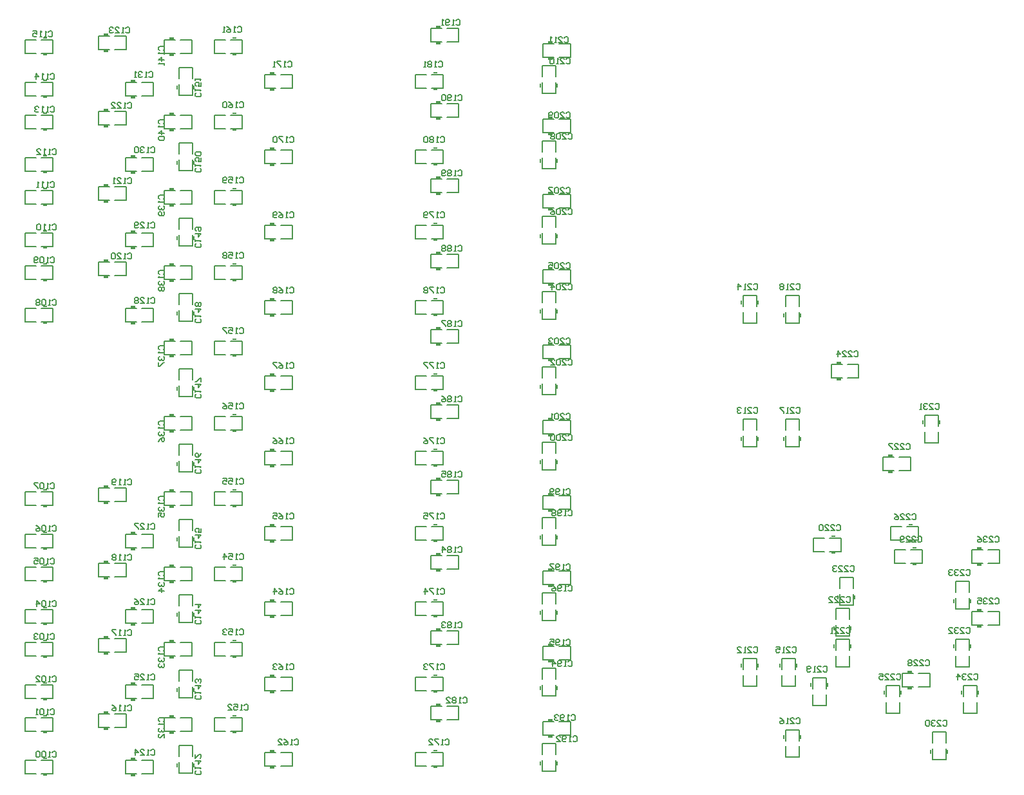
<source format=gbo>
%FSLAX24Y24*%
%MOIN*%
G70*
G01*
G75*
%ADD10R,0.0591X0.0906*%
%ADD11R,0.0591X0.0512*%
%ADD12R,0.0787X0.0866*%
%ADD13R,0.0315X0.1417*%
%ADD14R,0.0118X0.0630*%
%ADD15R,0.0630X0.0118*%
%ADD16R,0.0846X0.0157*%
%ADD17R,0.0846X0.0157*%
%ADD18R,0.0394X0.0433*%
%ADD19R,0.0433X0.0394*%
%ADD20R,0.0610X0.0157*%
%ADD21R,0.0453X0.0551*%
%ADD22R,0.0512X0.0591*%
%ADD23O,0.0169X0.0480*%
%ADD24R,0.0472X0.0787*%
%ADD25R,0.0169X0.0480*%
%ADD26R,0.0866X0.0236*%
%ADD27R,0.0866X0.0236*%
%ADD28R,0.0236X0.0551*%
%ADD29R,0.0630X0.0709*%
%ADD30R,0.0236X0.0394*%
%ADD31R,0.0807X0.0236*%
%ADD32R,0.0236X0.0807*%
%ADD33R,0.1240X0.1360*%
%ADD34R,0.0866X0.0787*%
%ADD35C,0.0010*%
%ADD36C,0.0160*%
%ADD37C,0.0300*%
%ADD38C,0.0080*%
%ADD39C,0.0100*%
%ADD40C,0.0120*%
%ADD41C,0.0180*%
%ADD42C,0.0200*%
%ADD43R,0.0128X0.0900*%
%ADD44R,0.0128X0.2100*%
%ADD45R,0.2000X0.0200*%
%ADD46R,0.1400X0.0100*%
%ADD47C,0.1100*%
%ADD48C,0.1575*%
%ADD49C,0.0866*%
%ADD50C,0.0591*%
%ADD51R,0.0591X0.0591*%
%ADD52C,0.0591*%
%ADD53R,0.0591X0.0591*%
%ADD54C,0.0600*%
%ADD55C,0.0320*%
%ADD56C,0.0098*%
%ADD57C,0.0079*%
%ADD58C,0.0070*%
%ADD59R,0.0079X0.0197*%
%ADD60R,0.0197X0.0079*%
%ADD61R,0.0197X0.0079*%
D35*
X71772Y47199D02*
Y47267D01*
X71959D01*
Y47199D01*
X71772D01*
X71780Y47207D02*
X71780Y47259D01*
X71950Y47259D01*
X71950Y47207D01*
X71780Y47207D01*
X71789Y47215D02*
Y47251D01*
X71942D01*
Y47215D01*
X71789D01*
X71797Y47224D02*
Y47242D01*
X71934Y47242D01*
Y47224D01*
X71797Y47224D01*
X71805Y47232D02*
Y47234D01*
X71925D01*
Y47232D01*
X71805D01*
X71814Y47228D02*
X71917Y47238D01*
X71772Y46333D02*
Y46401D01*
X71959D01*
Y46333D01*
X71772D01*
X71780Y46341D02*
X71780Y46393D01*
X71950Y46393D01*
X71950Y46341D01*
X71780Y46341D01*
X71789Y46349D02*
Y46385D01*
X71942D01*
Y46349D01*
X71789D01*
X71797Y46358D02*
Y46376D01*
X71934Y46376D01*
Y46358D01*
X71797Y46358D01*
X71805Y46366D02*
Y46368D01*
X71925D01*
Y46366D01*
X71805D01*
X71814Y46362D02*
X71917Y46372D01*
X76372Y42399D02*
Y42467D01*
X76559D01*
Y42399D01*
X76372D01*
X76380Y42407D02*
X76380Y42459D01*
X76550Y42459D01*
X76550Y42407D01*
X76380Y42407D01*
X76389Y42415D02*
Y42451D01*
X76542D01*
Y42415D01*
X76389D01*
X76397Y42424D02*
Y42442D01*
X76534Y42442D01*
Y42424D01*
X76397Y42424D01*
X76405Y42432D02*
Y42434D01*
X76525D01*
Y42432D01*
X76405D01*
X76414Y42428D02*
X76517Y42438D01*
X76372Y41533D02*
Y41601D01*
X76559D01*
Y41533D01*
X76372D01*
X76380Y41541D02*
X76380Y41593D01*
X76550Y41593D01*
X76550Y41541D01*
X76380Y41541D01*
X76389Y41549D02*
Y41585D01*
X76542D01*
Y41549D01*
X76389D01*
X76397Y41558D02*
Y41576D01*
X76534Y41576D01*
Y41558D01*
X76397Y41558D01*
X76405Y41566D02*
Y41568D01*
X76525D01*
Y41566D01*
X76405D01*
X76414Y41562D02*
X76517Y41572D01*
X76372Y39199D02*
Y39267D01*
X76559D01*
Y39199D01*
X76372D01*
X76380Y39207D02*
X76380Y39259D01*
X76550Y39259D01*
X76550Y39207D01*
X76380Y39207D01*
X76389Y39215D02*
Y39251D01*
X76542D01*
Y39215D01*
X76389D01*
X76397Y39224D02*
Y39242D01*
X76534Y39242D01*
Y39224D01*
X76397Y39224D01*
X76405Y39232D02*
Y39234D01*
X76525D01*
Y39232D01*
X76405D01*
X76414Y39228D02*
X76517Y39238D01*
X76372Y38333D02*
Y38401D01*
X76559D01*
Y38333D01*
X76372D01*
X76380Y38341D02*
X76380Y38393D01*
X76550Y38393D01*
X76550Y38341D01*
X76380Y38341D01*
X76389Y38349D02*
Y38385D01*
X76542D01*
Y38349D01*
X76389D01*
X76397Y38358D02*
Y38376D01*
X76534Y38376D01*
Y38358D01*
X76397Y38358D01*
X76405Y38366D02*
Y38368D01*
X76525D01*
Y38366D01*
X76405D01*
X76414Y38362D02*
X76517Y38372D01*
X72772Y35999D02*
Y36067D01*
X72959D01*
Y35999D01*
X72772D01*
X72780Y36007D02*
X72780Y36059D01*
X72950Y36059D01*
X72950Y36007D01*
X72780Y36007D01*
X72789Y36015D02*
Y36051D01*
X72942D01*
Y36015D01*
X72789D01*
X72797Y36024D02*
Y36042D01*
X72934Y36042D01*
Y36024D01*
X72797Y36024D01*
X72805Y36032D02*
Y36034D01*
X72925D01*
Y36032D01*
X72805D01*
X72814Y36028D02*
X72917Y36038D01*
X72772Y35133D02*
Y35201D01*
X72959D01*
Y35133D01*
X72772D01*
X72780Y35141D02*
X72780Y35193D01*
X72950Y35193D01*
X72950Y35141D01*
X72780Y35141D01*
X72789Y35149D02*
Y35185D01*
X72942D01*
Y35149D01*
X72789D01*
X72797Y35158D02*
Y35176D01*
X72934Y35176D01*
Y35158D01*
X72797Y35158D01*
X72805Y35166D02*
Y35168D01*
X72925D01*
Y35166D01*
X72805D01*
X72814Y35162D02*
X72917Y35172D01*
X54172Y32633D02*
Y32701D01*
X54359D01*
Y32633D01*
X54172D01*
X54180Y32641D02*
X54180Y32693D01*
X54350Y32693D01*
X54350Y32641D01*
X54180Y32641D01*
X54189Y32649D02*
Y32685D01*
X54342D01*
Y32649D01*
X54189D01*
X54197Y32658D02*
Y32676D01*
X54334Y32676D01*
Y32658D01*
X54197Y32658D01*
X54205Y32666D02*
Y32668D01*
X54325D01*
Y32666D01*
X54205D01*
X54214Y32662D02*
X54317Y32672D01*
X54172Y33499D02*
Y33567D01*
X54359D01*
Y33499D01*
X54172D01*
X54180Y33507D02*
X54180Y33559D01*
X54350Y33559D01*
X54350Y33507D01*
X54180Y33507D01*
X54189Y33515D02*
Y33551D01*
X54342D01*
Y33515D01*
X54189D01*
X54197Y33524D02*
Y33542D01*
X54334Y33542D01*
Y33524D01*
X54197Y33524D01*
X54205Y33532D02*
Y33534D01*
X54325D01*
Y33532D01*
X54205D01*
X54214Y33528D02*
X54317Y33538D01*
X48372Y33433D02*
Y33501D01*
X48559D01*
Y33433D01*
X48372D01*
X48380Y33441D02*
X48380Y33493D01*
X48550Y33493D01*
X48550Y33441D01*
X48380Y33441D01*
X48389Y33449D02*
Y33485D01*
X48542D01*
Y33449D01*
X48389D01*
X48397Y33458D02*
Y33476D01*
X48534Y33476D01*
Y33458D01*
X48397Y33458D01*
X48405Y33466D02*
Y33468D01*
X48525D01*
Y33466D01*
X48405D01*
X48414Y33462D02*
X48517Y33472D01*
X48372Y34299D02*
Y34367D01*
X48559D01*
Y34299D01*
X48372D01*
X48380Y34307D02*
X48380Y34359D01*
X48550Y34359D01*
X48550Y34307D01*
X48380Y34307D01*
X48389Y34315D02*
Y34351D01*
X48542D01*
Y34315D01*
X48389D01*
X48397Y34324D02*
Y34342D01*
X48534Y34342D01*
Y34324D01*
X48397Y34324D01*
X48405Y34332D02*
Y34334D01*
X48525D01*
Y34332D01*
X48405D01*
X48414Y34328D02*
X48517Y34338D01*
X54172Y36533D02*
Y36601D01*
X54359D01*
Y36533D01*
X54172D01*
X54180Y36541D02*
X54180Y36593D01*
X54350Y36593D01*
X54350Y36541D01*
X54180Y36541D01*
X54189Y36549D02*
Y36585D01*
X54342D01*
Y36549D01*
X54189D01*
X54197Y36558D02*
Y36576D01*
X54334Y36576D01*
Y36558D01*
X54197Y36558D01*
X54205Y36566D02*
Y36568D01*
X54325D01*
Y36566D01*
X54205D01*
X54214Y36562D02*
X54317Y36572D01*
X54172Y37399D02*
Y37467D01*
X54359D01*
Y37399D01*
X54172D01*
X54180Y37407D02*
X54180Y37459D01*
X54350Y37459D01*
X54350Y37407D01*
X54180Y37407D01*
X54189Y37415D02*
Y37451D01*
X54342D01*
Y37415D01*
X54189D01*
X54197Y37424D02*
Y37442D01*
X54334Y37442D01*
Y37424D01*
X54197Y37424D01*
X54205Y37432D02*
Y37434D01*
X54325D01*
Y37432D01*
X54205D01*
X54214Y37428D02*
X54317Y37438D01*
X48372Y37333D02*
Y37401D01*
X48559D01*
Y37333D01*
X48372D01*
X48380Y37341D02*
X48380Y37393D01*
X48550Y37393D01*
X48550Y37341D01*
X48380Y37341D01*
X48389Y37349D02*
Y37385D01*
X48542D01*
Y37349D01*
X48389D01*
X48397Y37358D02*
Y37376D01*
X48534Y37376D01*
Y37358D01*
X48397Y37358D01*
X48405Y37366D02*
Y37368D01*
X48525D01*
Y37366D01*
X48405D01*
X48414Y37362D02*
X48517Y37372D01*
X48372Y38199D02*
Y38267D01*
X48559D01*
Y38199D01*
X48372D01*
X48380Y38207D02*
X48380Y38259D01*
X48550Y38259D01*
X48550Y38207D01*
X48380Y38207D01*
X48389Y38215D02*
Y38251D01*
X48542D01*
Y38215D01*
X48389D01*
X48397Y38224D02*
Y38242D01*
X48534Y38242D01*
Y38224D01*
X48397Y38224D01*
X48405Y38232D02*
Y38234D01*
X48525D01*
Y38232D01*
X48405D01*
X48414Y38228D02*
X48517Y38238D01*
X54172Y40433D02*
Y40501D01*
X54359D01*
Y40433D01*
X54172D01*
X54180Y40441D02*
X54180Y40493D01*
X54350Y40493D01*
X54350Y40441D01*
X54180Y40441D01*
X54189Y40449D02*
Y40485D01*
X54342D01*
Y40449D01*
X54189D01*
X54197Y40458D02*
Y40476D01*
X54334Y40476D01*
Y40458D01*
X54197Y40458D01*
X54205Y40466D02*
Y40468D01*
X54325D01*
Y40466D01*
X54205D01*
X54214Y40462D02*
X54317Y40472D01*
X54172Y41299D02*
Y41367D01*
X54359D01*
Y41299D01*
X54172D01*
X54180Y41307D02*
X54180Y41359D01*
X54350Y41359D01*
X54350Y41307D01*
X54180Y41307D01*
X54189Y41315D02*
Y41351D01*
X54342D01*
Y41315D01*
X54189D01*
X54197Y41324D02*
Y41342D01*
X54334Y41342D01*
Y41324D01*
X54197Y41324D01*
X54205Y41332D02*
Y41334D01*
X54325D01*
Y41332D01*
X54205D01*
X54214Y41328D02*
X54317Y41338D01*
X48372Y41233D02*
Y41301D01*
X48559D01*
Y41233D01*
X48372D01*
X48380Y41241D02*
X48380Y41293D01*
X48550Y41293D01*
X48550Y41241D01*
X48380Y41241D01*
X48389Y41249D02*
Y41285D01*
X48542D01*
Y41249D01*
X48389D01*
X48397Y41258D02*
Y41276D01*
X48534Y41276D01*
Y41258D01*
X48397Y41258D01*
X48405Y41266D02*
Y41268D01*
X48525D01*
Y41266D01*
X48405D01*
X48414Y41262D02*
X48517Y41272D01*
X48372Y42099D02*
Y42167D01*
X48559D01*
Y42099D01*
X48372D01*
X48380Y42107D02*
X48380Y42159D01*
X48550Y42159D01*
X48550Y42107D01*
X48380Y42107D01*
X48389Y42115D02*
Y42151D01*
X48542D01*
Y42115D01*
X48389D01*
X48397Y42124D02*
Y42142D01*
X48534Y42142D01*
Y42124D01*
X48397Y42124D01*
X48405Y42132D02*
Y42134D01*
X48525D01*
Y42132D01*
X48405D01*
X48414Y42128D02*
X48517Y42138D01*
X54172Y44333D02*
Y44401D01*
X54359D01*
Y44333D01*
X54172D01*
X54180Y44341D02*
X54180Y44393D01*
X54350Y44393D01*
X54350Y44341D01*
X54180Y44341D01*
X54189Y44349D02*
Y44385D01*
X54342D01*
Y44349D01*
X54189D01*
X54197Y44358D02*
Y44376D01*
X54334Y44376D01*
Y44358D01*
X54197Y44358D01*
X54205Y44366D02*
Y44368D01*
X54325D01*
Y44366D01*
X54205D01*
X54214Y44362D02*
X54317Y44372D01*
X54172Y45199D02*
Y45267D01*
X54359D01*
Y45199D01*
X54172D01*
X54180Y45207D02*
X54180Y45259D01*
X54350Y45259D01*
X54350Y45207D01*
X54180Y45207D01*
X54189Y45215D02*
Y45251D01*
X54342D01*
Y45215D01*
X54189D01*
X54197Y45224D02*
Y45242D01*
X54334Y45242D01*
Y45224D01*
X54197Y45224D01*
X54205Y45232D02*
Y45234D01*
X54325D01*
Y45232D01*
X54205D01*
X54214Y45228D02*
X54317Y45238D01*
X48372Y45133D02*
Y45201D01*
X48559D01*
Y45133D01*
X48372D01*
X48380Y45141D02*
X48380Y45193D01*
X48550Y45193D01*
X48550Y45141D01*
X48380Y45141D01*
X48389Y45149D02*
Y45185D01*
X48542D01*
Y45149D01*
X48389D01*
X48397Y45158D02*
Y45176D01*
X48534Y45176D01*
Y45158D01*
X48397Y45158D01*
X48405Y45166D02*
Y45168D01*
X48525D01*
Y45166D01*
X48405D01*
X48414Y45162D02*
X48517Y45172D01*
X48372Y45999D02*
Y46067D01*
X48559D01*
Y45999D01*
X48372D01*
X48380Y46007D02*
X48380Y46059D01*
X48550Y46059D01*
X48550Y46007D01*
X48380Y46007D01*
X48389Y46015D02*
Y46051D01*
X48542D01*
Y46015D01*
X48389D01*
X48397Y46024D02*
Y46042D01*
X48534Y46042D01*
Y46024D01*
X48397Y46024D01*
X48405Y46032D02*
Y46034D01*
X48525D01*
Y46032D01*
X48405D01*
X48414Y46028D02*
X48517Y46038D01*
X54172Y48233D02*
Y48301D01*
X54359D01*
Y48233D01*
X54172D01*
X54180Y48241D02*
X54180Y48293D01*
X54350Y48293D01*
X54350Y48241D01*
X54180Y48241D01*
X54189Y48249D02*
Y48285D01*
X54342D01*
Y48249D01*
X54189D01*
X54197Y48258D02*
Y48276D01*
X54334Y48276D01*
Y48258D01*
X54197Y48258D01*
X54205Y48266D02*
Y48268D01*
X54325D01*
Y48266D01*
X54205D01*
X54214Y48262D02*
X54317Y48272D01*
X54172Y49099D02*
Y49167D01*
X54359D01*
Y49099D01*
X54172D01*
X54180Y49107D02*
X54180Y49159D01*
X54350Y49159D01*
X54350Y49107D01*
X54180Y49107D01*
X54189Y49115D02*
Y49151D01*
X54342D01*
Y49115D01*
X54189D01*
X54197Y49124D02*
Y49142D01*
X54334Y49142D01*
Y49124D01*
X54197Y49124D01*
X54205Y49132D02*
Y49134D01*
X54325D01*
Y49132D01*
X54205D01*
X54214Y49128D02*
X54317Y49138D01*
X48372Y49033D02*
Y49101D01*
X48559D01*
Y49033D01*
X48372D01*
X48380Y49041D02*
X48380Y49093D01*
X48550Y49093D01*
X48550Y49041D01*
X48380Y49041D01*
X48389Y49049D02*
Y49085D01*
X48542D01*
Y49049D01*
X48389D01*
X48397Y49058D02*
Y49076D01*
X48534Y49076D01*
Y49058D01*
X48397Y49058D01*
X48405Y49066D02*
Y49068D01*
X48525D01*
Y49066D01*
X48405D01*
X48414Y49062D02*
X48517Y49072D01*
X48372Y49899D02*
Y49967D01*
X48559D01*
Y49899D01*
X48372D01*
X48380Y49907D02*
X48380Y49959D01*
X48550Y49959D01*
X48550Y49907D01*
X48380Y49907D01*
X48389Y49915D02*
Y49951D01*
X48542D01*
Y49915D01*
X48389D01*
X48397Y49924D02*
Y49942D01*
X48534Y49942D01*
Y49924D01*
X48397Y49924D01*
X48405Y49932D02*
Y49934D01*
X48525D01*
Y49932D01*
X48405D01*
X48414Y49928D02*
X48517Y49938D01*
X54172Y52133D02*
Y52201D01*
X54359D01*
Y52133D01*
X54172D01*
X54180Y52141D02*
X54180Y52193D01*
X54350Y52193D01*
X54350Y52141D01*
X54180Y52141D01*
X54189Y52149D02*
Y52185D01*
X54342D01*
Y52149D01*
X54189D01*
X54197Y52158D02*
Y52176D01*
X54334Y52176D01*
Y52158D01*
X54197Y52158D01*
X54205Y52166D02*
Y52168D01*
X54325D01*
Y52166D01*
X54205D01*
X54214Y52162D02*
X54317Y52172D01*
X54172Y52999D02*
Y53067D01*
X54359D01*
Y52999D01*
X54172D01*
X54180Y53007D02*
X54180Y53059D01*
X54350Y53059D01*
X54350Y53007D01*
X54180Y53007D01*
X54189Y53015D02*
Y53051D01*
X54342D01*
Y53015D01*
X54189D01*
X54197Y53024D02*
Y53042D01*
X54334Y53042D01*
Y53024D01*
X54197Y53024D01*
X54205Y53032D02*
Y53034D01*
X54325D01*
Y53032D01*
X54205D01*
X54214Y53028D02*
X54317Y53038D01*
X48372Y52933D02*
Y53001D01*
X48559D01*
Y52933D01*
X48372D01*
X48380Y52941D02*
X48380Y52993D01*
X48550Y52993D01*
X48550Y52941D01*
X48380Y52941D01*
X48389Y52949D02*
Y52985D01*
X48542D01*
Y52949D01*
X48389D01*
X48397Y52958D02*
Y52976D01*
X48534Y52976D01*
Y52958D01*
X48397Y52958D01*
X48405Y52966D02*
Y52968D01*
X48525D01*
Y52966D01*
X48405D01*
X48414Y52962D02*
X48517Y52972D01*
X48372Y53799D02*
Y53867D01*
X48559D01*
Y53799D01*
X48372D01*
X48380Y53807D02*
X48380Y53859D01*
X48550Y53859D01*
X48550Y53807D01*
X48380Y53807D01*
X48389Y53815D02*
Y53851D01*
X48542D01*
Y53815D01*
X48389D01*
X48397Y53824D02*
Y53842D01*
X48534Y53842D01*
Y53824D01*
X48397Y53824D01*
X48405Y53832D02*
Y53834D01*
X48525D01*
Y53832D01*
X48405D01*
X48414Y53828D02*
X48517Y53838D01*
X54172Y56033D02*
Y56101D01*
X54359D01*
Y56033D01*
X54172D01*
X54180Y56041D02*
X54180Y56093D01*
X54350Y56093D01*
X54350Y56041D01*
X54180Y56041D01*
X54189Y56049D02*
Y56085D01*
X54342D01*
Y56049D01*
X54189D01*
X54197Y56058D02*
Y56076D01*
X54334Y56076D01*
Y56058D01*
X54197Y56058D01*
X54205Y56066D02*
Y56068D01*
X54325D01*
Y56066D01*
X54205D01*
X54214Y56062D02*
X54317Y56072D01*
X54172Y56899D02*
Y56967D01*
X54359D01*
Y56899D01*
X54172D01*
X54180Y56907D02*
X54180Y56959D01*
X54350Y56959D01*
X54350Y56907D01*
X54180Y56907D01*
X54189Y56915D02*
Y56951D01*
X54342D01*
Y56915D01*
X54189D01*
X54197Y56924D02*
Y56942D01*
X54334Y56942D01*
Y56924D01*
X54197Y56924D01*
X54205Y56932D02*
Y56934D01*
X54325D01*
Y56932D01*
X54205D01*
X54214Y56928D02*
X54317Y56938D01*
X48372Y56833D02*
Y56901D01*
X48559D01*
Y56833D01*
X48372D01*
X48380Y56841D02*
X48380Y56893D01*
X48550Y56893D01*
X48550Y56841D01*
X48380Y56841D01*
X48389Y56849D02*
Y56885D01*
X48542D01*
Y56849D01*
X48389D01*
X48397Y56858D02*
Y56876D01*
X48534Y56876D01*
Y56858D01*
X48397Y56858D01*
X48405Y56866D02*
Y56868D01*
X48525D01*
Y56866D01*
X48405D01*
X48414Y56862D02*
X48517Y56872D01*
X48372Y57699D02*
Y57767D01*
X48559D01*
Y57699D01*
X48372D01*
X48380Y57707D02*
X48380Y57759D01*
X48550Y57759D01*
X48550Y57707D01*
X48380Y57707D01*
X48389Y57715D02*
Y57751D01*
X48542D01*
Y57715D01*
X48389D01*
X48397Y57724D02*
Y57742D01*
X48534Y57742D01*
Y57724D01*
X48397Y57724D01*
X48405Y57732D02*
Y57734D01*
X48525D01*
Y57732D01*
X48405D01*
X48414Y57728D02*
X48517Y57738D01*
X54172Y59933D02*
Y60001D01*
X54359D01*
Y59933D01*
X54172D01*
X54180Y59941D02*
X54180Y59993D01*
X54350Y59993D01*
X54350Y59941D01*
X54180Y59941D01*
X54189Y59949D02*
Y59985D01*
X54342D01*
Y59949D01*
X54189D01*
X54197Y59958D02*
Y59976D01*
X54334Y59976D01*
Y59958D01*
X54197Y59958D01*
X54205Y59966D02*
Y59968D01*
X54325D01*
Y59966D01*
X54205D01*
X54214Y59962D02*
X54317Y59972D01*
X54172Y60799D02*
Y60867D01*
X54359D01*
Y60799D01*
X54172D01*
X54180Y60807D02*
X54180Y60859D01*
X54350Y60859D01*
X54350Y60807D01*
X54180Y60807D01*
X54189Y60815D02*
Y60851D01*
X54342D01*
Y60815D01*
X54189D01*
X54197Y60824D02*
Y60842D01*
X54334Y60842D01*
Y60824D01*
X54197Y60824D01*
X54205Y60832D02*
Y60834D01*
X54325D01*
Y60832D01*
X54205D01*
X54214Y60828D02*
X54317Y60838D01*
X48372Y60733D02*
Y60801D01*
X48559D01*
Y60733D01*
X48372D01*
X48380Y60741D02*
X48380Y60793D01*
X48550Y60793D01*
X48550Y60741D01*
X48380Y60741D01*
X48389Y60749D02*
Y60785D01*
X48542D01*
Y60749D01*
X48389D01*
X48397Y60758D02*
Y60776D01*
X48534Y60776D01*
Y60758D01*
X48397Y60758D01*
X48405Y60766D02*
Y60768D01*
X48525D01*
Y60766D01*
X48405D01*
X48414Y60762D02*
X48517Y60772D01*
X48372Y61599D02*
Y61667D01*
X48559D01*
Y61599D01*
X48372D01*
X48380Y61607D02*
X48380Y61659D01*
X48550Y61659D01*
X48550Y61607D01*
X48380Y61607D01*
X48389Y61615D02*
Y61651D01*
X48542D01*
Y61615D01*
X48389D01*
X48397Y61624D02*
Y61642D01*
X48534Y61642D01*
Y61624D01*
X48397Y61624D01*
X48405Y61632D02*
Y61634D01*
X48525D01*
Y61632D01*
X48405D01*
X48414Y61628D02*
X48517Y61638D01*
X54172Y63833D02*
Y63901D01*
X54359D01*
Y63833D01*
X54172D01*
X54180Y63841D02*
X54180Y63893D01*
X54350Y63893D01*
X54350Y63841D01*
X54180Y63841D01*
X54189Y63849D02*
Y63885D01*
X54342D01*
Y63849D01*
X54189D01*
X54197Y63858D02*
Y63876D01*
X54334Y63876D01*
Y63858D01*
X54197Y63858D01*
X54205Y63866D02*
Y63868D01*
X54325D01*
Y63866D01*
X54205D01*
X54214Y63862D02*
X54317Y63872D01*
X54172Y64699D02*
Y64767D01*
X54359D01*
Y64699D01*
X54172D01*
X54180Y64707D02*
X54180Y64759D01*
X54350Y64759D01*
X54350Y64707D01*
X54180Y64707D01*
X54189Y64715D02*
Y64751D01*
X54342D01*
Y64715D01*
X54189D01*
X54197Y64724D02*
Y64742D01*
X54334Y64742D01*
Y64724D01*
X54197Y64724D01*
X54205Y64732D02*
Y64734D01*
X54325D01*
Y64732D01*
X54205D01*
X54214Y64728D02*
X54317Y64738D01*
X48372Y64633D02*
Y64701D01*
X48559D01*
Y64633D01*
X48372D01*
X48380Y64641D02*
X48380Y64693D01*
X48550Y64693D01*
X48550Y64641D01*
X48380Y64641D01*
X48389Y64649D02*
Y64685D01*
X48542D01*
Y64649D01*
X48389D01*
X48397Y64658D02*
Y64676D01*
X48534Y64676D01*
Y64658D01*
X48397Y64658D01*
X48405Y64666D02*
Y64668D01*
X48525D01*
Y64666D01*
X48405D01*
X48414Y64662D02*
X48517Y64672D01*
X48372Y65499D02*
Y65567D01*
X48559D01*
Y65499D01*
X48372D01*
X48380Y65507D02*
X48380Y65559D01*
X48550Y65559D01*
X48550Y65507D01*
X48380Y65507D01*
X48389Y65515D02*
Y65551D01*
X48542D01*
Y65515D01*
X48389D01*
X48397Y65524D02*
Y65542D01*
X48534Y65542D01*
Y65524D01*
X48397Y65524D01*
X48405Y65532D02*
Y65534D01*
X48525D01*
Y65532D01*
X48405D01*
X48414Y65528D02*
X48517Y65538D01*
X54172Y68599D02*
Y68667D01*
X54359D01*
Y68599D01*
X54172D01*
X54180Y68607D02*
X54180Y68659D01*
X54350Y68659D01*
X54350Y68607D01*
X54180Y68607D01*
X54189Y68615D02*
Y68651D01*
X54342D01*
Y68615D01*
X54189D01*
X54197Y68624D02*
Y68642D01*
X54334Y68642D01*
Y68624D01*
X54197Y68624D01*
X54205Y68632D02*
Y68634D01*
X54325D01*
Y68632D01*
X54205D01*
X54214Y68628D02*
X54317Y68638D01*
X54172Y67733D02*
Y67801D01*
X54359D01*
Y67733D01*
X54172D01*
X54180Y67741D02*
X54180Y67793D01*
X54350Y67793D01*
X54350Y67741D01*
X54180Y67741D01*
X54189Y67749D02*
Y67785D01*
X54342D01*
Y67749D01*
X54189D01*
X54197Y67758D02*
Y67776D01*
X54334Y67776D01*
Y67758D01*
X54197Y67758D01*
X54205Y67766D02*
Y67768D01*
X54325D01*
Y67766D01*
X54205D01*
X54214Y67762D02*
X54317Y67772D01*
X48372Y69399D02*
Y69467D01*
X48559D01*
Y69399D01*
X48372D01*
X48380Y69407D02*
X48380Y69459D01*
X48550Y69459D01*
X48550Y69407D01*
X48380Y69407D01*
X48389Y69415D02*
Y69451D01*
X48542D01*
Y69415D01*
X48389D01*
X48397Y69424D02*
Y69442D01*
X48534Y69442D01*
Y69424D01*
X48397Y69424D01*
X48405Y69432D02*
Y69434D01*
X48525D01*
Y69432D01*
X48405D01*
X48414Y69428D02*
X48517Y69438D01*
X48372Y68533D02*
Y68601D01*
X48559D01*
Y68533D01*
X48372D01*
X48380Y68541D02*
X48380Y68593D01*
X48550Y68593D01*
X48550Y68541D01*
X48380Y68541D01*
X48389Y68549D02*
Y68585D01*
X48542D01*
Y68549D01*
X48389D01*
X48397Y68558D02*
Y68576D01*
X48534Y68576D01*
Y68558D01*
X48397Y68558D01*
X48405Y68566D02*
Y68568D01*
X48525D01*
Y68566D01*
X48405D01*
X48414Y68562D02*
X48517Y68572D01*
X39772Y66999D02*
Y67067D01*
X39959D01*
Y66999D01*
X39772D01*
X39780Y67007D02*
X39780Y67059D01*
X39950Y67059D01*
X39950Y67007D01*
X39780Y67007D01*
X39789Y67015D02*
Y67051D01*
X39942D01*
Y67015D01*
X39789D01*
X39797Y67024D02*
Y67042D01*
X39934Y67042D01*
Y67024D01*
X39797Y67024D01*
X39805Y67032D02*
Y67034D01*
X39925D01*
Y67032D01*
X39805D01*
X39814Y67028D02*
X39917Y67038D01*
X39772Y66133D02*
Y66201D01*
X39959D01*
Y66133D01*
X39772D01*
X39780Y66141D02*
X39780Y66193D01*
X39950Y66193D01*
X39950Y66141D01*
X39780Y66141D01*
X39789Y66149D02*
Y66185D01*
X39942D01*
Y66149D01*
X39789D01*
X39797Y66158D02*
Y66176D01*
X39934Y66176D01*
Y66158D01*
X39797Y66158D01*
X39805Y66166D02*
Y66168D01*
X39925D01*
Y66166D01*
X39805D01*
X39814Y66162D02*
X39917Y66172D01*
X34572Y68799D02*
Y68867D01*
X34759D01*
Y68799D01*
X34572D01*
X34580Y68807D02*
X34580Y68859D01*
X34750Y68859D01*
X34750Y68807D01*
X34580Y68807D01*
X34589Y68815D02*
Y68851D01*
X34742D01*
Y68815D01*
X34589D01*
X34597Y68824D02*
Y68842D01*
X34734Y68842D01*
Y68824D01*
X34597Y68824D01*
X34605Y68832D02*
Y68834D01*
X34725D01*
Y68832D01*
X34605D01*
X34614Y68828D02*
X34717Y68838D01*
X34572Y67933D02*
Y68001D01*
X34759D01*
Y67933D01*
X34572D01*
X34580Y67941D02*
X34580Y67993D01*
X34750Y67993D01*
X34750Y67941D01*
X34580Y67941D01*
X34589Y67949D02*
Y67985D01*
X34742D01*
Y67949D01*
X34589D01*
X34597Y67958D02*
Y67976D01*
X34734Y67976D01*
Y67958D01*
X34597Y67958D01*
X34605Y67966D02*
Y67968D01*
X34725D01*
Y67966D01*
X34605D01*
X34614Y67962D02*
X34717Y67972D01*
X32572Y66599D02*
Y66667D01*
X32759D01*
Y66599D01*
X32572D01*
X32580Y66607D02*
X32580Y66659D01*
X32750Y66659D01*
X32750Y66607D01*
X32580Y66607D01*
X32589Y66615D02*
Y66651D01*
X32742D01*
Y66615D01*
X32589D01*
X32597Y66624D02*
Y66642D01*
X32734Y66642D01*
Y66624D01*
X32597Y66624D01*
X32605Y66632D02*
Y66634D01*
X32725D01*
Y66632D01*
X32605D01*
X32614Y66628D02*
X32717Y66638D01*
X32572Y65733D02*
Y65801D01*
X32759D01*
Y65733D01*
X32572D01*
X32580Y65741D02*
X32580Y65793D01*
X32750Y65793D01*
X32750Y65741D01*
X32580Y65741D01*
X32589Y65749D02*
Y65785D01*
X32742D01*
Y65749D01*
X32589D01*
X32597Y65758D02*
Y65776D01*
X32734Y65776D01*
Y65758D01*
X32597Y65758D01*
X32605Y65766D02*
Y65768D01*
X32725D01*
Y65766D01*
X32605D01*
X32614Y65762D02*
X32717Y65772D01*
X31172Y68999D02*
Y69067D01*
X31359D01*
Y68999D01*
X31172D01*
X31180Y69007D02*
X31180Y69059D01*
X31350Y69059D01*
X31350Y69007D01*
X31180Y69007D01*
X31189Y69015D02*
Y69051D01*
X31342D01*
Y69015D01*
X31189D01*
X31197Y69024D02*
Y69042D01*
X31334Y69042D01*
Y69024D01*
X31197Y69024D01*
X31205Y69032D02*
Y69034D01*
X31325D01*
Y69032D01*
X31205D01*
X31214Y69028D02*
X31317Y69038D01*
X31172Y68133D02*
Y68201D01*
X31359D01*
Y68133D01*
X31172D01*
X31180Y68141D02*
X31180Y68193D01*
X31350Y68193D01*
X31350Y68141D01*
X31180Y68141D01*
X31189Y68149D02*
Y68185D01*
X31342D01*
Y68149D01*
X31189D01*
X31197Y68158D02*
Y68176D01*
X31334Y68176D01*
Y68158D01*
X31197Y68158D01*
X31205Y68166D02*
Y68168D01*
X31325D01*
Y68166D01*
X31205D01*
X31214Y68162D02*
X31317Y68172D01*
X32572Y62699D02*
Y62767D01*
X32759D01*
Y62699D01*
X32572D01*
X32580Y62707D02*
X32580Y62759D01*
X32750Y62759D01*
X32750Y62707D01*
X32580Y62707D01*
X32589Y62715D02*
Y62751D01*
X32742D01*
Y62715D01*
X32589D01*
X32597Y62724D02*
Y62742D01*
X32734Y62742D01*
Y62724D01*
X32597Y62724D01*
X32605Y62732D02*
Y62734D01*
X32725D01*
Y62732D01*
X32605D01*
X32614Y62728D02*
X32717Y62738D01*
X32572Y61833D02*
Y61901D01*
X32759D01*
Y61833D01*
X32572D01*
X32580Y61841D02*
X32580Y61893D01*
X32750Y61893D01*
X32750Y61841D01*
X32580Y61841D01*
X32589Y61849D02*
Y61885D01*
X32742D01*
Y61849D01*
X32589D01*
X32597Y61858D02*
Y61876D01*
X32734Y61876D01*
Y61858D01*
X32597Y61858D01*
X32605Y61866D02*
Y61868D01*
X32725D01*
Y61866D01*
X32605D01*
X32614Y61862D02*
X32717Y61872D01*
X31172Y65099D02*
Y65167D01*
X31359D01*
Y65099D01*
X31172D01*
X31180Y65107D02*
X31180Y65159D01*
X31350Y65159D01*
X31350Y65107D01*
X31180Y65107D01*
X31189Y65115D02*
Y65151D01*
X31342D01*
Y65115D01*
X31189D01*
X31197Y65124D02*
Y65142D01*
X31334Y65142D01*
Y65124D01*
X31197Y65124D01*
X31205Y65132D02*
Y65134D01*
X31325D01*
Y65132D01*
X31205D01*
X31214Y65128D02*
X31317Y65138D01*
X31172Y64233D02*
Y64301D01*
X31359D01*
Y64233D01*
X31172D01*
X31180Y64241D02*
X31180Y64293D01*
X31350Y64293D01*
X31350Y64241D01*
X31180Y64241D01*
X31189Y64249D02*
Y64285D01*
X31342D01*
Y64249D01*
X31189D01*
X31197Y64258D02*
Y64276D01*
X31334Y64276D01*
Y64258D01*
X31197Y64258D01*
X31205Y64266D02*
Y64268D01*
X31325D01*
Y64266D01*
X31205D01*
X31214Y64262D02*
X31317Y64272D01*
X32572Y58799D02*
Y58867D01*
X32759D01*
Y58799D01*
X32572D01*
X32580Y58807D02*
X32580Y58859D01*
X32750Y58859D01*
X32750Y58807D01*
X32580Y58807D01*
X32589Y58815D02*
Y58851D01*
X32742D01*
Y58815D01*
X32589D01*
X32597Y58824D02*
Y58842D01*
X32734Y58842D01*
Y58824D01*
X32597Y58824D01*
X32605Y58832D02*
Y58834D01*
X32725D01*
Y58832D01*
X32605D01*
X32614Y58828D02*
X32717Y58838D01*
X32572Y57933D02*
Y58001D01*
X32759D01*
Y57933D01*
X32572D01*
X32580Y57941D02*
X32580Y57993D01*
X32750Y57993D01*
X32750Y57941D01*
X32580Y57941D01*
X32589Y57949D02*
Y57985D01*
X32742D01*
Y57949D01*
X32589D01*
X32597Y57958D02*
Y57976D01*
X32734Y57976D01*
Y57958D01*
X32597Y57958D01*
X32605Y57966D02*
Y57968D01*
X32725D01*
Y57966D01*
X32605D01*
X32614Y57962D02*
X32717Y57972D01*
X31172Y61199D02*
Y61267D01*
X31359D01*
Y61199D01*
X31172D01*
X31180Y61207D02*
X31180Y61259D01*
X31350Y61259D01*
X31350Y61207D01*
X31180Y61207D01*
X31189Y61215D02*
Y61251D01*
X31342D01*
Y61215D01*
X31189D01*
X31197Y61224D02*
Y61242D01*
X31334Y61242D01*
Y61224D01*
X31197Y61224D01*
X31205Y61232D02*
Y61234D01*
X31325D01*
Y61232D01*
X31205D01*
X31214Y61228D02*
X31317Y61238D01*
X31172Y60333D02*
Y60401D01*
X31359D01*
Y60333D01*
X31172D01*
X31180Y60341D02*
X31180Y60393D01*
X31350Y60393D01*
X31350Y60341D01*
X31180Y60341D01*
X31189Y60349D02*
Y60385D01*
X31342D01*
Y60349D01*
X31189D01*
X31197Y60358D02*
Y60376D01*
X31334Y60376D01*
Y60358D01*
X31197Y60358D01*
X31205Y60366D02*
Y60368D01*
X31325D01*
Y60366D01*
X31205D01*
X31214Y60362D02*
X31317Y60372D01*
X32572Y54899D02*
Y54967D01*
X32759D01*
Y54899D01*
X32572D01*
X32580Y54907D02*
X32580Y54959D01*
X32750Y54959D01*
X32750Y54907D01*
X32580Y54907D01*
X32589Y54915D02*
Y54951D01*
X32742D01*
Y54915D01*
X32589D01*
X32597Y54924D02*
Y54942D01*
X32734Y54942D01*
Y54924D01*
X32597Y54924D01*
X32605Y54932D02*
Y54934D01*
X32725D01*
Y54932D01*
X32605D01*
X32614Y54928D02*
X32717Y54938D01*
X32572Y54033D02*
Y54101D01*
X32759D01*
Y54033D01*
X32572D01*
X32580Y54041D02*
X32580Y54093D01*
X32750Y54093D01*
X32750Y54041D01*
X32580Y54041D01*
X32589Y54049D02*
Y54085D01*
X32742D01*
Y54049D01*
X32589D01*
X32597Y54058D02*
Y54076D01*
X32734Y54076D01*
Y54058D01*
X32597Y54058D01*
X32605Y54066D02*
Y54068D01*
X32725D01*
Y54066D01*
X32605D01*
X32614Y54062D02*
X32717Y54072D01*
X31172Y57299D02*
Y57367D01*
X31359D01*
Y57299D01*
X31172D01*
X31180Y57307D02*
X31180Y57359D01*
X31350Y57359D01*
X31350Y57307D01*
X31180Y57307D01*
X31189Y57315D02*
Y57351D01*
X31342D01*
Y57315D01*
X31189D01*
X31197Y57324D02*
Y57342D01*
X31334Y57342D01*
Y57324D01*
X31197Y57324D01*
X31205Y57332D02*
Y57334D01*
X31325D01*
Y57332D01*
X31205D01*
X31214Y57328D02*
X31317Y57338D01*
X31172Y56433D02*
Y56501D01*
X31359D01*
Y56433D01*
X31172D01*
X31180Y56441D02*
X31180Y56493D01*
X31350Y56493D01*
X31350Y56441D01*
X31180Y56441D01*
X31189Y56449D02*
Y56485D01*
X31342D01*
Y56449D01*
X31189D01*
X31197Y56458D02*
Y56476D01*
X31334Y56476D01*
Y56458D01*
X31197Y56458D01*
X31205Y56466D02*
Y56468D01*
X31325D01*
Y56466D01*
X31205D01*
X31214Y56462D02*
X31317Y56472D01*
X32572Y43199D02*
Y43267D01*
X32759D01*
Y43199D01*
X32572D01*
X32580Y43207D02*
X32580Y43259D01*
X32750Y43259D01*
X32750Y43207D01*
X32580Y43207D01*
X32589Y43215D02*
Y43251D01*
X32742D01*
Y43215D01*
X32589D01*
X32597Y43224D02*
Y43242D01*
X32734Y43242D01*
Y43224D01*
X32597Y43224D01*
X32605Y43232D02*
Y43234D01*
X32725D01*
Y43232D01*
X32605D01*
X32614Y43228D02*
X32717Y43238D01*
X32572Y42333D02*
Y42401D01*
X32759D01*
Y42333D01*
X32572D01*
X32580Y42341D02*
X32580Y42393D01*
X32750Y42393D01*
X32750Y42341D01*
X32580Y42341D01*
X32589Y42349D02*
Y42385D01*
X32742D01*
Y42349D01*
X32589D01*
X32597Y42358D02*
Y42376D01*
X32734Y42376D01*
Y42358D01*
X32597Y42358D01*
X32605Y42366D02*
Y42368D01*
X32725D01*
Y42366D01*
X32605D01*
X32614Y42362D02*
X32717Y42372D01*
X31172Y45599D02*
Y45667D01*
X31359D01*
Y45599D01*
X31172D01*
X31180Y45607D02*
X31180Y45659D01*
X31350Y45659D01*
X31350Y45607D01*
X31180Y45607D01*
X31189Y45615D02*
Y45651D01*
X31342D01*
Y45615D01*
X31189D01*
X31197Y45624D02*
Y45642D01*
X31334Y45642D01*
Y45624D01*
X31197Y45624D01*
X31205Y45632D02*
Y45634D01*
X31325D01*
Y45632D01*
X31205D01*
X31214Y45628D02*
X31317Y45638D01*
X31172Y44733D02*
Y44801D01*
X31359D01*
Y44733D01*
X31172D01*
X31180Y44741D02*
X31180Y44793D01*
X31350Y44793D01*
X31350Y44741D01*
X31180Y44741D01*
X31189Y44749D02*
Y44785D01*
X31342D01*
Y44749D01*
X31189D01*
X31197Y44758D02*
Y44776D01*
X31334Y44776D01*
Y44758D01*
X31197Y44758D01*
X31205Y44766D02*
Y44768D01*
X31325D01*
Y44766D01*
X31205D01*
X31214Y44762D02*
X31317Y44772D01*
X32572Y39299D02*
Y39367D01*
X32759D01*
Y39299D01*
X32572D01*
X32580Y39307D02*
X32580Y39359D01*
X32750Y39359D01*
X32750Y39307D01*
X32580Y39307D01*
X32589Y39315D02*
Y39351D01*
X32742D01*
Y39315D01*
X32589D01*
X32597Y39324D02*
Y39342D01*
X32734Y39342D01*
Y39324D01*
X32597Y39324D01*
X32605Y39332D02*
Y39334D01*
X32725D01*
Y39332D01*
X32605D01*
X32614Y39328D02*
X32717Y39338D01*
X32572Y38433D02*
Y38501D01*
X32759D01*
Y38433D01*
X32572D01*
X32580Y38441D02*
X32580Y38493D01*
X32750Y38493D01*
X32750Y38441D01*
X32580Y38441D01*
X32589Y38449D02*
Y38485D01*
X32742D01*
Y38449D01*
X32589D01*
X32597Y38458D02*
Y38476D01*
X32734Y38476D01*
Y38458D01*
X32597Y38458D01*
X32605Y38466D02*
Y38468D01*
X32725D01*
Y38466D01*
X32605D01*
X32614Y38462D02*
X32717Y38472D01*
X31172Y41699D02*
Y41767D01*
X31359D01*
Y41699D01*
X31172D01*
X31180Y41707D02*
X31180Y41759D01*
X31350Y41759D01*
X31350Y41707D01*
X31180Y41707D01*
X31189Y41715D02*
Y41751D01*
X31342D01*
Y41715D01*
X31189D01*
X31197Y41724D02*
Y41742D01*
X31334Y41742D01*
Y41724D01*
X31197Y41724D01*
X31205Y41732D02*
Y41734D01*
X31325D01*
Y41732D01*
X31205D01*
X31214Y41728D02*
X31317Y41738D01*
X31172Y40833D02*
Y40901D01*
X31359D01*
Y40833D01*
X31172D01*
X31180Y40841D02*
X31180Y40893D01*
X31350Y40893D01*
X31350Y40841D01*
X31180Y40841D01*
X31189Y40849D02*
Y40885D01*
X31342D01*
Y40849D01*
X31189D01*
X31197Y40858D02*
Y40876D01*
X31334Y40876D01*
Y40858D01*
X31197Y40858D01*
X31205Y40866D02*
Y40868D01*
X31325D01*
Y40866D01*
X31205D01*
X31214Y40862D02*
X31317Y40872D01*
X32572Y35399D02*
Y35467D01*
X32759D01*
Y35399D01*
X32572D01*
X32580Y35407D02*
X32580Y35459D01*
X32750Y35459D01*
X32750Y35407D01*
X32580Y35407D01*
X32589Y35415D02*
Y35451D01*
X32742D01*
Y35415D01*
X32589D01*
X32597Y35424D02*
Y35442D01*
X32734Y35442D01*
Y35424D01*
X32597Y35424D01*
X32605Y35432D02*
Y35434D01*
X32725D01*
Y35432D01*
X32605D01*
X32614Y35428D02*
X32717Y35438D01*
X32572Y34533D02*
Y34601D01*
X32759D01*
Y34533D01*
X32572D01*
X32580Y34541D02*
X32580Y34593D01*
X32750Y34593D01*
X32750Y34541D01*
X32580Y34541D01*
X32589Y34549D02*
Y34585D01*
X32742D01*
Y34549D01*
X32589D01*
X32597Y34558D02*
Y34576D01*
X32734Y34576D01*
Y34558D01*
X32597Y34558D01*
X32605Y34566D02*
Y34568D01*
X32725D01*
Y34566D01*
X32605D01*
X32614Y34562D02*
X32717Y34572D01*
X31172Y37799D02*
Y37867D01*
X31359D01*
Y37799D01*
X31172D01*
X31180Y37807D02*
X31180Y37859D01*
X31350Y37859D01*
X31350Y37807D01*
X31180Y37807D01*
X31189Y37815D02*
Y37851D01*
X31342D01*
Y37815D01*
X31189D01*
X31197Y37824D02*
Y37842D01*
X31334Y37842D01*
Y37824D01*
X31197Y37824D01*
X31205Y37832D02*
Y37834D01*
X31325D01*
Y37832D01*
X31205D01*
X31214Y37828D02*
X31317Y37838D01*
X31172Y36933D02*
Y37001D01*
X31359D01*
Y36933D01*
X31172D01*
X31180Y36941D02*
X31180Y36993D01*
X31350Y36993D01*
X31350Y36941D01*
X31180Y36941D01*
X31189Y36949D02*
Y36985D01*
X31342D01*
Y36949D01*
X31189D01*
X31197Y36958D02*
Y36976D01*
X31334Y36976D01*
Y36958D01*
X31197Y36958D01*
X31205Y36966D02*
Y36968D01*
X31325D01*
Y36966D01*
X31205D01*
X31214Y36962D02*
X31317Y36972D01*
X32572Y31499D02*
Y31567D01*
X32759D01*
Y31499D01*
X32572D01*
X32580Y31507D02*
X32580Y31559D01*
X32750Y31559D01*
X32750Y31507D01*
X32580Y31507D01*
X32589Y31515D02*
Y31551D01*
X32742D01*
Y31515D01*
X32589D01*
X32597Y31524D02*
Y31542D01*
X32734Y31542D01*
Y31524D01*
X32597Y31524D01*
X32605Y31532D02*
Y31534D01*
X32725D01*
Y31532D01*
X32605D01*
X32614Y31528D02*
X32717Y31538D01*
X32572Y30633D02*
Y30701D01*
X32759D01*
Y30633D01*
X32572D01*
X32580Y30641D02*
X32580Y30693D01*
X32750Y30693D01*
X32750Y30641D01*
X32580Y30641D01*
X32589Y30649D02*
Y30685D01*
X32742D01*
Y30649D01*
X32589D01*
X32597Y30658D02*
Y30676D01*
X32734Y30676D01*
Y30658D01*
X32597Y30658D01*
X32605Y30666D02*
Y30668D01*
X32725D01*
Y30666D01*
X32605D01*
X32614Y30662D02*
X32717Y30672D01*
X31172Y33899D02*
Y33967D01*
X31359D01*
Y33899D01*
X31172D01*
X31180Y33907D02*
X31180Y33959D01*
X31350Y33959D01*
X31350Y33907D01*
X31180Y33907D01*
X31189Y33915D02*
Y33951D01*
X31342D01*
Y33915D01*
X31189D01*
X31197Y33924D02*
Y33942D01*
X31334Y33942D01*
Y33924D01*
X31197Y33924D01*
X31205Y33932D02*
Y33934D01*
X31325D01*
Y33932D01*
X31205D01*
X31214Y33928D02*
X31317Y33938D01*
X31172Y33033D02*
Y33101D01*
X31359D01*
Y33033D01*
X31172D01*
X31180Y33041D02*
X31180Y33093D01*
X31350Y33093D01*
X31350Y33041D01*
X31180Y33041D01*
X31189Y33049D02*
Y33085D01*
X31342D01*
Y33049D01*
X31189D01*
X31197Y33058D02*
Y33076D01*
X31334Y33076D01*
Y33058D01*
X31197Y33058D01*
X31205Y33066D02*
Y33068D01*
X31325D01*
Y33066D01*
X31205D01*
X31214Y33062D02*
X31317Y33072D01*
X34572Y64899D02*
Y64967D01*
X34759D01*
Y64899D01*
X34572D01*
X34580Y64907D02*
X34580Y64959D01*
X34750Y64959D01*
X34750Y64907D01*
X34580Y64907D01*
X34589Y64915D02*
Y64951D01*
X34742D01*
Y64915D01*
X34589D01*
X34597Y64924D02*
Y64942D01*
X34734Y64942D01*
Y64924D01*
X34597Y64924D01*
X34605Y64932D02*
Y64934D01*
X34725D01*
Y64932D01*
X34605D01*
X34614Y64928D02*
X34717Y64938D01*
X34572Y64033D02*
Y64101D01*
X34759D01*
Y64033D01*
X34572D01*
X34580Y64041D02*
X34580Y64093D01*
X34750Y64093D01*
X34750Y64041D01*
X34580Y64041D01*
X34589Y64049D02*
Y64085D01*
X34742D01*
Y64049D01*
X34589D01*
X34597Y64058D02*
Y64076D01*
X34734Y64076D01*
Y64058D01*
X34597Y64058D01*
X34605Y64066D02*
Y64068D01*
X34725D01*
Y64066D01*
X34605D01*
X34614Y64062D02*
X34717Y64072D01*
X39772Y63099D02*
Y63167D01*
X39959D01*
Y63099D01*
X39772D01*
X39780Y63107D02*
X39780Y63159D01*
X39950Y63159D01*
X39950Y63107D01*
X39780Y63107D01*
X39789Y63115D02*
Y63151D01*
X39942D01*
Y63115D01*
X39789D01*
X39797Y63124D02*
Y63142D01*
X39934Y63142D01*
Y63124D01*
X39797Y63124D01*
X39805Y63132D02*
Y63134D01*
X39925D01*
Y63132D01*
X39805D01*
X39814Y63128D02*
X39917Y63138D01*
X39772Y62233D02*
Y62301D01*
X39959D01*
Y62233D01*
X39772D01*
X39780Y62241D02*
X39780Y62293D01*
X39950Y62293D01*
X39950Y62241D01*
X39780Y62241D01*
X39789Y62249D02*
Y62285D01*
X39942D01*
Y62249D01*
X39789D01*
X39797Y62258D02*
Y62276D01*
X39934Y62276D01*
Y62258D01*
X39797Y62258D01*
X39805Y62266D02*
Y62268D01*
X39925D01*
Y62266D01*
X39805D01*
X39814Y62262D02*
X39917Y62272D01*
X34572Y60999D02*
Y61067D01*
X34759D01*
Y60999D01*
X34572D01*
X34580Y61007D02*
X34580Y61059D01*
X34750Y61059D01*
X34750Y61007D01*
X34580Y61007D01*
X34589Y61015D02*
Y61051D01*
X34742D01*
Y61015D01*
X34589D01*
X34597Y61024D02*
Y61042D01*
X34734Y61042D01*
Y61024D01*
X34597Y61024D01*
X34605Y61032D02*
Y61034D01*
X34725D01*
Y61032D01*
X34605D01*
X34614Y61028D02*
X34717Y61038D01*
X34572Y60133D02*
Y60201D01*
X34759D01*
Y60133D01*
X34572D01*
X34580Y60141D02*
X34580Y60193D01*
X34750Y60193D01*
X34750Y60141D01*
X34580Y60141D01*
X34589Y60149D02*
Y60185D01*
X34742D01*
Y60149D01*
X34589D01*
X34597Y60158D02*
Y60176D01*
X34734Y60176D01*
Y60158D01*
X34597Y60158D01*
X34605Y60166D02*
Y60168D01*
X34725D01*
Y60166D01*
X34605D01*
X34614Y60162D02*
X34717Y60172D01*
X39772Y59199D02*
Y59267D01*
X39959D01*
Y59199D01*
X39772D01*
X39780Y59207D02*
X39780Y59259D01*
X39950Y59259D01*
X39950Y59207D01*
X39780Y59207D01*
X39789Y59215D02*
Y59251D01*
X39942D01*
Y59215D01*
X39789D01*
X39797Y59224D02*
Y59242D01*
X39934Y59242D01*
Y59224D01*
X39797Y59224D01*
X39805Y59232D02*
Y59234D01*
X39925D01*
Y59232D01*
X39805D01*
X39814Y59228D02*
X39917Y59238D01*
X39772Y58333D02*
Y58401D01*
X39959D01*
Y58333D01*
X39772D01*
X39780Y58341D02*
X39780Y58393D01*
X39950Y58393D01*
X39950Y58341D01*
X39780Y58341D01*
X39789Y58349D02*
Y58385D01*
X39942D01*
Y58349D01*
X39789D01*
X39797Y58358D02*
Y58376D01*
X39934Y58376D01*
Y58358D01*
X39797Y58358D01*
X39805Y58366D02*
Y58368D01*
X39925D01*
Y58366D01*
X39805D01*
X39814Y58362D02*
X39917Y58372D01*
X34572Y57099D02*
Y57167D01*
X34759D01*
Y57099D01*
X34572D01*
X34580Y57107D02*
X34580Y57159D01*
X34750Y57159D01*
X34750Y57107D01*
X34580Y57107D01*
X34589Y57115D02*
Y57151D01*
X34742D01*
Y57115D01*
X34589D01*
X34597Y57124D02*
Y57142D01*
X34734Y57142D01*
Y57124D01*
X34597Y57124D01*
X34605Y57132D02*
Y57134D01*
X34725D01*
Y57132D01*
X34605D01*
X34614Y57128D02*
X34717Y57138D01*
X34572Y56233D02*
Y56301D01*
X34759D01*
Y56233D01*
X34572D01*
X34580Y56241D02*
X34580Y56293D01*
X34750Y56293D01*
X34750Y56241D01*
X34580Y56241D01*
X34589Y56249D02*
Y56285D01*
X34742D01*
Y56249D01*
X34589D01*
X34597Y56258D02*
Y56276D01*
X34734Y56276D01*
Y56258D01*
X34597Y56258D01*
X34605Y56266D02*
Y56268D01*
X34725D01*
Y56266D01*
X34605D01*
X34614Y56262D02*
X34717Y56272D01*
X39772Y55299D02*
Y55367D01*
X39959D01*
Y55299D01*
X39772D01*
X39780Y55307D02*
X39780Y55359D01*
X39950Y55359D01*
X39950Y55307D01*
X39780Y55307D01*
X39789Y55315D02*
Y55351D01*
X39942D01*
Y55315D01*
X39789D01*
X39797Y55324D02*
Y55342D01*
X39934Y55342D01*
Y55324D01*
X39797Y55324D01*
X39805Y55332D02*
Y55334D01*
X39925D01*
Y55332D01*
X39805D01*
X39814Y55328D02*
X39917Y55338D01*
X39772Y54433D02*
Y54501D01*
X39959D01*
Y54433D01*
X39772D01*
X39780Y54441D02*
X39780Y54493D01*
X39950Y54493D01*
X39950Y54441D01*
X39780Y54441D01*
X39789Y54449D02*
Y54485D01*
X39942D01*
Y54449D01*
X39789D01*
X39797Y54458D02*
Y54476D01*
X39934Y54476D01*
Y54458D01*
X39797Y54458D01*
X39805Y54466D02*
Y54468D01*
X39925D01*
Y54466D01*
X39805D01*
X39814Y54462D02*
X39917Y54472D01*
X34572Y53199D02*
Y53267D01*
X34759D01*
Y53199D01*
X34572D01*
X34580Y53207D02*
X34580Y53259D01*
X34750Y53259D01*
X34750Y53207D01*
X34580Y53207D01*
X34589Y53215D02*
Y53251D01*
X34742D01*
Y53215D01*
X34589D01*
X34597Y53224D02*
Y53242D01*
X34734Y53242D01*
Y53224D01*
X34597Y53224D01*
X34605Y53232D02*
Y53234D01*
X34725D01*
Y53232D01*
X34605D01*
X34614Y53228D02*
X34717Y53238D01*
X34572Y52333D02*
Y52401D01*
X34759D01*
Y52333D01*
X34572D01*
X34580Y52341D02*
X34580Y52393D01*
X34750Y52393D01*
X34750Y52341D01*
X34580Y52341D01*
X34589Y52349D02*
Y52385D01*
X34742D01*
Y52349D01*
X34589D01*
X34597Y52358D02*
Y52376D01*
X34734Y52376D01*
Y52358D01*
X34597Y52358D01*
X34605Y52366D02*
Y52368D01*
X34725D01*
Y52366D01*
X34605D01*
X34614Y52362D02*
X34717Y52372D01*
X39772Y51399D02*
Y51467D01*
X39959D01*
Y51399D01*
X39772D01*
X39780Y51407D02*
X39780Y51459D01*
X39950Y51459D01*
X39950Y51407D01*
X39780Y51407D01*
X39789Y51415D02*
Y51451D01*
X39942D01*
Y51415D01*
X39789D01*
X39797Y51424D02*
Y51442D01*
X39934Y51442D01*
Y51424D01*
X39797Y51424D01*
X39805Y51432D02*
Y51434D01*
X39925D01*
Y51432D01*
X39805D01*
X39814Y51428D02*
X39917Y51438D01*
X39772Y50533D02*
Y50601D01*
X39959D01*
Y50533D01*
X39772D01*
X39780Y50541D02*
X39780Y50593D01*
X39950Y50593D01*
X39950Y50541D01*
X39780Y50541D01*
X39789Y50549D02*
Y50585D01*
X39942D01*
Y50549D01*
X39789D01*
X39797Y50558D02*
Y50576D01*
X39934Y50576D01*
Y50558D01*
X39797Y50558D01*
X39805Y50566D02*
Y50568D01*
X39925D01*
Y50566D01*
X39805D01*
X39814Y50562D02*
X39917Y50572D01*
X34572Y49299D02*
Y49367D01*
X34759D01*
Y49299D01*
X34572D01*
X34580Y49307D02*
X34580Y49359D01*
X34750Y49359D01*
X34750Y49307D01*
X34580Y49307D01*
X34589Y49315D02*
Y49351D01*
X34742D01*
Y49315D01*
X34589D01*
X34597Y49324D02*
Y49342D01*
X34734Y49342D01*
Y49324D01*
X34597Y49324D01*
X34605Y49332D02*
Y49334D01*
X34725D01*
Y49332D01*
X34605D01*
X34614Y49328D02*
X34717Y49338D01*
X34572Y48433D02*
Y48501D01*
X34759D01*
Y48433D01*
X34572D01*
X34580Y48441D02*
X34580Y48493D01*
X34750Y48493D01*
X34750Y48441D01*
X34580Y48441D01*
X34589Y48449D02*
Y48485D01*
X34742D01*
Y48449D01*
X34589D01*
X34597Y48458D02*
Y48476D01*
X34734Y48476D01*
Y48458D01*
X34597Y48458D01*
X34605Y48466D02*
Y48468D01*
X34725D01*
Y48466D01*
X34605D01*
X34614Y48462D02*
X34717Y48472D01*
X39772Y47499D02*
Y47567D01*
X39959D01*
Y47499D01*
X39772D01*
X39780Y47507D02*
X39780Y47559D01*
X39950Y47559D01*
X39950Y47507D01*
X39780Y47507D01*
X39789Y47515D02*
Y47551D01*
X39942D01*
Y47515D01*
X39789D01*
X39797Y47524D02*
Y47542D01*
X39934Y47542D01*
Y47524D01*
X39797Y47524D01*
X39805Y47532D02*
Y47534D01*
X39925D01*
Y47532D01*
X39805D01*
X39814Y47528D02*
X39917Y47538D01*
X39772Y46633D02*
Y46701D01*
X39959D01*
Y46633D01*
X39772D01*
X39780Y46641D02*
X39780Y46693D01*
X39950Y46693D01*
X39950Y46641D01*
X39780Y46641D01*
X39789Y46649D02*
Y46685D01*
X39942D01*
Y46649D01*
X39789D01*
X39797Y46658D02*
Y46676D01*
X39934Y46676D01*
Y46658D01*
X39797Y46658D01*
X39805Y46666D02*
Y46668D01*
X39925D01*
Y46666D01*
X39805D01*
X39814Y46662D02*
X39917Y46672D01*
X34572Y45399D02*
Y45467D01*
X34759D01*
Y45399D01*
X34572D01*
X34580Y45407D02*
X34580Y45459D01*
X34750Y45459D01*
X34750Y45407D01*
X34580Y45407D01*
X34589Y45415D02*
Y45451D01*
X34742D01*
Y45415D01*
X34589D01*
X34597Y45424D02*
Y45442D01*
X34734Y45442D01*
Y45424D01*
X34597Y45424D01*
X34605Y45432D02*
Y45434D01*
X34725D01*
Y45432D01*
X34605D01*
X34614Y45428D02*
X34717Y45438D01*
X34572Y44533D02*
Y44601D01*
X34759D01*
Y44533D01*
X34572D01*
X34580Y44541D02*
X34580Y44593D01*
X34750Y44593D01*
X34750Y44541D01*
X34580Y44541D01*
X34589Y44549D02*
Y44585D01*
X34742D01*
Y44549D01*
X34589D01*
X34597Y44558D02*
Y44576D01*
X34734Y44576D01*
Y44558D01*
X34597Y44558D01*
X34605Y44566D02*
Y44568D01*
X34725D01*
Y44566D01*
X34605D01*
X34614Y44562D02*
X34717Y44572D01*
X39772Y43599D02*
Y43667D01*
X39959D01*
Y43599D01*
X39772D01*
X39780Y43607D02*
X39780Y43659D01*
X39950Y43659D01*
X39950Y43607D01*
X39780Y43607D01*
X39789Y43615D02*
Y43651D01*
X39942D01*
Y43615D01*
X39789D01*
X39797Y43624D02*
Y43642D01*
X39934Y43642D01*
Y43624D01*
X39797Y43624D01*
X39805Y43632D02*
Y43634D01*
X39925D01*
Y43632D01*
X39805D01*
X39814Y43628D02*
X39917Y43638D01*
X39772Y42733D02*
Y42801D01*
X39959D01*
Y42733D01*
X39772D01*
X39780Y42741D02*
X39780Y42793D01*
X39950Y42793D01*
X39950Y42741D01*
X39780Y42741D01*
X39789Y42749D02*
Y42785D01*
X39942D01*
Y42749D01*
X39789D01*
X39797Y42758D02*
Y42776D01*
X39934Y42776D01*
Y42758D01*
X39797Y42758D01*
X39805Y42766D02*
Y42768D01*
X39925D01*
Y42766D01*
X39805D01*
X39814Y42762D02*
X39917Y42772D01*
X34572Y41499D02*
Y41567D01*
X34759D01*
Y41499D01*
X34572D01*
X34580Y41507D02*
X34580Y41559D01*
X34750Y41559D01*
X34750Y41507D01*
X34580Y41507D01*
X34589Y41515D02*
Y41551D01*
X34742D01*
Y41515D01*
X34589D01*
X34597Y41524D02*
Y41542D01*
X34734Y41542D01*
Y41524D01*
X34597Y41524D01*
X34605Y41532D02*
Y41534D01*
X34725D01*
Y41532D01*
X34605D01*
X34614Y41528D02*
X34717Y41538D01*
X34572Y40633D02*
Y40701D01*
X34759D01*
Y40633D01*
X34572D01*
X34580Y40641D02*
X34580Y40693D01*
X34750Y40693D01*
X34750Y40641D01*
X34580Y40641D01*
X34589Y40649D02*
Y40685D01*
X34742D01*
Y40649D01*
X34589D01*
X34597Y40658D02*
Y40676D01*
X34734Y40676D01*
Y40658D01*
X34597Y40658D01*
X34605Y40666D02*
Y40668D01*
X34725D01*
Y40666D01*
X34605D01*
X34614Y40662D02*
X34717Y40672D01*
X39772Y39699D02*
Y39767D01*
X39959D01*
Y39699D01*
X39772D01*
X39780Y39707D02*
X39780Y39759D01*
X39950Y39759D01*
X39950Y39707D01*
X39780Y39707D01*
X39789Y39715D02*
Y39751D01*
X39942D01*
Y39715D01*
X39789D01*
X39797Y39724D02*
Y39742D01*
X39934Y39742D01*
Y39724D01*
X39797Y39724D01*
X39805Y39732D02*
Y39734D01*
X39925D01*
Y39732D01*
X39805D01*
X39814Y39728D02*
X39917Y39738D01*
X39772Y38833D02*
Y38901D01*
X39959D01*
Y38833D01*
X39772D01*
X39780Y38841D02*
X39780Y38893D01*
X39950Y38893D01*
X39950Y38841D01*
X39780Y38841D01*
X39789Y38849D02*
Y38885D01*
X39942D01*
Y38849D01*
X39789D01*
X39797Y38858D02*
Y38876D01*
X39934Y38876D01*
Y38858D01*
X39797Y38858D01*
X39805Y38866D02*
Y38868D01*
X39925D01*
Y38866D01*
X39805D01*
X39814Y38862D02*
X39917Y38872D01*
X34572Y37599D02*
Y37667D01*
X34759D01*
Y37599D01*
X34572D01*
X34580Y37607D02*
X34580Y37659D01*
X34750Y37659D01*
X34750Y37607D01*
X34580Y37607D01*
X34589Y37615D02*
Y37651D01*
X34742D01*
Y37615D01*
X34589D01*
X34597Y37624D02*
Y37642D01*
X34734Y37642D01*
Y37624D01*
X34597Y37624D01*
X34605Y37632D02*
Y37634D01*
X34725D01*
Y37632D01*
X34605D01*
X34614Y37628D02*
X34717Y37638D01*
X34572Y36733D02*
Y36801D01*
X34759D01*
Y36733D01*
X34572D01*
X34580Y36741D02*
X34580Y36793D01*
X34750Y36793D01*
X34750Y36741D01*
X34580Y36741D01*
X34589Y36749D02*
Y36785D01*
X34742D01*
Y36749D01*
X34589D01*
X34597Y36758D02*
Y36776D01*
X34734Y36776D01*
Y36758D01*
X34597Y36758D01*
X34605Y36766D02*
Y36768D01*
X34725D01*
Y36766D01*
X34605D01*
X34614Y36762D02*
X34717Y36772D01*
X39772Y35799D02*
Y35867D01*
X39959D01*
Y35799D01*
X39772D01*
X39780Y35807D02*
X39780Y35859D01*
X39950Y35859D01*
X39950Y35807D01*
X39780Y35807D01*
X39789Y35815D02*
Y35851D01*
X39942D01*
Y35815D01*
X39789D01*
X39797Y35824D02*
Y35842D01*
X39934Y35842D01*
Y35824D01*
X39797Y35824D01*
X39805Y35832D02*
Y35834D01*
X39925D01*
Y35832D01*
X39805D01*
X39814Y35828D02*
X39917Y35838D01*
X39772Y34933D02*
Y35001D01*
X39959D01*
Y34933D01*
X39772D01*
X39780Y34941D02*
X39780Y34993D01*
X39950Y34993D01*
X39950Y34941D01*
X39780Y34941D01*
X39789Y34949D02*
Y34985D01*
X39942D01*
Y34949D01*
X39789D01*
X39797Y34958D02*
Y34976D01*
X39934Y34976D01*
Y34958D01*
X39797Y34958D01*
X39805Y34966D02*
Y34968D01*
X39925D01*
Y34966D01*
X39805D01*
X39814Y34962D02*
X39917Y34972D01*
X34572Y33699D02*
Y33767D01*
X34759D01*
Y33699D01*
X34572D01*
X34580Y33707D02*
X34580Y33759D01*
X34750Y33759D01*
X34750Y33707D01*
X34580Y33707D01*
X34589Y33715D02*
Y33751D01*
X34742D01*
Y33715D01*
X34589D01*
X34597Y33724D02*
Y33742D01*
X34734Y33742D01*
Y33724D01*
X34597Y33724D01*
X34605Y33732D02*
Y33734D01*
X34725D01*
Y33732D01*
X34605D01*
X34614Y33728D02*
X34717Y33738D01*
X34572Y32833D02*
Y32901D01*
X34759D01*
Y32833D01*
X34572D01*
X34580Y32841D02*
X34580Y32893D01*
X34750Y32893D01*
X34750Y32841D01*
X34580Y32841D01*
X34589Y32849D02*
Y32885D01*
X34742D01*
Y32849D01*
X34589D01*
X34597Y32858D02*
Y32876D01*
X34734Y32876D01*
Y32858D01*
X34597Y32858D01*
X34605Y32866D02*
Y32868D01*
X34725D01*
Y32866D01*
X34605D01*
X34614Y32862D02*
X34717Y32872D01*
X39772Y31899D02*
Y31967D01*
X39959D01*
Y31899D01*
X39772D01*
X39780Y31907D02*
X39780Y31959D01*
X39950Y31959D01*
X39950Y31907D01*
X39780Y31907D01*
X39789Y31915D02*
Y31951D01*
X39942D01*
Y31915D01*
X39789D01*
X39797Y31924D02*
Y31942D01*
X39934Y31942D01*
Y31924D01*
X39797Y31924D01*
X39805Y31932D02*
Y31934D01*
X39925D01*
Y31932D01*
X39805D01*
X39814Y31928D02*
X39917Y31938D01*
X39772Y31033D02*
Y31101D01*
X39959D01*
Y31033D01*
X39772D01*
X39780Y31041D02*
X39780Y31093D01*
X39950Y31093D01*
X39950Y31041D01*
X39780Y31041D01*
X39789Y31049D02*
Y31085D01*
X39942D01*
Y31049D01*
X39789D01*
X39797Y31058D02*
Y31076D01*
X39934Y31076D01*
Y31058D01*
X39797Y31058D01*
X39805Y31066D02*
Y31068D01*
X39925D01*
Y31066D01*
X39805D01*
X39814Y31062D02*
X39917Y31072D01*
X69092Y51999D02*
Y52067D01*
X69279D01*
Y51999D01*
X69092D01*
X69100Y52007D02*
X69100Y52059D01*
X69270Y52059D01*
X69270Y52007D01*
X69100Y52007D01*
X69109Y52015D02*
Y52051D01*
X69262D01*
Y52015D01*
X69109D01*
X69117Y52024D02*
Y52042D01*
X69254Y52042D01*
Y52024D01*
X69117Y52024D01*
X69125Y52032D02*
Y52034D01*
X69245D01*
Y52032D01*
X69125D01*
X69134Y52028D02*
X69237Y52038D01*
X69092Y51133D02*
Y51201D01*
X69279D01*
Y51133D01*
X69092D01*
X69100Y51141D02*
X69100Y51193D01*
X69270Y51193D01*
X69270Y51141D01*
X69100Y51141D01*
X69109Y51149D02*
Y51185D01*
X69262D01*
Y51149D01*
X69109D01*
X69117Y51158D02*
Y51176D01*
X69254Y51176D01*
Y51158D01*
X69117Y51158D01*
X69125Y51166D02*
Y51168D01*
X69245D01*
Y51166D01*
X69125D01*
X69134Y51162D02*
X69237Y51172D01*
D57*
X74754Y31491D02*
Y32062D01*
X74046Y31491D02*
Y32062D01*
Y31491D02*
X74754D01*
X74046Y32909D02*
X74754D01*
Y32338D02*
Y32909D01*
X74046Y32338D02*
Y32909D01*
X72738Y43554D02*
X73309D01*
X72738Y42846D02*
X73309D01*
Y43554D01*
X71891Y42846D02*
Y43554D01*
X72462D01*
X71891Y42846D02*
X72462D01*
X73646Y48738D02*
Y49309D01*
X74354Y48738D02*
Y49309D01*
X73646D02*
X74354D01*
X73646Y47891D02*
X74354D01*
X73646D02*
Y48462D01*
X74354Y47891D02*
Y48462D01*
X71491Y46446D02*
X72062D01*
X71491Y47154D02*
X72062D01*
X71491Y46446D02*
Y47154D01*
X72909Y46446D02*
Y47154D01*
X72338Y46446D02*
X72909D01*
X72338Y47154D02*
X72909D01*
X75646Y34738D02*
Y35309D01*
X76354Y34738D02*
Y35309D01*
X75646D02*
X76354D01*
X75646Y33891D02*
X76354D01*
X75646D02*
Y34462D01*
X76354Y33891D02*
Y34462D01*
X71646Y34738D02*
Y35309D01*
X72354Y34738D02*
Y35309D01*
X71646D02*
X72354D01*
X71646Y33891D02*
X72354D01*
X71646D02*
Y34462D01*
X72354Y33891D02*
Y34462D01*
X67846Y35138D02*
Y35709D01*
X68554Y35138D02*
Y35709D01*
X67846D02*
X68554D01*
X67846Y34291D02*
X68554D01*
X67846D02*
Y34862D01*
X68554Y34291D02*
Y34862D01*
X69754Y37891D02*
Y38462D01*
X69046Y37891D02*
Y38462D01*
Y37891D02*
X69754D01*
X69046Y39309D02*
X69754D01*
Y38738D02*
Y39309D01*
X69046Y38738D02*
Y39309D01*
X68738Y42954D02*
X69309D01*
X68738Y42246D02*
X69309D01*
Y42954D01*
X67891Y42246D02*
Y42954D01*
X68462D01*
X67891Y42246D02*
X68462D01*
X76091Y41646D02*
X76662D01*
X76091Y42354D02*
X76662D01*
X76091Y41646D02*
Y42354D01*
X77509Y41646D02*
Y42354D01*
X76938Y41646D02*
X77509D01*
X76938Y42354D02*
X77509D01*
X76091Y38446D02*
X76662D01*
X76091Y39154D02*
X76662D01*
X76091Y38446D02*
Y39154D01*
X77509Y38446D02*
Y39154D01*
X76938Y38446D02*
X77509D01*
X76938Y39154D02*
X77509D01*
X69246Y40338D02*
Y40909D01*
X69954Y40338D02*
Y40909D01*
X69246D02*
X69954D01*
X69246Y39491D02*
X69954D01*
X69246D02*
Y40062D01*
X69954Y39491D02*
Y40062D01*
X69046Y37138D02*
Y37709D01*
X69754Y37138D02*
Y37709D01*
X69046D02*
X69754D01*
X69046Y36291D02*
X69754D01*
X69046D02*
Y36862D01*
X69754Y36291D02*
Y36862D01*
X72491Y35246D02*
X73062D01*
X72491Y35954D02*
X73062D01*
X72491Y35246D02*
Y35954D01*
X73909Y35246D02*
Y35954D01*
X73338Y35246D02*
X73909D01*
X73338Y35954D02*
X73909D01*
X75246Y37138D02*
Y37709D01*
X75954Y37138D02*
Y37709D01*
X75246D02*
X75954D01*
X75246Y36291D02*
X75954D01*
X75246D02*
Y36862D01*
X75954Y36291D02*
Y36862D01*
Y39291D02*
Y39862D01*
X75246Y39291D02*
Y39862D01*
Y39291D02*
X75954D01*
X75246Y40709D02*
X75954D01*
Y40138D02*
Y40709D01*
X75246Y40138D02*
Y40709D01*
X72938Y42354D02*
X73509D01*
X72938Y41646D02*
X73509D01*
Y42354D01*
X72091Y41646D02*
Y42354D01*
X72662D01*
X72091Y41646D02*
X72662D01*
X66246Y36138D02*
Y36709D01*
X66954Y36138D02*
Y36709D01*
X66246D02*
X66954D01*
X66246Y35291D02*
X66954D01*
X66246D02*
Y35862D01*
X66954Y35291D02*
Y35862D01*
X64246Y36138D02*
Y36709D01*
X64954Y36138D02*
Y36709D01*
X64246D02*
X64954D01*
X64246Y35291D02*
X64954D01*
X64246D02*
Y35862D01*
X64954Y35291D02*
Y35862D01*
X67154Y47691D02*
Y48262D01*
X66446Y47691D02*
Y48262D01*
Y47691D02*
X67154D01*
X66446Y49109D02*
X67154D01*
Y48538D02*
Y49109D01*
X66446Y48538D02*
Y49109D01*
X64954Y47691D02*
Y48262D01*
X64246Y47691D02*
Y48262D01*
Y47691D02*
X64954D01*
X64246Y49109D02*
X64954D01*
Y48538D02*
Y49109D01*
X64246Y48538D02*
Y49109D01*
X67154Y54091D02*
Y54662D01*
X66446Y54091D02*
Y54662D01*
Y54091D02*
X67154D01*
X66446Y55509D02*
X67154D01*
Y54938D02*
Y55509D01*
X66446Y54938D02*
Y55509D01*
X64246Y54938D02*
Y55509D01*
X64954Y54938D02*
Y55509D01*
X64246D02*
X64954D01*
X64246Y54091D02*
X64954D01*
X64246D02*
Y54662D01*
X64954Y54091D02*
Y54662D01*
X54738Y33454D02*
X55309D01*
X54738Y32746D02*
X55309D01*
Y33454D01*
X53891Y32746D02*
Y33454D01*
X54462D01*
X53891Y32746D02*
X54462D01*
X48938Y34254D02*
X49509D01*
X48938Y33546D02*
X49509D01*
Y34254D01*
X48091Y33546D02*
Y34254D01*
X48662D01*
X48091Y33546D02*
X48662D01*
X53846Y31738D02*
Y32309D01*
X54554Y31738D02*
Y32309D01*
X53846D02*
X54554D01*
X53846Y30891D02*
X54554D01*
X53846D02*
Y31462D01*
X54554Y30891D02*
Y31462D01*
X47291Y31146D02*
X47862D01*
X47291Y31854D02*
X47862D01*
X47291Y31146D02*
Y31854D01*
X48709Y31146D02*
Y31854D01*
X48138Y31146D02*
X48709D01*
X48138Y31854D02*
X48709D01*
X54738Y37354D02*
X55309D01*
X54738Y36646D02*
X55309D01*
Y37354D01*
X53891Y36646D02*
Y37354D01*
X54462D01*
X53891Y36646D02*
X54462D01*
X48938Y38154D02*
X49509D01*
X48938Y37446D02*
X49509D01*
Y38154D01*
X48091Y37446D02*
Y38154D01*
X48662D01*
X48091Y37446D02*
X48662D01*
X53846Y35638D02*
Y36209D01*
X54554Y35638D02*
Y36209D01*
X53846D02*
X54554D01*
X53846Y34791D02*
X54554D01*
X53846D02*
Y35362D01*
X54554Y34791D02*
Y35362D01*
X47291Y35046D02*
X47862D01*
X47291Y35754D02*
X47862D01*
X47291Y35046D02*
Y35754D01*
X48709Y35046D02*
Y35754D01*
X48138Y35046D02*
X48709D01*
X48138Y35754D02*
X48709D01*
X54738Y41254D02*
X55309D01*
X54738Y40546D02*
X55309D01*
Y41254D01*
X53891Y40546D02*
Y41254D01*
X54462D01*
X53891Y40546D02*
X54462D01*
X48938Y42054D02*
X49509D01*
X48938Y41346D02*
X49509D01*
Y42054D01*
X48091Y41346D02*
Y42054D01*
X48662D01*
X48091Y41346D02*
X48662D01*
X53846Y39538D02*
Y40109D01*
X54554Y39538D02*
Y40109D01*
X53846D02*
X54554D01*
X53846Y38691D02*
X54554D01*
X53846D02*
Y39262D01*
X54554Y38691D02*
Y39262D01*
X47291Y38946D02*
X47862D01*
X47291Y39654D02*
X47862D01*
X47291Y38946D02*
Y39654D01*
X48709Y38946D02*
Y39654D01*
X48138Y38946D02*
X48709D01*
X48138Y39654D02*
X48709D01*
X54738Y45154D02*
X55309D01*
X54738Y44446D02*
X55309D01*
Y45154D01*
X53891Y44446D02*
Y45154D01*
X54462D01*
X53891Y44446D02*
X54462D01*
X48938Y45954D02*
X49509D01*
X48938Y45246D02*
X49509D01*
Y45954D01*
X48091Y45246D02*
Y45954D01*
X48662D01*
X48091Y45246D02*
X48662D01*
X53846Y43438D02*
Y44009D01*
X54554Y43438D02*
Y44009D01*
X53846D02*
X54554D01*
X53846Y42591D02*
X54554D01*
X53846D02*
Y43162D01*
X54554Y42591D02*
Y43162D01*
X47291Y42846D02*
X47862D01*
X47291Y43554D02*
X47862D01*
X47291Y42846D02*
Y43554D01*
X48709Y42846D02*
Y43554D01*
X48138Y42846D02*
X48709D01*
X48138Y43554D02*
X48709D01*
X54738Y49054D02*
X55309D01*
X54738Y48346D02*
X55309D01*
Y49054D01*
X53891Y48346D02*
Y49054D01*
X54462D01*
X53891Y48346D02*
X54462D01*
X48938Y49854D02*
X49509D01*
X48938Y49146D02*
X49509D01*
Y49854D01*
X48091Y49146D02*
Y49854D01*
X48662D01*
X48091Y49146D02*
X48662D01*
X53846Y47338D02*
Y47909D01*
X54554Y47338D02*
Y47909D01*
X53846D02*
X54554D01*
X53846Y46491D02*
X54554D01*
X53846D02*
Y47062D01*
X54554Y46491D02*
Y47062D01*
X47291Y46746D02*
X47862D01*
X47291Y47454D02*
X47862D01*
X47291Y46746D02*
Y47454D01*
X48709Y46746D02*
Y47454D01*
X48138Y46746D02*
X48709D01*
X48138Y47454D02*
X48709D01*
X54738Y52954D02*
X55309D01*
X54738Y52246D02*
X55309D01*
Y52954D01*
X53891Y52246D02*
Y52954D01*
X54462D01*
X53891Y52246D02*
X54462D01*
X48938Y53754D02*
X49509D01*
X48938Y53046D02*
X49509D01*
Y53754D01*
X48091Y53046D02*
Y53754D01*
X48662D01*
X48091Y53046D02*
X48662D01*
X53846Y51238D02*
Y51809D01*
X54554Y51238D02*
Y51809D01*
X53846D02*
X54554D01*
X53846Y50391D02*
X54554D01*
X53846D02*
Y50962D01*
X54554Y50391D02*
Y50962D01*
X47291Y50646D02*
X47862D01*
X47291Y51354D02*
X47862D01*
X47291Y50646D02*
Y51354D01*
X48709Y50646D02*
Y51354D01*
X48138Y50646D02*
X48709D01*
X48138Y51354D02*
X48709D01*
X54738Y56854D02*
X55309D01*
X54738Y56146D02*
X55309D01*
Y56854D01*
X53891Y56146D02*
Y56854D01*
X54462D01*
X53891Y56146D02*
X54462D01*
X48938Y57654D02*
X49509D01*
X48938Y56946D02*
X49509D01*
Y57654D01*
X48091Y56946D02*
Y57654D01*
X48662D01*
X48091Y56946D02*
X48662D01*
X53846Y55138D02*
Y55709D01*
X54554Y55138D02*
Y55709D01*
X53846D02*
X54554D01*
X53846Y54291D02*
X54554D01*
X53846D02*
Y54862D01*
X54554Y54291D02*
Y54862D01*
X47291Y54546D02*
X47862D01*
X47291Y55254D02*
X47862D01*
X47291Y54546D02*
Y55254D01*
X48709Y54546D02*
Y55254D01*
X48138Y54546D02*
X48709D01*
X48138Y55254D02*
X48709D01*
X54738Y60754D02*
X55309D01*
X54738Y60046D02*
X55309D01*
Y60754D01*
X53891Y60046D02*
Y60754D01*
X54462D01*
X53891Y60046D02*
X54462D01*
X48938Y61554D02*
X49509D01*
X48938Y60846D02*
X49509D01*
Y61554D01*
X48091Y60846D02*
Y61554D01*
X48662D01*
X48091Y60846D02*
X48662D01*
X53846Y59038D02*
Y59609D01*
X54554Y59038D02*
Y59609D01*
X53846D02*
X54554D01*
X53846Y58191D02*
X54554D01*
X53846D02*
Y58762D01*
X54554Y58191D02*
Y58762D01*
X47291Y58446D02*
X47862D01*
X47291Y59154D02*
X47862D01*
X47291Y58446D02*
Y59154D01*
X48709Y58446D02*
Y59154D01*
X48138Y58446D02*
X48709D01*
X48138Y59154D02*
X48709D01*
X54738Y64654D02*
X55309D01*
X54738Y63946D02*
X55309D01*
Y64654D01*
X53891Y63946D02*
Y64654D01*
X54462D01*
X53891Y63946D02*
X54462D01*
X48938Y65454D02*
X49509D01*
X48938Y64746D02*
X49509D01*
Y65454D01*
X48091Y64746D02*
Y65454D01*
X48662D01*
X48091Y64746D02*
X48662D01*
X53846Y62938D02*
Y63509D01*
X54554Y62938D02*
Y63509D01*
X53846D02*
X54554D01*
X53846Y62091D02*
X54554D01*
X53846D02*
Y62662D01*
X54554Y62091D02*
Y62662D01*
X47291Y62346D02*
X47862D01*
X47291Y63054D02*
X47862D01*
X47291Y62346D02*
Y63054D01*
X48709Y62346D02*
Y63054D01*
X48138Y62346D02*
X48709D01*
X48138Y63054D02*
X48709D01*
X48138Y66954D02*
X48709D01*
X48138Y66246D02*
X48709D01*
Y66954D01*
X47291Y66246D02*
Y66954D01*
X47862D01*
X47291Y66246D02*
X47862D01*
X53891Y67846D02*
X54462D01*
X53891Y68554D02*
X54462D01*
X53891Y67846D02*
Y68554D01*
X55309Y67846D02*
Y68554D01*
X54738Y67846D02*
X55309D01*
X54738Y68554D02*
X55309D01*
X54554Y65991D02*
Y66562D01*
X53846Y65991D02*
Y66562D01*
Y65991D02*
X54554D01*
X53846Y67409D02*
X54554D01*
Y66838D02*
Y67409D01*
X53846Y66838D02*
Y67409D01*
X48091Y68646D02*
X48662D01*
X48091Y69354D02*
X48662D01*
X48091Y68646D02*
Y69354D01*
X49509Y68646D02*
Y69354D01*
X48938Y68646D02*
X49509D01*
X48938Y69354D02*
X49509D01*
X35754Y65891D02*
Y66462D01*
X35046Y65891D02*
Y66462D01*
Y65891D02*
X35754D01*
X35046Y67309D02*
X35754D01*
Y66738D02*
Y67309D01*
X35046Y66738D02*
Y67309D01*
X39491Y66246D02*
X40062D01*
X39491Y66954D02*
X40062D01*
X39491Y66246D02*
Y66954D01*
X40909Y66246D02*
Y66954D01*
X40338Y66246D02*
X40909D01*
X40338Y66954D02*
X40909D01*
X37738Y68754D02*
X38309D01*
X37738Y68046D02*
X38309D01*
Y68754D01*
X36891Y68046D02*
Y68754D01*
X37462D01*
X36891Y68046D02*
X37462D01*
X34291D02*
X34862D01*
X34291Y68754D02*
X34862D01*
X34291Y68046D02*
Y68754D01*
X35709Y68046D02*
Y68754D01*
X35138Y68046D02*
X35709D01*
X35138Y68754D02*
X35709D01*
X27938Y66554D02*
X28509D01*
X27938Y65846D02*
X28509D01*
Y66554D01*
X27091Y65846D02*
Y66554D01*
X27662D01*
X27091Y65846D02*
X27662D01*
X27938Y68754D02*
X28509D01*
X27938Y68046D02*
X28509D01*
Y68754D01*
X27091Y68046D02*
Y68754D01*
X27662D01*
X27091Y68046D02*
X27662D01*
X32291Y65846D02*
X32862D01*
X32291Y66554D02*
X32862D01*
X32291Y65846D02*
Y66554D01*
X33709Y65846D02*
Y66554D01*
X33138Y65846D02*
X33709D01*
X33138Y66554D02*
X33709D01*
X30891Y68246D02*
X31462D01*
X30891Y68954D02*
X31462D01*
X30891Y68246D02*
Y68954D01*
X32309Y68246D02*
Y68954D01*
X31738Y68246D02*
X32309D01*
X31738Y68954D02*
X32309D01*
X27938Y64854D02*
X28509D01*
X27938Y64146D02*
X28509D01*
Y64854D01*
X27091Y64146D02*
Y64854D01*
X27662D01*
X27091Y64146D02*
X27662D01*
X32291Y61946D02*
X32862D01*
X32291Y62654D02*
X32862D01*
X32291Y61946D02*
Y62654D01*
X33709Y61946D02*
Y62654D01*
X33138Y61946D02*
X33709D01*
X33138Y62654D02*
X33709D01*
X30891Y64346D02*
X31462D01*
X30891Y65054D02*
X31462D01*
X30891Y64346D02*
Y65054D01*
X32309Y64346D02*
Y65054D01*
X31738Y64346D02*
X32309D01*
X31738Y65054D02*
X32309D01*
X27938Y62654D02*
X28509D01*
X27938Y61946D02*
X28509D01*
Y62654D01*
X27091Y61946D02*
Y62654D01*
X27662D01*
X27091Y61946D02*
X27662D01*
X27938Y60954D02*
X28509D01*
X27938Y60246D02*
X28509D01*
Y60954D01*
X27091Y60246D02*
Y60954D01*
X27662D01*
X27091Y60246D02*
X27662D01*
X32291Y58046D02*
X32862D01*
X32291Y58754D02*
X32862D01*
X32291Y58046D02*
Y58754D01*
X33709Y58046D02*
Y58754D01*
X33138Y58046D02*
X33709D01*
X33138Y58754D02*
X33709D01*
X30891Y60446D02*
X31462D01*
X30891Y61154D02*
X31462D01*
X30891Y60446D02*
Y61154D01*
X32309Y60446D02*
Y61154D01*
X31738Y60446D02*
X32309D01*
X31738Y61154D02*
X32309D01*
X27938Y58754D02*
X28509D01*
X27938Y58046D02*
X28509D01*
Y58754D01*
X27091Y58046D02*
Y58754D01*
X27662D01*
X27091Y58046D02*
X27662D01*
X27938Y57054D02*
X28509D01*
X27938Y56346D02*
X28509D01*
Y57054D01*
X27091Y56346D02*
Y57054D01*
X27662D01*
X27091Y56346D02*
X27662D01*
X32291Y54146D02*
X32862D01*
X32291Y54854D02*
X32862D01*
X32291Y54146D02*
Y54854D01*
X33709Y54146D02*
Y54854D01*
X33138Y54146D02*
X33709D01*
X33138Y54854D02*
X33709D01*
X30891Y56546D02*
X31462D01*
X30891Y57254D02*
X31462D01*
X30891Y56546D02*
Y57254D01*
X32309Y56546D02*
Y57254D01*
X31738Y56546D02*
X32309D01*
X31738Y57254D02*
X32309D01*
X27938Y54854D02*
X28509D01*
X27938Y54146D02*
X28509D01*
Y54854D01*
X27091Y54146D02*
Y54854D01*
X27662D01*
X27091Y54146D02*
X27662D01*
X27938Y45354D02*
X28509D01*
X27938Y44646D02*
X28509D01*
Y45354D01*
X27091Y44646D02*
Y45354D01*
X27662D01*
X27091Y44646D02*
X27662D01*
X32291Y42446D02*
X32862D01*
X32291Y43154D02*
X32862D01*
X32291Y42446D02*
Y43154D01*
X33709Y42446D02*
Y43154D01*
X33138Y42446D02*
X33709D01*
X33138Y43154D02*
X33709D01*
X30891Y44846D02*
X31462D01*
X30891Y45554D02*
X31462D01*
X30891Y44846D02*
Y45554D01*
X32309Y44846D02*
Y45554D01*
X31738Y44846D02*
X32309D01*
X31738Y45554D02*
X32309D01*
X27938Y43154D02*
X28509D01*
X27938Y42446D02*
X28509D01*
Y43154D01*
X27091Y42446D02*
Y43154D01*
X27662D01*
X27091Y42446D02*
X27662D01*
X27938Y41454D02*
X28509D01*
X27938Y40746D02*
X28509D01*
Y41454D01*
X27091Y40746D02*
Y41454D01*
X27662D01*
X27091Y40746D02*
X27662D01*
X32291Y38546D02*
X32862D01*
X32291Y39254D02*
X32862D01*
X32291Y38546D02*
Y39254D01*
X33709Y38546D02*
Y39254D01*
X33138Y38546D02*
X33709D01*
X33138Y39254D02*
X33709D01*
X30891Y40946D02*
X31462D01*
X30891Y41654D02*
X31462D01*
X30891Y40946D02*
Y41654D01*
X32309Y40946D02*
Y41654D01*
X31738Y40946D02*
X32309D01*
X31738Y41654D02*
X32309D01*
X27938Y39254D02*
X28509D01*
X27938Y38546D02*
X28509D01*
Y39254D01*
X27091Y38546D02*
Y39254D01*
X27662D01*
X27091Y38546D02*
X27662D01*
X27938Y37554D02*
X28509D01*
X27938Y36846D02*
X28509D01*
Y37554D01*
X27091Y36846D02*
Y37554D01*
X27662D01*
X27091Y36846D02*
X27662D01*
X32291Y34646D02*
X32862D01*
X32291Y35354D02*
X32862D01*
X32291Y34646D02*
Y35354D01*
X33709Y34646D02*
Y35354D01*
X33138Y34646D02*
X33709D01*
X33138Y35354D02*
X33709D01*
X30891Y37046D02*
X31462D01*
X30891Y37754D02*
X31462D01*
X30891Y37046D02*
Y37754D01*
X32309Y37046D02*
Y37754D01*
X31738Y37046D02*
X32309D01*
X31738Y37754D02*
X32309D01*
X27938Y35354D02*
X28509D01*
X27938Y34646D02*
X28509D01*
Y35354D01*
X27091Y34646D02*
Y35354D01*
X27662D01*
X27091Y34646D02*
X27662D01*
X27938Y33654D02*
X28509D01*
X27938Y32946D02*
X28509D01*
Y33654D01*
X27091Y32946D02*
Y33654D01*
X27662D01*
X27091Y32946D02*
X27662D01*
X32291Y30746D02*
X32862D01*
X32291Y31454D02*
X32862D01*
X32291Y30746D02*
Y31454D01*
X33709Y30746D02*
Y31454D01*
X33138Y30746D02*
X33709D01*
X33138Y31454D02*
X33709D01*
X30891Y33146D02*
X31462D01*
X30891Y33854D02*
X31462D01*
X30891Y33146D02*
Y33854D01*
X32309Y33146D02*
Y33854D01*
X31738Y33146D02*
X32309D01*
X31738Y33854D02*
X32309D01*
X27938Y31454D02*
X28509D01*
X27938Y30746D02*
X28509D01*
Y31454D01*
X27091Y30746D02*
Y31454D01*
X27662D01*
X27091Y30746D02*
X27662D01*
X34291Y64146D02*
X34862D01*
X34291Y64854D02*
X34862D01*
X34291Y64146D02*
Y64854D01*
X35709Y64146D02*
Y64854D01*
X35138Y64146D02*
X35709D01*
X35138Y64854D02*
X35709D01*
X37738Y64854D02*
X38309D01*
X37738Y64146D02*
X38309D01*
Y64854D01*
X36891Y64146D02*
Y64854D01*
X37462D01*
X36891Y64146D02*
X37462D01*
X35754Y61991D02*
Y62562D01*
X35046Y61991D02*
Y62562D01*
Y61991D02*
X35754D01*
X35046Y63409D02*
X35754D01*
Y62838D02*
Y63409D01*
X35046Y62838D02*
Y63409D01*
X39491Y62346D02*
X40062D01*
X39491Y63054D02*
X40062D01*
X39491Y62346D02*
Y63054D01*
X40909Y62346D02*
Y63054D01*
X40338Y62346D02*
X40909D01*
X40338Y63054D02*
X40909D01*
X34291Y60246D02*
X34862D01*
X34291Y60954D02*
X34862D01*
X34291Y60246D02*
Y60954D01*
X35709Y60246D02*
Y60954D01*
X35138Y60246D02*
X35709D01*
X35138Y60954D02*
X35709D01*
X37738Y60954D02*
X38309D01*
X37738Y60246D02*
X38309D01*
Y60954D01*
X36891Y60246D02*
Y60954D01*
X37462D01*
X36891Y60246D02*
X37462D01*
X35754Y58091D02*
Y58662D01*
X35046Y58091D02*
Y58662D01*
Y58091D02*
X35754D01*
X35046Y59509D02*
X35754D01*
Y58938D02*
Y59509D01*
X35046Y58938D02*
Y59509D01*
X39491Y58446D02*
X40062D01*
X39491Y59154D02*
X40062D01*
X39491Y58446D02*
Y59154D01*
X40909Y58446D02*
Y59154D01*
X40338Y58446D02*
X40909D01*
X40338Y59154D02*
X40909D01*
X34291Y56346D02*
X34862D01*
X34291Y57054D02*
X34862D01*
X34291Y56346D02*
Y57054D01*
X35709Y56346D02*
Y57054D01*
X35138Y56346D02*
X35709D01*
X35138Y57054D02*
X35709D01*
X37738Y57054D02*
X38309D01*
X37738Y56346D02*
X38309D01*
Y57054D01*
X36891Y56346D02*
Y57054D01*
X37462D01*
X36891Y56346D02*
X37462D01*
X35754Y54191D02*
Y54762D01*
X35046Y54191D02*
Y54762D01*
Y54191D02*
X35754D01*
X35046Y55609D02*
X35754D01*
Y55038D02*
Y55609D01*
X35046Y55038D02*
Y55609D01*
X39491Y54546D02*
X40062D01*
X39491Y55254D02*
X40062D01*
X39491Y54546D02*
Y55254D01*
X40909Y54546D02*
Y55254D01*
X40338Y54546D02*
X40909D01*
X40338Y55254D02*
X40909D01*
X34291Y52446D02*
X34862D01*
X34291Y53154D02*
X34862D01*
X34291Y52446D02*
Y53154D01*
X35709Y52446D02*
Y53154D01*
X35138Y52446D02*
X35709D01*
X35138Y53154D02*
X35709D01*
X37738Y53154D02*
X38309D01*
X37738Y52446D02*
X38309D01*
Y53154D01*
X36891Y52446D02*
Y53154D01*
X37462D01*
X36891Y52446D02*
X37462D01*
X35754Y50291D02*
Y50862D01*
X35046Y50291D02*
Y50862D01*
Y50291D02*
X35754D01*
X35046Y51709D02*
X35754D01*
Y51138D02*
Y51709D01*
X35046Y51138D02*
Y51709D01*
X39491Y50646D02*
X40062D01*
X39491Y51354D02*
X40062D01*
X39491Y50646D02*
Y51354D01*
X40909Y50646D02*
Y51354D01*
X40338Y50646D02*
X40909D01*
X40338Y51354D02*
X40909D01*
X34291Y48546D02*
X34862D01*
X34291Y49254D02*
X34862D01*
X34291Y48546D02*
Y49254D01*
X35709Y48546D02*
Y49254D01*
X35138Y48546D02*
X35709D01*
X35138Y49254D02*
X35709D01*
X37738Y49254D02*
X38309D01*
X37738Y48546D02*
X38309D01*
Y49254D01*
X36891Y48546D02*
Y49254D01*
X37462D01*
X36891Y48546D02*
X37462D01*
X35754Y46391D02*
Y46962D01*
X35046Y46391D02*
Y46962D01*
Y46391D02*
X35754D01*
X35046Y47809D02*
X35754D01*
Y47238D02*
Y47809D01*
X35046Y47238D02*
Y47809D01*
X39491Y46746D02*
X40062D01*
X39491Y47454D02*
X40062D01*
X39491Y46746D02*
Y47454D01*
X40909Y46746D02*
Y47454D01*
X40338Y46746D02*
X40909D01*
X40338Y47454D02*
X40909D01*
X34291Y44646D02*
X34862D01*
X34291Y45354D02*
X34862D01*
X34291Y44646D02*
Y45354D01*
X35709Y44646D02*
Y45354D01*
X35138Y44646D02*
X35709D01*
X35138Y45354D02*
X35709D01*
X37738Y45354D02*
X38309D01*
X37738Y44646D02*
X38309D01*
Y45354D01*
X36891Y44646D02*
Y45354D01*
X37462D01*
X36891Y44646D02*
X37462D01*
X35754Y42491D02*
Y43062D01*
X35046Y42491D02*
Y43062D01*
Y42491D02*
X35754D01*
X35046Y43909D02*
X35754D01*
Y43338D02*
Y43909D01*
X35046Y43338D02*
Y43909D01*
X39491Y42846D02*
X40062D01*
X39491Y43554D02*
X40062D01*
X39491Y42846D02*
Y43554D01*
X40909Y42846D02*
Y43554D01*
X40338Y42846D02*
X40909D01*
X40338Y43554D02*
X40909D01*
X34291Y40746D02*
X34862D01*
X34291Y41454D02*
X34862D01*
X34291Y40746D02*
Y41454D01*
X35709Y40746D02*
Y41454D01*
X35138Y40746D02*
X35709D01*
X35138Y41454D02*
X35709D01*
X37738Y41454D02*
X38309D01*
X37738Y40746D02*
X38309D01*
Y41454D01*
X36891Y40746D02*
Y41454D01*
X37462D01*
X36891Y40746D02*
X37462D01*
X35754Y38591D02*
Y39162D01*
X35046Y38591D02*
Y39162D01*
Y38591D02*
X35754D01*
X35046Y40009D02*
X35754D01*
Y39438D02*
Y40009D01*
X35046Y39438D02*
Y40009D01*
X39491Y38946D02*
X40062D01*
X39491Y39654D02*
X40062D01*
X39491Y38946D02*
Y39654D01*
X40909Y38946D02*
Y39654D01*
X40338Y38946D02*
X40909D01*
X40338Y39654D02*
X40909D01*
X34291Y36846D02*
X34862D01*
X34291Y37554D02*
X34862D01*
X34291Y36846D02*
Y37554D01*
X35709Y36846D02*
Y37554D01*
X35138Y36846D02*
X35709D01*
X35138Y37554D02*
X35709D01*
X37738Y37554D02*
X38309D01*
X37738Y36846D02*
X38309D01*
Y37554D01*
X36891Y36846D02*
Y37554D01*
X37462D01*
X36891Y36846D02*
X37462D01*
X35754Y34691D02*
Y35262D01*
X35046Y34691D02*
Y35262D01*
Y34691D02*
X35754D01*
X35046Y36109D02*
X35754D01*
Y35538D02*
Y36109D01*
X35046Y35538D02*
Y36109D01*
X39491Y35046D02*
X40062D01*
X39491Y35754D02*
X40062D01*
X39491Y35046D02*
Y35754D01*
X40909Y35046D02*
Y35754D01*
X40338Y35046D02*
X40909D01*
X40338Y35754D02*
X40909D01*
X34291Y32946D02*
X34862D01*
X34291Y33654D02*
X34862D01*
X34291Y32946D02*
Y33654D01*
X35709Y32946D02*
Y33654D01*
X35138Y32946D02*
X35709D01*
X35138Y33654D02*
X35709D01*
X37738Y33654D02*
X38309D01*
X37738Y32946D02*
X38309D01*
Y33654D01*
X36891Y32946D02*
Y33654D01*
X37462D01*
X36891Y32946D02*
X37462D01*
X35754Y30791D02*
Y31362D01*
X35046Y30791D02*
Y31362D01*
Y30791D02*
X35754D01*
X35046Y32209D02*
X35754D01*
Y31638D02*
Y32209D01*
X35046Y31638D02*
Y32209D01*
X39491Y31146D02*
X40062D01*
X39491Y31854D02*
X40062D01*
X39491Y31146D02*
Y31854D01*
X40909Y31146D02*
Y31854D01*
X40338Y31146D02*
X40909D01*
X40338Y31854D02*
X40909D01*
X68811Y51246D02*
X69382D01*
X68811Y51954D02*
X69382D01*
X68811Y51246D02*
Y51954D01*
X70229Y51246D02*
Y51954D01*
X69658Y51246D02*
X70229D01*
X69658Y51954D02*
X70229D01*
X66446Y32458D02*
Y33029D01*
X67154Y32458D02*
Y33029D01*
X66446D02*
X67154D01*
X66446Y31611D02*
X67154D01*
X66446D02*
Y32182D01*
X67154Y31611D02*
Y32182D01*
D58*
X70000Y52590D02*
X70050Y52640D01*
X70150D01*
X70200Y52590D01*
Y52390D01*
X70150Y52340D01*
X70050D01*
X70000Y52390D01*
X69700Y52340D02*
X69900D01*
X69700Y52540D01*
Y52590D01*
X69750Y52640D01*
X69850D01*
X69900Y52590D01*
X69400Y52340D02*
X69600D01*
X69400Y52540D01*
Y52590D01*
X69450Y52640D01*
X69550D01*
X69600Y52590D01*
X69150Y52340D02*
Y52640D01*
X69300Y52490D01*
X69100D01*
X48830Y32490D02*
X48880Y32540D01*
X48980D01*
X49030Y32490D01*
Y32290D01*
X48980Y32240D01*
X48880D01*
X48830Y32290D01*
X48730Y32240D02*
X48630D01*
X48680D01*
Y32540D01*
X48730Y32490D01*
X48480Y32540D02*
X48280D01*
Y32490D01*
X48480Y32290D01*
Y32240D01*
X47980D02*
X48180D01*
X47980Y32440D01*
Y32490D01*
X48030Y32540D01*
X48130D01*
X48180Y32490D01*
X48580Y36390D02*
X48630Y36440D01*
X48730D01*
X48780Y36390D01*
Y36190D01*
X48730Y36140D01*
X48630D01*
X48580Y36190D01*
X48480Y36140D02*
X48380D01*
X48430D01*
Y36440D01*
X48480Y36390D01*
X48230Y36440D02*
X48030D01*
Y36390D01*
X48230Y36190D01*
Y36140D01*
X47930Y36390D02*
X47880Y36440D01*
X47780D01*
X47730Y36390D01*
Y36340D01*
X47780Y36290D01*
X47830D01*
X47780D01*
X47730Y36240D01*
Y36190D01*
X47780Y36140D01*
X47880D01*
X47930Y36190D01*
X48580Y40290D02*
X48630Y40340D01*
X48730D01*
X48780Y40290D01*
Y40090D01*
X48730Y40040D01*
X48630D01*
X48580Y40090D01*
X48480Y40040D02*
X48380D01*
X48430D01*
Y40340D01*
X48480Y40290D01*
X48230Y40340D02*
X48030D01*
Y40290D01*
X48230Y40090D01*
Y40040D01*
X47780D02*
Y40340D01*
X47930Y40190D01*
X47730D01*
X48580Y44190D02*
X48630Y44240D01*
X48730D01*
X48780Y44190D01*
Y43990D01*
X48730Y43940D01*
X48630D01*
X48580Y43990D01*
X48480Y43940D02*
X48380D01*
X48430D01*
Y44240D01*
X48480Y44190D01*
X48230Y44240D02*
X48030D01*
Y44190D01*
X48230Y43990D01*
Y43940D01*
X47730Y44240D02*
X47930D01*
Y44090D01*
X47830Y44140D01*
X47780D01*
X47730Y44090D01*
Y43990D01*
X47780Y43940D01*
X47880D01*
X47930Y43990D01*
X48580Y48090D02*
X48630Y48140D01*
X48730D01*
X48780Y48090D01*
Y47890D01*
X48730Y47840D01*
X48630D01*
X48580Y47890D01*
X48480Y47840D02*
X48380D01*
X48430D01*
Y48140D01*
X48480Y48090D01*
X48230Y48140D02*
X48030D01*
Y48090D01*
X48230Y47890D01*
Y47840D01*
X47730Y48140D02*
X47830Y48090D01*
X47930Y47990D01*
Y47890D01*
X47880Y47840D01*
X47780D01*
X47730Y47890D01*
Y47940D01*
X47780Y47990D01*
X47930D01*
X48580Y51990D02*
X48630Y52040D01*
X48730D01*
X48780Y51990D01*
Y51790D01*
X48730Y51740D01*
X48630D01*
X48580Y51790D01*
X48480Y51740D02*
X48380D01*
X48430D01*
Y52040D01*
X48480Y51990D01*
X48230Y52040D02*
X48030D01*
Y51990D01*
X48230Y51790D01*
Y51740D01*
X47930Y52040D02*
X47730D01*
Y51990D01*
X47930Y51790D01*
Y51740D01*
X48580Y55890D02*
X48630Y55940D01*
X48730D01*
X48780Y55890D01*
Y55690D01*
X48730Y55640D01*
X48630D01*
X48580Y55690D01*
X48480Y55640D02*
X48380D01*
X48430D01*
Y55940D01*
X48480Y55890D01*
X48230Y55940D02*
X48030D01*
Y55890D01*
X48230Y55690D01*
Y55640D01*
X47930Y55890D02*
X47880Y55940D01*
X47780D01*
X47730Y55890D01*
Y55840D01*
X47780Y55790D01*
X47730Y55740D01*
Y55690D01*
X47780Y55640D01*
X47880D01*
X47930Y55690D01*
Y55740D01*
X47880Y55790D01*
X47930Y55840D01*
Y55890D01*
X47880Y55790D02*
X47780D01*
X48580Y59790D02*
X48630Y59840D01*
X48730D01*
X48780Y59790D01*
Y59590D01*
X48730Y59540D01*
X48630D01*
X48580Y59590D01*
X48480Y59540D02*
X48380D01*
X48430D01*
Y59840D01*
X48480Y59790D01*
X48230Y59840D02*
X48030D01*
Y59790D01*
X48230Y59590D01*
Y59540D01*
X47930Y59590D02*
X47880Y59540D01*
X47780D01*
X47730Y59590D01*
Y59790D01*
X47780Y59840D01*
X47880D01*
X47930Y59790D01*
Y59740D01*
X47880Y59690D01*
X47730D01*
X48580Y63690D02*
X48630Y63740D01*
X48730D01*
X48780Y63690D01*
Y63490D01*
X48730Y63440D01*
X48630D01*
X48580Y63490D01*
X48480Y63440D02*
X48380D01*
X48430D01*
Y63740D01*
X48480Y63690D01*
X48230D02*
X48180Y63740D01*
X48080D01*
X48030Y63690D01*
Y63640D01*
X48080Y63590D01*
X48030Y63540D01*
Y63490D01*
X48080Y63440D01*
X48180D01*
X48230Y63490D01*
Y63540D01*
X48180Y63590D01*
X48230Y63640D01*
Y63690D01*
X48180Y63590D02*
X48080D01*
X47930Y63690D02*
X47880Y63740D01*
X47780D01*
X47730Y63690D01*
Y63490D01*
X47780Y63440D01*
X47880D01*
X47930Y63490D01*
Y63690D01*
X55450Y32650D02*
X55500Y32700D01*
X55600D01*
X55650Y32650D01*
Y32450D01*
X55600Y32400D01*
X55500D01*
X55450Y32450D01*
X55350Y32400D02*
X55250D01*
X55300D01*
Y32700D01*
X55350Y32650D01*
X55100Y32450D02*
X55050Y32400D01*
X54950D01*
X54900Y32450D01*
Y32650D01*
X54950Y32700D01*
X55050D01*
X55100Y32650D01*
Y32600D01*
X55050Y32550D01*
X54900D01*
X54600Y32400D02*
X54800D01*
X54600Y32600D01*
Y32650D01*
X54650Y32700D01*
X54750D01*
X54800Y32650D01*
X55200Y36550D02*
X55250Y36600D01*
X55350D01*
X55400Y36550D01*
Y36350D01*
X55350Y36300D01*
X55250D01*
X55200Y36350D01*
X55100Y36300D02*
X55000D01*
X55050D01*
Y36600D01*
X55100Y36550D01*
X54850Y36350D02*
X54800Y36300D01*
X54700D01*
X54650Y36350D01*
Y36550D01*
X54700Y36600D01*
X54800D01*
X54850Y36550D01*
Y36500D01*
X54800Y36450D01*
X54650D01*
X54400Y36300D02*
Y36600D01*
X54550Y36450D01*
X54350D01*
X55200Y40450D02*
X55250Y40500D01*
X55350D01*
X55400Y40450D01*
Y40250D01*
X55350Y40200D01*
X55250D01*
X55200Y40250D01*
X55100Y40200D02*
X55000D01*
X55050D01*
Y40500D01*
X55100Y40450D01*
X54850Y40250D02*
X54800Y40200D01*
X54700D01*
X54650Y40250D01*
Y40450D01*
X54700Y40500D01*
X54800D01*
X54850Y40450D01*
Y40400D01*
X54800Y40350D01*
X54650D01*
X54350Y40500D02*
X54450Y40450D01*
X54550Y40350D01*
Y40250D01*
X54500Y40200D01*
X54400D01*
X54350Y40250D01*
Y40300D01*
X54400Y40350D01*
X54550D01*
X55200Y44350D02*
X55250Y44400D01*
X55350D01*
X55400Y44350D01*
Y44150D01*
X55350Y44100D01*
X55250D01*
X55200Y44150D01*
X55100Y44100D02*
X55000D01*
X55050D01*
Y44400D01*
X55100Y44350D01*
X54850Y44150D02*
X54800Y44100D01*
X54700D01*
X54650Y44150D01*
Y44350D01*
X54700Y44400D01*
X54800D01*
X54850Y44350D01*
Y44300D01*
X54800Y44250D01*
X54650D01*
X54550Y44350D02*
X54500Y44400D01*
X54400D01*
X54350Y44350D01*
Y44300D01*
X54400Y44250D01*
X54350Y44200D01*
Y44150D01*
X54400Y44100D01*
X54500D01*
X54550Y44150D01*
Y44200D01*
X54500Y44250D01*
X54550Y44300D01*
Y44350D01*
X54500Y44250D02*
X54400D01*
X55200Y48250D02*
X55250Y48300D01*
X55350D01*
X55400Y48250D01*
Y48050D01*
X55350Y48000D01*
X55250D01*
X55200Y48050D01*
X54900Y48000D02*
X55100D01*
X54900Y48200D01*
Y48250D01*
X54950Y48300D01*
X55050D01*
X55100Y48250D01*
X54800D02*
X54750Y48300D01*
X54650D01*
X54600Y48250D01*
Y48050D01*
X54650Y48000D01*
X54750D01*
X54800Y48050D01*
Y48250D01*
X54500D02*
X54450Y48300D01*
X54350D01*
X54300Y48250D01*
Y48050D01*
X54350Y48000D01*
X54450D01*
X54500Y48050D01*
Y48250D01*
X55200Y52150D02*
X55250Y52200D01*
X55350D01*
X55400Y52150D01*
Y51950D01*
X55350Y51900D01*
X55250D01*
X55200Y51950D01*
X54900Y51900D02*
X55100D01*
X54900Y52100D01*
Y52150D01*
X54950Y52200D01*
X55050D01*
X55100Y52150D01*
X54800D02*
X54750Y52200D01*
X54650D01*
X54600Y52150D01*
Y51950D01*
X54650Y51900D01*
X54750D01*
X54800Y51950D01*
Y52150D01*
X54300Y51900D02*
X54500D01*
X54300Y52100D01*
Y52150D01*
X54350Y52200D01*
X54450D01*
X54500Y52150D01*
X55200Y56050D02*
X55250Y56100D01*
X55350D01*
X55400Y56050D01*
Y55850D01*
X55350Y55800D01*
X55250D01*
X55200Y55850D01*
X54900Y55800D02*
X55100D01*
X54900Y56000D01*
Y56050D01*
X54950Y56100D01*
X55050D01*
X55100Y56050D01*
X54800D02*
X54750Y56100D01*
X54650D01*
X54600Y56050D01*
Y55850D01*
X54650Y55800D01*
X54750D01*
X54800Y55850D01*
Y56050D01*
X54350Y55800D02*
Y56100D01*
X54500Y55950D01*
X54300D01*
X55200Y59950D02*
X55250Y60000D01*
X55350D01*
X55400Y59950D01*
Y59750D01*
X55350Y59700D01*
X55250D01*
X55200Y59750D01*
X54900Y59700D02*
X55100D01*
X54900Y59900D01*
Y59950D01*
X54950Y60000D01*
X55050D01*
X55100Y59950D01*
X54800D02*
X54750Y60000D01*
X54650D01*
X54600Y59950D01*
Y59750D01*
X54650Y59700D01*
X54750D01*
X54800Y59750D01*
Y59950D01*
X54300Y60000D02*
X54400Y59950D01*
X54500Y59850D01*
Y59750D01*
X54450Y59700D01*
X54350D01*
X54300Y59750D01*
Y59800D01*
X54350Y59850D01*
X54500D01*
X55200Y63850D02*
X55250Y63900D01*
X55350D01*
X55400Y63850D01*
Y63650D01*
X55350Y63600D01*
X55250D01*
X55200Y63650D01*
X54900Y63600D02*
X55100D01*
X54900Y63800D01*
Y63850D01*
X54950Y63900D01*
X55050D01*
X55100Y63850D01*
X54800D02*
X54750Y63900D01*
X54650D01*
X54600Y63850D01*
Y63650D01*
X54650Y63600D01*
X54750D01*
X54800Y63650D01*
Y63850D01*
X54500D02*
X54450Y63900D01*
X54350D01*
X54300Y63850D01*
Y63800D01*
X54350Y63750D01*
X54300Y63700D01*
Y63650D01*
X54350Y63600D01*
X54450D01*
X54500Y63650D01*
Y63700D01*
X54450Y63750D01*
X54500Y63800D01*
Y63850D01*
X54450Y63750D02*
X54350D01*
X49750Y34650D02*
X49800Y34700D01*
X49900D01*
X49950Y34650D01*
Y34450D01*
X49900Y34400D01*
X49800D01*
X49750Y34450D01*
X49650Y34400D02*
X49550D01*
X49600D01*
Y34700D01*
X49650Y34650D01*
X49400D02*
X49350Y34700D01*
X49250D01*
X49200Y34650D01*
Y34600D01*
X49250Y34550D01*
X49200Y34500D01*
Y34450D01*
X49250Y34400D01*
X49350D01*
X49400Y34450D01*
Y34500D01*
X49350Y34550D01*
X49400Y34600D01*
Y34650D01*
X49350Y34550D02*
X49250D01*
X48900Y34400D02*
X49100D01*
X48900Y34600D01*
Y34650D01*
X48950Y34700D01*
X49050D01*
X49100Y34650D01*
X49500Y38550D02*
X49550Y38600D01*
X49650D01*
X49700Y38550D01*
Y38350D01*
X49650Y38300D01*
X49550D01*
X49500Y38350D01*
X49400Y38300D02*
X49300D01*
X49350D01*
Y38600D01*
X49400Y38550D01*
X49150D02*
X49100Y38600D01*
X49000D01*
X48950Y38550D01*
Y38500D01*
X49000Y38450D01*
X48950Y38400D01*
Y38350D01*
X49000Y38300D01*
X49100D01*
X49150Y38350D01*
Y38400D01*
X49100Y38450D01*
X49150Y38500D01*
Y38550D01*
X49100Y38450D02*
X49000D01*
X48850Y38550D02*
X48800Y38600D01*
X48700D01*
X48650Y38550D01*
Y38500D01*
X48700Y38450D01*
X48750D01*
X48700D01*
X48650Y38400D01*
Y38350D01*
X48700Y38300D01*
X48800D01*
X48850Y38350D01*
X49500Y42450D02*
X49550Y42500D01*
X49650D01*
X49700Y42450D01*
Y42250D01*
X49650Y42200D01*
X49550D01*
X49500Y42250D01*
X49400Y42200D02*
X49300D01*
X49350D01*
Y42500D01*
X49400Y42450D01*
X49150D02*
X49100Y42500D01*
X49000D01*
X48950Y42450D01*
Y42400D01*
X49000Y42350D01*
X48950Y42300D01*
Y42250D01*
X49000Y42200D01*
X49100D01*
X49150Y42250D01*
Y42300D01*
X49100Y42350D01*
X49150Y42400D01*
Y42450D01*
X49100Y42350D02*
X49000D01*
X48700Y42200D02*
Y42500D01*
X48850Y42350D01*
X48650D01*
X49500Y46350D02*
X49550Y46400D01*
X49650D01*
X49700Y46350D01*
Y46150D01*
X49650Y46100D01*
X49550D01*
X49500Y46150D01*
X49400Y46100D02*
X49300D01*
X49350D01*
Y46400D01*
X49400Y46350D01*
X49150D02*
X49100Y46400D01*
X49000D01*
X48950Y46350D01*
Y46300D01*
X49000Y46250D01*
X48950Y46200D01*
Y46150D01*
X49000Y46100D01*
X49100D01*
X49150Y46150D01*
Y46200D01*
X49100Y46250D01*
X49150Y46300D01*
Y46350D01*
X49100Y46250D02*
X49000D01*
X48650Y46400D02*
X48850D01*
Y46250D01*
X48750Y46300D01*
X48700D01*
X48650Y46250D01*
Y46150D01*
X48700Y46100D01*
X48800D01*
X48850Y46150D01*
X49500Y50250D02*
X49550Y50300D01*
X49650D01*
X49700Y50250D01*
Y50050D01*
X49650Y50000D01*
X49550D01*
X49500Y50050D01*
X49400Y50000D02*
X49300D01*
X49350D01*
Y50300D01*
X49400Y50250D01*
X49150D02*
X49100Y50300D01*
X49000D01*
X48950Y50250D01*
Y50200D01*
X49000Y50150D01*
X48950Y50100D01*
Y50050D01*
X49000Y50000D01*
X49100D01*
X49150Y50050D01*
Y50100D01*
X49100Y50150D01*
X49150Y50200D01*
Y50250D01*
X49100Y50150D02*
X49000D01*
X48650Y50300D02*
X48750Y50250D01*
X48850Y50150D01*
Y50050D01*
X48800Y50000D01*
X48700D01*
X48650Y50050D01*
Y50100D01*
X48700Y50150D01*
X48850D01*
X49500Y54150D02*
X49550Y54200D01*
X49650D01*
X49700Y54150D01*
Y53950D01*
X49650Y53900D01*
X49550D01*
X49500Y53950D01*
X49400Y53900D02*
X49300D01*
X49350D01*
Y54200D01*
X49400Y54150D01*
X49150D02*
X49100Y54200D01*
X49000D01*
X48950Y54150D01*
Y54100D01*
X49000Y54050D01*
X48950Y54000D01*
Y53950D01*
X49000Y53900D01*
X49100D01*
X49150Y53950D01*
Y54000D01*
X49100Y54050D01*
X49150Y54100D01*
Y54150D01*
X49100Y54050D02*
X49000D01*
X48850Y54200D02*
X48650D01*
Y54150D01*
X48850Y53950D01*
Y53900D01*
X49500Y58050D02*
X49550Y58100D01*
X49650D01*
X49700Y58050D01*
Y57850D01*
X49650Y57800D01*
X49550D01*
X49500Y57850D01*
X49400Y57800D02*
X49300D01*
X49350D01*
Y58100D01*
X49400Y58050D01*
X49150D02*
X49100Y58100D01*
X49000D01*
X48950Y58050D01*
Y58000D01*
X49000Y57950D01*
X48950Y57900D01*
Y57850D01*
X49000Y57800D01*
X49100D01*
X49150Y57850D01*
Y57900D01*
X49100Y57950D01*
X49150Y58000D01*
Y58050D01*
X49100Y57950D02*
X49000D01*
X48850Y58050D02*
X48800Y58100D01*
X48700D01*
X48650Y58050D01*
Y58000D01*
X48700Y57950D01*
X48650Y57900D01*
Y57850D01*
X48700Y57800D01*
X48800D01*
X48850Y57850D01*
Y57900D01*
X48800Y57950D01*
X48850Y58000D01*
Y58050D01*
X48800Y57950D02*
X48700D01*
X49500Y61950D02*
X49550Y62000D01*
X49650D01*
X49700Y61950D01*
Y61750D01*
X49650Y61700D01*
X49550D01*
X49500Y61750D01*
X49400Y61700D02*
X49300D01*
X49350D01*
Y62000D01*
X49400Y61950D01*
X49150D02*
X49100Y62000D01*
X49000D01*
X48950Y61950D01*
Y61900D01*
X49000Y61850D01*
X48950Y61800D01*
Y61750D01*
X49000Y61700D01*
X49100D01*
X49150Y61750D01*
Y61800D01*
X49100Y61850D01*
X49150Y61900D01*
Y61950D01*
X49100Y61850D02*
X49000D01*
X48850Y61750D02*
X48800Y61700D01*
X48700D01*
X48650Y61750D01*
Y61950D01*
X48700Y62000D01*
X48800D01*
X48850Y61950D01*
Y61900D01*
X48800Y61850D01*
X48650D01*
X49500Y65850D02*
X49550Y65900D01*
X49650D01*
X49700Y65850D01*
Y65650D01*
X49650Y65600D01*
X49550D01*
X49500Y65650D01*
X49400Y65600D02*
X49300D01*
X49350D01*
Y65900D01*
X49400Y65850D01*
X49150Y65650D02*
X49100Y65600D01*
X49000D01*
X48950Y65650D01*
Y65850D01*
X49000Y65900D01*
X49100D01*
X49150Y65850D01*
Y65800D01*
X49100Y65750D01*
X48950D01*
X48850Y65850D02*
X48800Y65900D01*
X48700D01*
X48650Y65850D01*
Y65650D01*
X48700Y65600D01*
X48800D01*
X48850Y65650D01*
Y65850D01*
X55350Y33750D02*
X55400Y33800D01*
X55500D01*
X55550Y33750D01*
Y33550D01*
X55500Y33500D01*
X55400D01*
X55350Y33550D01*
X55250Y33500D02*
X55150D01*
X55200D01*
Y33800D01*
X55250Y33750D01*
X55000Y33550D02*
X54950Y33500D01*
X54850D01*
X54800Y33550D01*
Y33750D01*
X54850Y33800D01*
X54950D01*
X55000Y33750D01*
Y33700D01*
X54950Y33650D01*
X54800D01*
X54700Y33750D02*
X54650Y33800D01*
X54550D01*
X54500Y33750D01*
Y33700D01*
X54550Y33650D01*
X54600D01*
X54550D01*
X54500Y33600D01*
Y33550D01*
X54550Y33500D01*
X54650D01*
X54700Y33550D01*
X55100Y37650D02*
X55150Y37700D01*
X55250D01*
X55300Y37650D01*
Y37450D01*
X55250Y37400D01*
X55150D01*
X55100Y37450D01*
X55000Y37400D02*
X54900D01*
X54950D01*
Y37700D01*
X55000Y37650D01*
X54750Y37450D02*
X54700Y37400D01*
X54600D01*
X54550Y37450D01*
Y37650D01*
X54600Y37700D01*
X54700D01*
X54750Y37650D01*
Y37600D01*
X54700Y37550D01*
X54550D01*
X54250Y37700D02*
X54450D01*
Y37550D01*
X54350Y37600D01*
X54300D01*
X54250Y37550D01*
Y37450D01*
X54300Y37400D01*
X54400D01*
X54450Y37450D01*
X55100Y41550D02*
X55150Y41600D01*
X55250D01*
X55300Y41550D01*
Y41350D01*
X55250Y41300D01*
X55150D01*
X55100Y41350D01*
X55000Y41300D02*
X54900D01*
X54950D01*
Y41600D01*
X55000Y41550D01*
X54750Y41350D02*
X54700Y41300D01*
X54600D01*
X54550Y41350D01*
Y41550D01*
X54600Y41600D01*
X54700D01*
X54750Y41550D01*
Y41500D01*
X54700Y41450D01*
X54550D01*
X54450Y41600D02*
X54250D01*
Y41550D01*
X54450Y41350D01*
Y41300D01*
X55100Y45450D02*
X55150Y45500D01*
X55250D01*
X55300Y45450D01*
Y45250D01*
X55250Y45200D01*
X55150D01*
X55100Y45250D01*
X55000Y45200D02*
X54900D01*
X54950D01*
Y45500D01*
X55000Y45450D01*
X54750Y45250D02*
X54700Y45200D01*
X54600D01*
X54550Y45250D01*
Y45450D01*
X54600Y45500D01*
X54700D01*
X54750Y45450D01*
Y45400D01*
X54700Y45350D01*
X54550D01*
X54450Y45250D02*
X54400Y45200D01*
X54300D01*
X54250Y45250D01*
Y45450D01*
X54300Y45500D01*
X54400D01*
X54450Y45450D01*
Y45400D01*
X54400Y45350D01*
X54250D01*
X55100Y49350D02*
X55150Y49400D01*
X55250D01*
X55300Y49350D01*
Y49150D01*
X55250Y49100D01*
X55150D01*
X55100Y49150D01*
X54800Y49100D02*
X55000D01*
X54800Y49300D01*
Y49350D01*
X54850Y49400D01*
X54950D01*
X55000Y49350D01*
X54700D02*
X54650Y49400D01*
X54550D01*
X54500Y49350D01*
Y49150D01*
X54550Y49100D01*
X54650D01*
X54700Y49150D01*
Y49350D01*
X54400Y49100D02*
X54300D01*
X54350D01*
Y49400D01*
X54400Y49350D01*
X55100Y53250D02*
X55150Y53300D01*
X55250D01*
X55300Y53250D01*
Y53050D01*
X55250Y53000D01*
X55150D01*
X55100Y53050D01*
X54800Y53000D02*
X55000D01*
X54800Y53200D01*
Y53250D01*
X54850Y53300D01*
X54950D01*
X55000Y53250D01*
X54700D02*
X54650Y53300D01*
X54550D01*
X54500Y53250D01*
Y53050D01*
X54550Y53000D01*
X54650D01*
X54700Y53050D01*
Y53250D01*
X54400D02*
X54350Y53300D01*
X54250D01*
X54200Y53250D01*
Y53200D01*
X54250Y53150D01*
X54300D01*
X54250D01*
X54200Y53100D01*
Y53050D01*
X54250Y53000D01*
X54350D01*
X54400Y53050D01*
X55100Y57150D02*
X55150Y57200D01*
X55250D01*
X55300Y57150D01*
Y56950D01*
X55250Y56900D01*
X55150D01*
X55100Y56950D01*
X54800Y56900D02*
X55000D01*
X54800Y57100D01*
Y57150D01*
X54850Y57200D01*
X54950D01*
X55000Y57150D01*
X54700D02*
X54650Y57200D01*
X54550D01*
X54500Y57150D01*
Y56950D01*
X54550Y56900D01*
X54650D01*
X54700Y56950D01*
Y57150D01*
X54200Y57200D02*
X54400D01*
Y57050D01*
X54300Y57100D01*
X54250D01*
X54200Y57050D01*
Y56950D01*
X54250Y56900D01*
X54350D01*
X54400Y56950D01*
X55100Y61050D02*
X55150Y61100D01*
X55250D01*
X55300Y61050D01*
Y60850D01*
X55250Y60800D01*
X55150D01*
X55100Y60850D01*
X54800Y60800D02*
X55000D01*
X54800Y61000D01*
Y61050D01*
X54850Y61100D01*
X54950D01*
X55000Y61050D01*
X54700D02*
X54650Y61100D01*
X54550D01*
X54500Y61050D01*
Y60850D01*
X54550Y60800D01*
X54650D01*
X54700Y60850D01*
Y61050D01*
X54400Y61100D02*
X54200D01*
Y61050D01*
X54400Y60850D01*
Y60800D01*
X55100Y64950D02*
X55150Y65000D01*
X55250D01*
X55300Y64950D01*
Y64750D01*
X55250Y64700D01*
X55150D01*
X55100Y64750D01*
X54800Y64700D02*
X55000D01*
X54800Y64900D01*
Y64950D01*
X54850Y65000D01*
X54950D01*
X55000Y64950D01*
X54700D02*
X54650Y65000D01*
X54550D01*
X54500Y64950D01*
Y64750D01*
X54550Y64700D01*
X54650D01*
X54700Y64750D01*
Y64950D01*
X54400Y64750D02*
X54350Y64700D01*
X54250D01*
X54200Y64750D01*
Y64950D01*
X54250Y65000D01*
X54350D01*
X54400Y64950D01*
Y64900D01*
X54350Y64850D01*
X54200D01*
X41030Y32490D02*
X41080Y32540D01*
X41180D01*
X41230Y32490D01*
Y32290D01*
X41180Y32240D01*
X41080D01*
X41030Y32290D01*
X40930Y32240D02*
X40830D01*
X40880D01*
Y32540D01*
X40930Y32490D01*
X40480Y32540D02*
X40580Y32490D01*
X40680Y32390D01*
Y32290D01*
X40630Y32240D01*
X40530D01*
X40480Y32290D01*
Y32340D01*
X40530Y32390D01*
X40680D01*
X40180Y32240D02*
X40380D01*
X40180Y32440D01*
Y32490D01*
X40230Y32540D01*
X40330D01*
X40380Y32490D01*
X40780Y36390D02*
X40830Y36440D01*
X40930D01*
X40980Y36390D01*
Y36190D01*
X40930Y36140D01*
X40830D01*
X40780Y36190D01*
X40680Y36140D02*
X40580D01*
X40630D01*
Y36440D01*
X40680Y36390D01*
X40230Y36440D02*
X40330Y36390D01*
X40430Y36290D01*
Y36190D01*
X40380Y36140D01*
X40280D01*
X40230Y36190D01*
Y36240D01*
X40280Y36290D01*
X40430D01*
X40130Y36390D02*
X40080Y36440D01*
X39980D01*
X39930Y36390D01*
Y36340D01*
X39980Y36290D01*
X40030D01*
X39980D01*
X39930Y36240D01*
Y36190D01*
X39980Y36140D01*
X40080D01*
X40130Y36190D01*
X40780Y40290D02*
X40830Y40340D01*
X40930D01*
X40980Y40290D01*
Y40090D01*
X40930Y40040D01*
X40830D01*
X40780Y40090D01*
X40680Y40040D02*
X40580D01*
X40630D01*
Y40340D01*
X40680Y40290D01*
X40230Y40340D02*
X40330Y40290D01*
X40430Y40190D01*
Y40090D01*
X40380Y40040D01*
X40280D01*
X40230Y40090D01*
Y40140D01*
X40280Y40190D01*
X40430D01*
X39980Y40040D02*
Y40340D01*
X40130Y40190D01*
X39930D01*
X40780Y44190D02*
X40830Y44240D01*
X40930D01*
X40980Y44190D01*
Y43990D01*
X40930Y43940D01*
X40830D01*
X40780Y43990D01*
X40680Y43940D02*
X40580D01*
X40630D01*
Y44240D01*
X40680Y44190D01*
X40230Y44240D02*
X40330Y44190D01*
X40430Y44090D01*
Y43990D01*
X40380Y43940D01*
X40280D01*
X40230Y43990D01*
Y44040D01*
X40280Y44090D01*
X40430D01*
X39930Y44240D02*
X40130D01*
Y44090D01*
X40030Y44140D01*
X39980D01*
X39930Y44090D01*
Y43990D01*
X39980Y43940D01*
X40080D01*
X40130Y43990D01*
X40780Y48090D02*
X40830Y48140D01*
X40930D01*
X40980Y48090D01*
Y47890D01*
X40930Y47840D01*
X40830D01*
X40780Y47890D01*
X40680Y47840D02*
X40580D01*
X40630D01*
Y48140D01*
X40680Y48090D01*
X40230Y48140D02*
X40330Y48090D01*
X40430Y47990D01*
Y47890D01*
X40380Y47840D01*
X40280D01*
X40230Y47890D01*
Y47940D01*
X40280Y47990D01*
X40430D01*
X39930Y48140D02*
X40030Y48090D01*
X40130Y47990D01*
Y47890D01*
X40080Y47840D01*
X39980D01*
X39930Y47890D01*
Y47940D01*
X39980Y47990D01*
X40130D01*
X40780Y51990D02*
X40830Y52040D01*
X40930D01*
X40980Y51990D01*
Y51790D01*
X40930Y51740D01*
X40830D01*
X40780Y51790D01*
X40680Y51740D02*
X40580D01*
X40630D01*
Y52040D01*
X40680Y51990D01*
X40230Y52040D02*
X40330Y51990D01*
X40430Y51890D01*
Y51790D01*
X40380Y51740D01*
X40280D01*
X40230Y51790D01*
Y51840D01*
X40280Y51890D01*
X40430D01*
X40130Y52040D02*
X39930D01*
Y51990D01*
X40130Y51790D01*
Y51740D01*
X40780Y55890D02*
X40830Y55940D01*
X40930D01*
X40980Y55890D01*
Y55690D01*
X40930Y55640D01*
X40830D01*
X40780Y55690D01*
X40680Y55640D02*
X40580D01*
X40630D01*
Y55940D01*
X40680Y55890D01*
X40230Y55940D02*
X40330Y55890D01*
X40430Y55790D01*
Y55690D01*
X40380Y55640D01*
X40280D01*
X40230Y55690D01*
Y55740D01*
X40280Y55790D01*
X40430D01*
X40130Y55890D02*
X40080Y55940D01*
X39980D01*
X39930Y55890D01*
Y55840D01*
X39980Y55790D01*
X39930Y55740D01*
Y55690D01*
X39980Y55640D01*
X40080D01*
X40130Y55690D01*
Y55740D01*
X40080Y55790D01*
X40130Y55840D01*
Y55890D01*
X40080Y55790D02*
X39980D01*
X40780Y59790D02*
X40830Y59840D01*
X40930D01*
X40980Y59790D01*
Y59590D01*
X40930Y59540D01*
X40830D01*
X40780Y59590D01*
X40680Y59540D02*
X40580D01*
X40630D01*
Y59840D01*
X40680Y59790D01*
X40230Y59840D02*
X40330Y59790D01*
X40430Y59690D01*
Y59590D01*
X40380Y59540D01*
X40280D01*
X40230Y59590D01*
Y59640D01*
X40280Y59690D01*
X40430D01*
X40130Y59590D02*
X40080Y59540D01*
X39980D01*
X39930Y59590D01*
Y59790D01*
X39980Y59840D01*
X40080D01*
X40130Y59790D01*
Y59740D01*
X40080Y59690D01*
X39930D01*
X40780Y63690D02*
X40830Y63740D01*
X40930D01*
X40980Y63690D01*
Y63490D01*
X40930Y63440D01*
X40830D01*
X40780Y63490D01*
X40680Y63440D02*
X40580D01*
X40630D01*
Y63740D01*
X40680Y63690D01*
X40430Y63740D02*
X40230D01*
Y63690D01*
X40430Y63490D01*
Y63440D01*
X40130Y63690D02*
X40080Y63740D01*
X39980D01*
X39930Y63690D01*
Y63490D01*
X39980Y63440D01*
X40080D01*
X40130Y63490D01*
Y63690D01*
X36150Y30900D02*
X36200Y30850D01*
Y30750D01*
X36150Y30700D01*
X35950D01*
X35900Y30750D01*
Y30850D01*
X35950Y30900D01*
X35900Y31000D02*
Y31100D01*
Y31050D01*
X36200D01*
X36150Y31000D01*
X35900Y31400D02*
X36200D01*
X36050Y31250D01*
Y31450D01*
X35900Y31750D02*
Y31550D01*
X36100Y31750D01*
X36150D01*
X36200Y31700D01*
Y31600D01*
X36150Y31550D01*
Y34800D02*
X36200Y34750D01*
Y34650D01*
X36150Y34600D01*
X35950D01*
X35900Y34650D01*
Y34750D01*
X35950Y34800D01*
X35900Y34900D02*
Y35000D01*
Y34950D01*
X36200D01*
X36150Y34900D01*
X35900Y35300D02*
X36200D01*
X36050Y35150D01*
Y35350D01*
X36150Y35450D02*
X36200Y35500D01*
Y35600D01*
X36150Y35650D01*
X36100D01*
X36050Y35600D01*
Y35550D01*
Y35600D01*
X36000Y35650D01*
X35950D01*
X35900Y35600D01*
Y35500D01*
X35950Y35450D01*
X36150Y38700D02*
X36200Y38650D01*
Y38550D01*
X36150Y38500D01*
X35950D01*
X35900Y38550D01*
Y38650D01*
X35950Y38700D01*
X35900Y38800D02*
Y38900D01*
Y38850D01*
X36200D01*
X36150Y38800D01*
X35900Y39200D02*
X36200D01*
X36050Y39050D01*
Y39250D01*
X35900Y39500D02*
X36200D01*
X36050Y39350D01*
Y39550D01*
X36150Y42600D02*
X36200Y42550D01*
Y42450D01*
X36150Y42400D01*
X35950D01*
X35900Y42450D01*
Y42550D01*
X35950Y42600D01*
X35900Y42700D02*
Y42800D01*
Y42750D01*
X36200D01*
X36150Y42700D01*
X35900Y43100D02*
X36200D01*
X36050Y42950D01*
Y43150D01*
X36200Y43450D02*
Y43250D01*
X36050D01*
X36100Y43350D01*
Y43400D01*
X36050Y43450D01*
X35950D01*
X35900Y43400D01*
Y43300D01*
X35950Y43250D01*
X36150Y46500D02*
X36200Y46450D01*
Y46350D01*
X36150Y46300D01*
X35950D01*
X35900Y46350D01*
Y46450D01*
X35950Y46500D01*
X35900Y46600D02*
Y46700D01*
Y46650D01*
X36200D01*
X36150Y46600D01*
X35900Y47000D02*
X36200D01*
X36050Y46850D01*
Y47050D01*
X36200Y47350D02*
X36150Y47250D01*
X36050Y47150D01*
X35950D01*
X35900Y47200D01*
Y47300D01*
X35950Y47350D01*
X36000D01*
X36050Y47300D01*
Y47150D01*
X36150Y50400D02*
X36200Y50350D01*
Y50250D01*
X36150Y50200D01*
X35950D01*
X35900Y50250D01*
Y50350D01*
X35950Y50400D01*
X35900Y50500D02*
Y50600D01*
Y50550D01*
X36200D01*
X36150Y50500D01*
X35900Y50900D02*
X36200D01*
X36050Y50750D01*
Y50950D01*
X36200Y51050D02*
Y51250D01*
X36150D01*
X35950Y51050D01*
X35900D01*
X36150Y54300D02*
X36200Y54250D01*
Y54150D01*
X36150Y54100D01*
X35950D01*
X35900Y54150D01*
Y54250D01*
X35950Y54300D01*
X35900Y54400D02*
Y54500D01*
Y54450D01*
X36200D01*
X36150Y54400D01*
X35900Y54800D02*
X36200D01*
X36050Y54650D01*
Y54850D01*
X36150Y54950D02*
X36200Y55000D01*
Y55100D01*
X36150Y55150D01*
X36100D01*
X36050Y55100D01*
X36000Y55150D01*
X35950D01*
X35900Y55100D01*
Y55000D01*
X35950Y54950D01*
X36000D01*
X36050Y55000D01*
X36100Y54950D01*
X36150D01*
X36050Y55000D02*
Y55100D01*
X36150Y58200D02*
X36200Y58150D01*
Y58050D01*
X36150Y58000D01*
X35950D01*
X35900Y58050D01*
Y58150D01*
X35950Y58200D01*
X35900Y58300D02*
Y58400D01*
Y58350D01*
X36200D01*
X36150Y58300D01*
X35900Y58700D02*
X36200D01*
X36050Y58550D01*
Y58750D01*
X35950Y58850D02*
X35900Y58900D01*
Y59000D01*
X35950Y59050D01*
X36150D01*
X36200Y59000D01*
Y58900D01*
X36150Y58850D01*
X36100D01*
X36050Y58900D01*
Y59050D01*
X36150Y62100D02*
X36200Y62050D01*
Y61950D01*
X36150Y61900D01*
X35950D01*
X35900Y61950D01*
Y62050D01*
X35950Y62100D01*
X35900Y62200D02*
Y62300D01*
Y62250D01*
X36200D01*
X36150Y62200D01*
X36200Y62650D02*
Y62450D01*
X36050D01*
X36100Y62550D01*
Y62600D01*
X36050Y62650D01*
X35950D01*
X35900Y62600D01*
Y62500D01*
X35950Y62450D01*
X36150Y62750D02*
X36200Y62800D01*
Y62900D01*
X36150Y62950D01*
X35950D01*
X35900Y62900D01*
Y62800D01*
X35950Y62750D01*
X36150D01*
X38430Y34290D02*
X38480Y34340D01*
X38580D01*
X38630Y34290D01*
Y34090D01*
X38580Y34040D01*
X38480D01*
X38430Y34090D01*
X38330Y34040D02*
X38230D01*
X38280D01*
Y34340D01*
X38330Y34290D01*
X37880Y34340D02*
X38080D01*
Y34190D01*
X37980Y34240D01*
X37930D01*
X37880Y34190D01*
Y34090D01*
X37930Y34040D01*
X38030D01*
X38080Y34090D01*
X37580Y34040D02*
X37780D01*
X37580Y34240D01*
Y34290D01*
X37630Y34340D01*
X37730D01*
X37780Y34290D01*
X38180Y38190D02*
X38230Y38240D01*
X38330D01*
X38380Y38190D01*
Y37990D01*
X38330Y37940D01*
X38230D01*
X38180Y37990D01*
X38080Y37940D02*
X37980D01*
X38030D01*
Y38240D01*
X38080Y38190D01*
X37630Y38240D02*
X37830D01*
Y38090D01*
X37730Y38140D01*
X37680D01*
X37630Y38090D01*
Y37990D01*
X37680Y37940D01*
X37780D01*
X37830Y37990D01*
X37530Y38190D02*
X37480Y38240D01*
X37380D01*
X37330Y38190D01*
Y38140D01*
X37380Y38090D01*
X37430D01*
X37380D01*
X37330Y38040D01*
Y37990D01*
X37380Y37940D01*
X37480D01*
X37530Y37990D01*
X38180Y42090D02*
X38230Y42140D01*
X38330D01*
X38380Y42090D01*
Y41890D01*
X38330Y41840D01*
X38230D01*
X38180Y41890D01*
X38080Y41840D02*
X37980D01*
X38030D01*
Y42140D01*
X38080Y42090D01*
X37630Y42140D02*
X37830D01*
Y41990D01*
X37730Y42040D01*
X37680D01*
X37630Y41990D01*
Y41890D01*
X37680Y41840D01*
X37780D01*
X37830Y41890D01*
X37380Y41840D02*
Y42140D01*
X37530Y41990D01*
X37330D01*
X38180Y45990D02*
X38230Y46040D01*
X38330D01*
X38380Y45990D01*
Y45790D01*
X38330Y45740D01*
X38230D01*
X38180Y45790D01*
X38080Y45740D02*
X37980D01*
X38030D01*
Y46040D01*
X38080Y45990D01*
X37630Y46040D02*
X37830D01*
Y45890D01*
X37730Y45940D01*
X37680D01*
X37630Y45890D01*
Y45790D01*
X37680Y45740D01*
X37780D01*
X37830Y45790D01*
X37330Y46040D02*
X37530D01*
Y45890D01*
X37430Y45940D01*
X37380D01*
X37330Y45890D01*
Y45790D01*
X37380Y45740D01*
X37480D01*
X37530Y45790D01*
X38180Y49890D02*
X38230Y49940D01*
X38330D01*
X38380Y49890D01*
Y49690D01*
X38330Y49640D01*
X38230D01*
X38180Y49690D01*
X38080Y49640D02*
X37980D01*
X38030D01*
Y49940D01*
X38080Y49890D01*
X37630Y49940D02*
X37830D01*
Y49790D01*
X37730Y49840D01*
X37680D01*
X37630Y49790D01*
Y49690D01*
X37680Y49640D01*
X37780D01*
X37830Y49690D01*
X37330Y49940D02*
X37430Y49890D01*
X37530Y49790D01*
Y49690D01*
X37480Y49640D01*
X37380D01*
X37330Y49690D01*
Y49740D01*
X37380Y49790D01*
X37530D01*
X38180Y53790D02*
X38230Y53840D01*
X38330D01*
X38380Y53790D01*
Y53590D01*
X38330Y53540D01*
X38230D01*
X38180Y53590D01*
X38080Y53540D02*
X37980D01*
X38030D01*
Y53840D01*
X38080Y53790D01*
X37630Y53840D02*
X37830D01*
Y53690D01*
X37730Y53740D01*
X37680D01*
X37630Y53690D01*
Y53590D01*
X37680Y53540D01*
X37780D01*
X37830Y53590D01*
X37530Y53840D02*
X37330D01*
Y53790D01*
X37530Y53590D01*
Y53540D01*
X38180Y57690D02*
X38230Y57740D01*
X38330D01*
X38380Y57690D01*
Y57490D01*
X38330Y57440D01*
X38230D01*
X38180Y57490D01*
X38080Y57440D02*
X37980D01*
X38030D01*
Y57740D01*
X38080Y57690D01*
X37630Y57740D02*
X37830D01*
Y57590D01*
X37730Y57640D01*
X37680D01*
X37630Y57590D01*
Y57490D01*
X37680Y57440D01*
X37780D01*
X37830Y57490D01*
X37530Y57690D02*
X37480Y57740D01*
X37380D01*
X37330Y57690D01*
Y57640D01*
X37380Y57590D01*
X37330Y57540D01*
Y57490D01*
X37380Y57440D01*
X37480D01*
X37530Y57490D01*
Y57540D01*
X37480Y57590D01*
X37530Y57640D01*
Y57690D01*
X37480Y57590D02*
X37380D01*
X38180Y61590D02*
X38230Y61640D01*
X38330D01*
X38380Y61590D01*
Y61390D01*
X38330Y61340D01*
X38230D01*
X38180Y61390D01*
X38080Y61340D02*
X37980D01*
X38030D01*
Y61640D01*
X38080Y61590D01*
X37630Y61640D02*
X37830D01*
Y61490D01*
X37730Y61540D01*
X37680D01*
X37630Y61490D01*
Y61390D01*
X37680Y61340D01*
X37780D01*
X37830Y61390D01*
X37530D02*
X37480Y61340D01*
X37380D01*
X37330Y61390D01*
Y61590D01*
X37380Y61640D01*
X37480D01*
X37530Y61590D01*
Y61540D01*
X37480Y61490D01*
X37330D01*
X38180Y65490D02*
X38230Y65540D01*
X38330D01*
X38380Y65490D01*
Y65290D01*
X38330Y65240D01*
X38230D01*
X38180Y65290D01*
X38080Y65240D02*
X37980D01*
X38030D01*
Y65540D01*
X38080Y65490D01*
X37630Y65540D02*
X37730Y65490D01*
X37830Y65390D01*
Y65290D01*
X37780Y65240D01*
X37680D01*
X37630Y65290D01*
Y65340D01*
X37680Y65390D01*
X37830D01*
X37530Y65490D02*
X37480Y65540D01*
X37380D01*
X37330Y65490D01*
Y65290D01*
X37380Y65240D01*
X37480D01*
X37530Y65290D01*
Y65490D01*
X34050Y33450D02*
X34000Y33500D01*
Y33600D01*
X34050Y33650D01*
X34250D01*
X34300Y33600D01*
Y33500D01*
X34250Y33450D01*
X34300Y33350D02*
Y33250D01*
Y33300D01*
X34000D01*
X34050Y33350D01*
Y33100D02*
X34000Y33050D01*
Y32950D01*
X34050Y32900D01*
X34100D01*
X34150Y32950D01*
Y33000D01*
Y32950D01*
X34200Y32900D01*
X34250D01*
X34300Y32950D01*
Y33050D01*
X34250Y33100D01*
X34300Y32600D02*
Y32800D01*
X34100Y32600D01*
X34050D01*
X34000Y32650D01*
Y32750D01*
X34050Y32800D01*
Y37100D02*
X34000Y37150D01*
Y37250D01*
X34050Y37300D01*
X34250D01*
X34300Y37250D01*
Y37150D01*
X34250Y37100D01*
X34300Y37000D02*
Y36900D01*
Y36950D01*
X34000D01*
X34050Y37000D01*
Y36750D02*
X34000Y36700D01*
Y36600D01*
X34050Y36550D01*
X34100D01*
X34150Y36600D01*
Y36650D01*
Y36600D01*
X34200Y36550D01*
X34250D01*
X34300Y36600D01*
Y36700D01*
X34250Y36750D01*
X34050Y36450D02*
X34000Y36400D01*
Y36300D01*
X34050Y36250D01*
X34100D01*
X34150Y36300D01*
Y36350D01*
Y36300D01*
X34200Y36250D01*
X34250D01*
X34300Y36300D01*
Y36400D01*
X34250Y36450D01*
X34050Y41000D02*
X34000Y41050D01*
Y41150D01*
X34050Y41200D01*
X34250D01*
X34300Y41150D01*
Y41050D01*
X34250Y41000D01*
X34300Y40900D02*
Y40800D01*
Y40850D01*
X34000D01*
X34050Y40900D01*
Y40650D02*
X34000Y40600D01*
Y40500D01*
X34050Y40450D01*
X34100D01*
X34150Y40500D01*
Y40550D01*
Y40500D01*
X34200Y40450D01*
X34250D01*
X34300Y40500D01*
Y40600D01*
X34250Y40650D01*
X34300Y40200D02*
X34000D01*
X34150Y40350D01*
Y40150D01*
X34050Y44900D02*
X34000Y44950D01*
Y45050D01*
X34050Y45100D01*
X34250D01*
X34300Y45050D01*
Y44950D01*
X34250Y44900D01*
X34300Y44800D02*
Y44700D01*
Y44750D01*
X34000D01*
X34050Y44800D01*
Y44550D02*
X34000Y44500D01*
Y44400D01*
X34050Y44350D01*
X34100D01*
X34150Y44400D01*
Y44450D01*
Y44400D01*
X34200Y44350D01*
X34250D01*
X34300Y44400D01*
Y44500D01*
X34250Y44550D01*
X34000Y44050D02*
Y44250D01*
X34150D01*
X34100Y44150D01*
Y44100D01*
X34150Y44050D01*
X34250D01*
X34300Y44100D01*
Y44200D01*
X34250Y44250D01*
X34050Y48800D02*
X34000Y48850D01*
Y48950D01*
X34050Y49000D01*
X34250D01*
X34300Y48950D01*
Y48850D01*
X34250Y48800D01*
X34300Y48700D02*
Y48600D01*
Y48650D01*
X34000D01*
X34050Y48700D01*
Y48450D02*
X34000Y48400D01*
Y48300D01*
X34050Y48250D01*
X34100D01*
X34150Y48300D01*
Y48350D01*
Y48300D01*
X34200Y48250D01*
X34250D01*
X34300Y48300D01*
Y48400D01*
X34250Y48450D01*
X34000Y47950D02*
X34050Y48050D01*
X34150Y48150D01*
X34250D01*
X34300Y48100D01*
Y48000D01*
X34250Y47950D01*
X34200D01*
X34150Y48000D01*
Y48150D01*
X34050Y52700D02*
X34000Y52750D01*
Y52850D01*
X34050Y52900D01*
X34250D01*
X34300Y52850D01*
Y52750D01*
X34250Y52700D01*
X34300Y52600D02*
Y52500D01*
Y52550D01*
X34000D01*
X34050Y52600D01*
Y52350D02*
X34000Y52300D01*
Y52200D01*
X34050Y52150D01*
X34100D01*
X34150Y52200D01*
Y52250D01*
Y52200D01*
X34200Y52150D01*
X34250D01*
X34300Y52200D01*
Y52300D01*
X34250Y52350D01*
X34000Y52050D02*
Y51850D01*
X34050D01*
X34250Y52050D01*
X34300D01*
X34050Y56600D02*
X34000Y56650D01*
Y56750D01*
X34050Y56800D01*
X34250D01*
X34300Y56750D01*
Y56650D01*
X34250Y56600D01*
X34300Y56500D02*
Y56400D01*
Y56450D01*
X34000D01*
X34050Y56500D01*
Y56250D02*
X34000Y56200D01*
Y56100D01*
X34050Y56050D01*
X34100D01*
X34150Y56100D01*
Y56150D01*
Y56100D01*
X34200Y56050D01*
X34250D01*
X34300Y56100D01*
Y56200D01*
X34250Y56250D01*
X34050Y55950D02*
X34000Y55900D01*
Y55800D01*
X34050Y55750D01*
X34100D01*
X34150Y55800D01*
X34200Y55750D01*
X34250D01*
X34300Y55800D01*
Y55900D01*
X34250Y55950D01*
X34200D01*
X34150Y55900D01*
X34100Y55950D01*
X34050D01*
X34150Y55900D02*
Y55800D01*
X34050Y60500D02*
X34000Y60550D01*
Y60650D01*
X34050Y60700D01*
X34250D01*
X34300Y60650D01*
Y60550D01*
X34250Y60500D01*
X34300Y60400D02*
Y60300D01*
Y60350D01*
X34000D01*
X34050Y60400D01*
Y60150D02*
X34000Y60100D01*
Y60000D01*
X34050Y59950D01*
X34100D01*
X34150Y60000D01*
Y60050D01*
Y60000D01*
X34200Y59950D01*
X34250D01*
X34300Y60000D01*
Y60100D01*
X34250Y60150D01*
Y59850D02*
X34300Y59800D01*
Y59700D01*
X34250Y59650D01*
X34050D01*
X34000Y59700D01*
Y59800D01*
X34050Y59850D01*
X34100D01*
X34150Y59800D01*
Y59650D01*
X34050Y64400D02*
X34000Y64450D01*
Y64550D01*
X34050Y64600D01*
X34250D01*
X34300Y64550D01*
Y64450D01*
X34250Y64400D01*
X34300Y64300D02*
Y64200D01*
Y64250D01*
X34000D01*
X34050Y64300D01*
X34300Y63900D02*
X34000D01*
X34150Y64050D01*
Y63850D01*
X34050Y63750D02*
X34000Y63700D01*
Y63600D01*
X34050Y63550D01*
X34250D01*
X34300Y63600D01*
Y63700D01*
X34250Y63750D01*
X34050D01*
X36150Y66000D02*
X36200Y65950D01*
Y65850D01*
X36150Y65800D01*
X35950D01*
X35900Y65850D01*
Y65950D01*
X35950Y66000D01*
X35900Y66100D02*
Y66200D01*
Y66150D01*
X36200D01*
X36150Y66100D01*
X36200Y66550D02*
Y66350D01*
X36050D01*
X36100Y66450D01*
Y66500D01*
X36050Y66550D01*
X35950D01*
X35900Y66500D01*
Y66400D01*
X35950Y66350D01*
X35900Y66650D02*
Y66750D01*
Y66700D01*
X36200D01*
X36150Y66650D01*
X28500Y31850D02*
X28550Y31900D01*
X28650D01*
X28700Y31850D01*
Y31650D01*
X28650Y31600D01*
X28550D01*
X28500Y31650D01*
X28400Y31600D02*
X28300D01*
X28350D01*
Y31900D01*
X28400Y31850D01*
X28150D02*
X28100Y31900D01*
X28000D01*
X27950Y31850D01*
Y31650D01*
X28000Y31600D01*
X28100D01*
X28150Y31650D01*
Y31850D01*
X27850D02*
X27800Y31900D01*
X27700D01*
X27650Y31850D01*
Y31650D01*
X27700Y31600D01*
X27800D01*
X27850Y31650D01*
Y31850D01*
X28500Y35750D02*
X28550Y35800D01*
X28650D01*
X28700Y35750D01*
Y35550D01*
X28650Y35500D01*
X28550D01*
X28500Y35550D01*
X28400Y35500D02*
X28300D01*
X28350D01*
Y35800D01*
X28400Y35750D01*
X28150D02*
X28100Y35800D01*
X28000D01*
X27950Y35750D01*
Y35550D01*
X28000Y35500D01*
X28100D01*
X28150Y35550D01*
Y35750D01*
X27650Y35500D02*
X27850D01*
X27650Y35700D01*
Y35750D01*
X27700Y35800D01*
X27800D01*
X27850Y35750D01*
X28500Y39650D02*
X28550Y39700D01*
X28650D01*
X28700Y39650D01*
Y39450D01*
X28650Y39400D01*
X28550D01*
X28500Y39450D01*
X28400Y39400D02*
X28300D01*
X28350D01*
Y39700D01*
X28400Y39650D01*
X28150D02*
X28100Y39700D01*
X28000D01*
X27950Y39650D01*
Y39450D01*
X28000Y39400D01*
X28100D01*
X28150Y39450D01*
Y39650D01*
X27700Y39400D02*
Y39700D01*
X27850Y39550D01*
X27650D01*
X28500Y43550D02*
X28550Y43600D01*
X28650D01*
X28700Y43550D01*
Y43350D01*
X28650Y43300D01*
X28550D01*
X28500Y43350D01*
X28400Y43300D02*
X28300D01*
X28350D01*
Y43600D01*
X28400Y43550D01*
X28150D02*
X28100Y43600D01*
X28000D01*
X27950Y43550D01*
Y43350D01*
X28000Y43300D01*
X28100D01*
X28150Y43350D01*
Y43550D01*
X27650Y43600D02*
X27750Y43550D01*
X27850Y43450D01*
Y43350D01*
X27800Y43300D01*
X27700D01*
X27650Y43350D01*
Y43400D01*
X27700Y43450D01*
X27850D01*
X28500Y55250D02*
X28550Y55300D01*
X28650D01*
X28700Y55250D01*
Y55050D01*
X28650Y55000D01*
X28550D01*
X28500Y55050D01*
X28400Y55000D02*
X28300D01*
X28350D01*
Y55300D01*
X28400Y55250D01*
X28150D02*
X28100Y55300D01*
X28000D01*
X27950Y55250D01*
Y55050D01*
X28000Y55000D01*
X28100D01*
X28150Y55050D01*
Y55250D01*
X27850D02*
X27800Y55300D01*
X27700D01*
X27650Y55250D01*
Y55200D01*
X27700Y55150D01*
X27650Y55100D01*
Y55050D01*
X27700Y55000D01*
X27800D01*
X27850Y55050D01*
Y55100D01*
X27800Y55150D01*
X27850Y55200D01*
Y55250D01*
X27800Y55150D02*
X27700D01*
X28500Y59150D02*
X28550Y59200D01*
X28650D01*
X28700Y59150D01*
Y58950D01*
X28650Y58900D01*
X28550D01*
X28500Y58950D01*
X28400Y58900D02*
X28300D01*
X28350D01*
Y59200D01*
X28400Y59150D01*
X28150Y58900D02*
X28050D01*
X28100D01*
Y59200D01*
X28150Y59150D01*
X27900D02*
X27850Y59200D01*
X27750D01*
X27700Y59150D01*
Y58950D01*
X27750Y58900D01*
X27850D01*
X27900Y58950D01*
Y59150D01*
X28500Y63050D02*
X28550Y63100D01*
X28650D01*
X28700Y63050D01*
Y62850D01*
X28650Y62800D01*
X28550D01*
X28500Y62850D01*
X28400Y62800D02*
X28300D01*
X28350D01*
Y63100D01*
X28400Y63050D01*
X28150Y62800D02*
X28050D01*
X28100D01*
Y63100D01*
X28150Y63050D01*
X27700Y62800D02*
X27900D01*
X27700Y63000D01*
Y63050D01*
X27750Y63100D01*
X27850D01*
X27900Y63050D01*
X28400Y66950D02*
X28450Y67000D01*
X28550D01*
X28600Y66950D01*
Y66750D01*
X28550Y66700D01*
X28450D01*
X28400Y66750D01*
X28300Y66700D02*
X28200D01*
X28250D01*
Y67000D01*
X28300Y66950D01*
X28050Y66700D02*
X27950D01*
X28000D01*
Y67000D01*
X28050Y66950D01*
X27650Y66700D02*
Y67000D01*
X27800Y66850D01*
X27600D01*
X32400Y34250D02*
X32450Y34300D01*
X32550D01*
X32600Y34250D01*
Y34050D01*
X32550Y34000D01*
X32450D01*
X32400Y34050D01*
X32300Y34000D02*
X32200D01*
X32250D01*
Y34300D01*
X32300Y34250D01*
X32050Y34000D02*
X31950D01*
X32000D01*
Y34300D01*
X32050Y34250D01*
X31600Y34300D02*
X31700Y34250D01*
X31800Y34150D01*
Y34050D01*
X31750Y34000D01*
X31650D01*
X31600Y34050D01*
Y34100D01*
X31650Y34150D01*
X31800D01*
X32400Y38150D02*
X32450Y38200D01*
X32550D01*
X32600Y38150D01*
Y37950D01*
X32550Y37900D01*
X32450D01*
X32400Y37950D01*
X32300Y37900D02*
X32200D01*
X32250D01*
Y38200D01*
X32300Y38150D01*
X32050Y37900D02*
X31950D01*
X32000D01*
Y38200D01*
X32050Y38150D01*
X31800Y38200D02*
X31600D01*
Y38150D01*
X31800Y37950D01*
Y37900D01*
X32400Y42050D02*
X32450Y42100D01*
X32550D01*
X32600Y42050D01*
Y41850D01*
X32550Y41800D01*
X32450D01*
X32400Y41850D01*
X32300Y41800D02*
X32200D01*
X32250D01*
Y42100D01*
X32300Y42050D01*
X32050Y41800D02*
X31950D01*
X32000D01*
Y42100D01*
X32050Y42050D01*
X31800D02*
X31750Y42100D01*
X31650D01*
X31600Y42050D01*
Y42000D01*
X31650Y41950D01*
X31600Y41900D01*
Y41850D01*
X31650Y41800D01*
X31750D01*
X31800Y41850D01*
Y41900D01*
X31750Y41950D01*
X31800Y42000D01*
Y42050D01*
X31750Y41950D02*
X31650D01*
X32400Y45950D02*
X32450Y46000D01*
X32550D01*
X32600Y45950D01*
Y45750D01*
X32550Y45700D01*
X32450D01*
X32400Y45750D01*
X32300Y45700D02*
X32200D01*
X32250D01*
Y46000D01*
X32300Y45950D01*
X32050Y45700D02*
X31950D01*
X32000D01*
Y46000D01*
X32050Y45950D01*
X31800Y45750D02*
X31750Y45700D01*
X31650D01*
X31600Y45750D01*
Y45950D01*
X31650Y46000D01*
X31750D01*
X31800Y45950D01*
Y45900D01*
X31750Y45850D01*
X31600D01*
X32400Y57650D02*
X32450Y57700D01*
X32550D01*
X32600Y57650D01*
Y57450D01*
X32550Y57400D01*
X32450D01*
X32400Y57450D01*
X32300Y57400D02*
X32200D01*
X32250D01*
Y57700D01*
X32300Y57650D01*
X31850Y57400D02*
X32050D01*
X31850Y57600D01*
Y57650D01*
X31900Y57700D01*
X32000D01*
X32050Y57650D01*
X31750D02*
X31700Y57700D01*
X31600D01*
X31550Y57650D01*
Y57450D01*
X31600Y57400D01*
X31700D01*
X31750Y57450D01*
Y57650D01*
X32400Y61550D02*
X32450Y61600D01*
X32550D01*
X32600Y61550D01*
Y61350D01*
X32550Y61300D01*
X32450D01*
X32400Y61350D01*
X32300Y61300D02*
X32200D01*
X32250D01*
Y61600D01*
X32300Y61550D01*
X31850Y61300D02*
X32050D01*
X31850Y61500D01*
Y61550D01*
X31900Y61600D01*
X32000D01*
X32050Y61550D01*
X31750Y61300D02*
X31650D01*
X31700D01*
Y61600D01*
X31750Y61550D01*
X32400Y65450D02*
X32450Y65500D01*
X32550D01*
X32600Y65450D01*
Y65250D01*
X32550Y65200D01*
X32450D01*
X32400Y65250D01*
X32300Y65200D02*
X32200D01*
X32250D01*
Y65500D01*
X32300Y65450D01*
X31850Y65200D02*
X32050D01*
X31850Y65400D01*
Y65450D01*
X31900Y65500D01*
X32000D01*
X32050Y65450D01*
X31550Y65200D02*
X31750D01*
X31550Y65400D01*
Y65450D01*
X31600Y65500D01*
X31700D01*
X31750Y65450D01*
X33600Y31950D02*
X33650Y32000D01*
X33750D01*
X33800Y31950D01*
Y31750D01*
X33750Y31700D01*
X33650D01*
X33600Y31750D01*
X33500Y31700D02*
X33400D01*
X33450D01*
Y32000D01*
X33500Y31950D01*
X33050Y31700D02*
X33250D01*
X33050Y31900D01*
Y31950D01*
X33100Y32000D01*
X33200D01*
X33250Y31950D01*
X32800Y31700D02*
Y32000D01*
X32950Y31850D01*
X32750D01*
X33600Y35850D02*
X33650Y35900D01*
X33750D01*
X33800Y35850D01*
Y35650D01*
X33750Y35600D01*
X33650D01*
X33600Y35650D01*
X33500Y35600D02*
X33400D01*
X33450D01*
Y35900D01*
X33500Y35850D01*
X33050Y35600D02*
X33250D01*
X33050Y35800D01*
Y35850D01*
X33100Y35900D01*
X33200D01*
X33250Y35850D01*
X32750Y35900D02*
X32950D01*
Y35750D01*
X32850Y35800D01*
X32800D01*
X32750Y35750D01*
Y35650D01*
X32800Y35600D01*
X32900D01*
X32950Y35650D01*
X33600Y39750D02*
X33650Y39800D01*
X33750D01*
X33800Y39750D01*
Y39550D01*
X33750Y39500D01*
X33650D01*
X33600Y39550D01*
X33500Y39500D02*
X33400D01*
X33450D01*
Y39800D01*
X33500Y39750D01*
X33050Y39500D02*
X33250D01*
X33050Y39700D01*
Y39750D01*
X33100Y39800D01*
X33200D01*
X33250Y39750D01*
X32750Y39800D02*
X32850Y39750D01*
X32950Y39650D01*
Y39550D01*
X32900Y39500D01*
X32800D01*
X32750Y39550D01*
Y39600D01*
X32800Y39650D01*
X32950D01*
X33600Y43650D02*
X33650Y43700D01*
X33750D01*
X33800Y43650D01*
Y43450D01*
X33750Y43400D01*
X33650D01*
X33600Y43450D01*
X33500Y43400D02*
X33400D01*
X33450D01*
Y43700D01*
X33500Y43650D01*
X33050Y43400D02*
X33250D01*
X33050Y43600D01*
Y43650D01*
X33100Y43700D01*
X33200D01*
X33250Y43650D01*
X32950Y43700D02*
X32750D01*
Y43650D01*
X32950Y43450D01*
Y43400D01*
X33600Y55350D02*
X33650Y55400D01*
X33750D01*
X33800Y55350D01*
Y55150D01*
X33750Y55100D01*
X33650D01*
X33600Y55150D01*
X33500Y55100D02*
X33400D01*
X33450D01*
Y55400D01*
X33500Y55350D01*
X33050Y55100D02*
X33250D01*
X33050Y55300D01*
Y55350D01*
X33100Y55400D01*
X33200D01*
X33250Y55350D01*
X32950D02*
X32900Y55400D01*
X32800D01*
X32750Y55350D01*
Y55300D01*
X32800Y55250D01*
X32750Y55200D01*
Y55150D01*
X32800Y55100D01*
X32900D01*
X32950Y55150D01*
Y55200D01*
X32900Y55250D01*
X32950Y55300D01*
Y55350D01*
X32900Y55250D02*
X32800D01*
X33600Y59250D02*
X33650Y59300D01*
X33750D01*
X33800Y59250D01*
Y59050D01*
X33750Y59000D01*
X33650D01*
X33600Y59050D01*
X33500Y59000D02*
X33400D01*
X33450D01*
Y59300D01*
X33500Y59250D01*
X33050Y59000D02*
X33250D01*
X33050Y59200D01*
Y59250D01*
X33100Y59300D01*
X33200D01*
X33250Y59250D01*
X32950Y59050D02*
X32900Y59000D01*
X32800D01*
X32750Y59050D01*
Y59250D01*
X32800Y59300D01*
X32900D01*
X32950Y59250D01*
Y59200D01*
X32900Y59150D01*
X32750D01*
X33600Y63150D02*
X33650Y63200D01*
X33750D01*
X33800Y63150D01*
Y62950D01*
X33750Y62900D01*
X33650D01*
X33600Y62950D01*
X33500Y62900D02*
X33400D01*
X33450D01*
Y63200D01*
X33500Y63150D01*
X33250D02*
X33200Y63200D01*
X33100D01*
X33050Y63150D01*
Y63100D01*
X33100Y63050D01*
X33150D01*
X33100D01*
X33050Y63000D01*
Y62950D01*
X33100Y62900D01*
X33200D01*
X33250Y62950D01*
X32950Y63150D02*
X32900Y63200D01*
X32800D01*
X32750Y63150D01*
Y62950D01*
X32800Y62900D01*
X32900D01*
X32950Y62950D01*
Y63150D01*
X33500Y67050D02*
X33550Y67100D01*
X33650D01*
X33700Y67050D01*
Y66850D01*
X33650Y66800D01*
X33550D01*
X33500Y66850D01*
X33400Y66800D02*
X33300D01*
X33350D01*
Y67100D01*
X33400Y67050D01*
X33150D02*
X33100Y67100D01*
X33000D01*
X32950Y67050D01*
Y67000D01*
X33000Y66950D01*
X33050D01*
X33000D01*
X32950Y66900D01*
Y66850D01*
X33000Y66800D01*
X33100D01*
X33150Y66850D01*
X32850Y66800D02*
X32750D01*
X32800D01*
Y67100D01*
X32850Y67050D01*
X28400Y34050D02*
X28450Y34100D01*
X28550D01*
X28600Y34050D01*
Y33850D01*
X28550Y33800D01*
X28450D01*
X28400Y33850D01*
X28300Y33800D02*
X28200D01*
X28250D01*
Y34100D01*
X28300Y34050D01*
X28050D02*
X28000Y34100D01*
X27900D01*
X27850Y34050D01*
Y33850D01*
X27900Y33800D01*
X28000D01*
X28050Y33850D01*
Y34050D01*
X27750Y33800D02*
X27650D01*
X27700D01*
Y34100D01*
X27750Y34050D01*
X28400Y37950D02*
X28450Y38000D01*
X28550D01*
X28600Y37950D01*
Y37750D01*
X28550Y37700D01*
X28450D01*
X28400Y37750D01*
X28300Y37700D02*
X28200D01*
X28250D01*
Y38000D01*
X28300Y37950D01*
X28050D02*
X28000Y38000D01*
X27900D01*
X27850Y37950D01*
Y37750D01*
X27900Y37700D01*
X28000D01*
X28050Y37750D01*
Y37950D01*
X27750D02*
X27700Y38000D01*
X27600D01*
X27550Y37950D01*
Y37900D01*
X27600Y37850D01*
X27650D01*
X27600D01*
X27550Y37800D01*
Y37750D01*
X27600Y37700D01*
X27700D01*
X27750Y37750D01*
X28400Y41850D02*
X28450Y41900D01*
X28550D01*
X28600Y41850D01*
Y41650D01*
X28550Y41600D01*
X28450D01*
X28400Y41650D01*
X28300Y41600D02*
X28200D01*
X28250D01*
Y41900D01*
X28300Y41850D01*
X28050D02*
X28000Y41900D01*
X27900D01*
X27850Y41850D01*
Y41650D01*
X27900Y41600D01*
X28000D01*
X28050Y41650D01*
Y41850D01*
X27550Y41900D02*
X27750D01*
Y41750D01*
X27650Y41800D01*
X27600D01*
X27550Y41750D01*
Y41650D01*
X27600Y41600D01*
X27700D01*
X27750Y41650D01*
X28400Y45750D02*
X28450Y45800D01*
X28550D01*
X28600Y45750D01*
Y45550D01*
X28550Y45500D01*
X28450D01*
X28400Y45550D01*
X28300Y45500D02*
X28200D01*
X28250D01*
Y45800D01*
X28300Y45750D01*
X28050D02*
X28000Y45800D01*
X27900D01*
X27850Y45750D01*
Y45550D01*
X27900Y45500D01*
X28000D01*
X28050Y45550D01*
Y45750D01*
X27750Y45800D02*
X27550D01*
Y45750D01*
X27750Y45550D01*
Y45500D01*
X28400Y57450D02*
X28450Y57500D01*
X28550D01*
X28600Y57450D01*
Y57250D01*
X28550Y57200D01*
X28450D01*
X28400Y57250D01*
X28300Y57200D02*
X28200D01*
X28250D01*
Y57500D01*
X28300Y57450D01*
X28050D02*
X28000Y57500D01*
X27900D01*
X27850Y57450D01*
Y57250D01*
X27900Y57200D01*
X28000D01*
X28050Y57250D01*
Y57450D01*
X27750Y57250D02*
X27700Y57200D01*
X27600D01*
X27550Y57250D01*
Y57450D01*
X27600Y57500D01*
X27700D01*
X27750Y57450D01*
Y57400D01*
X27700Y57350D01*
X27550D01*
X28400Y61350D02*
X28450Y61400D01*
X28550D01*
X28600Y61350D01*
Y61150D01*
X28550Y61100D01*
X28450D01*
X28400Y61150D01*
X28300Y61100D02*
X28200D01*
X28250D01*
Y61400D01*
X28300Y61350D01*
X28050Y61100D02*
X27950D01*
X28000D01*
Y61400D01*
X28050Y61350D01*
X27800Y61100D02*
X27700D01*
X27750D01*
Y61400D01*
X27800Y61350D01*
X28400Y65250D02*
X28450Y65300D01*
X28550D01*
X28600Y65250D01*
Y65050D01*
X28550Y65000D01*
X28450D01*
X28400Y65050D01*
X28300Y65000D02*
X28200D01*
X28250D01*
Y65300D01*
X28300Y65250D01*
X28050Y65000D02*
X27950D01*
X28000D01*
Y65300D01*
X28050Y65250D01*
X27800D02*
X27750Y65300D01*
X27650D01*
X27600Y65250D01*
Y65200D01*
X27650Y65150D01*
X27700D01*
X27650D01*
X27600Y65100D01*
Y65050D01*
X27650Y65000D01*
X27750D01*
X27800Y65050D01*
X28300Y69150D02*
X28350Y69200D01*
X28450D01*
X28500Y69150D01*
Y68950D01*
X28450Y68900D01*
X28350D01*
X28300Y68950D01*
X28200Y68900D02*
X28100D01*
X28150D01*
Y69200D01*
X28200Y69150D01*
X27950Y68900D02*
X27850D01*
X27900D01*
Y69200D01*
X27950Y69150D01*
X27500Y69200D02*
X27700D01*
Y69050D01*
X27600Y69100D01*
X27550D01*
X27500Y69050D01*
Y68950D01*
X27550Y68900D01*
X27650D01*
X27700Y68950D01*
X32300Y69350D02*
X32350Y69400D01*
X32450D01*
X32500Y69350D01*
Y69150D01*
X32450Y69100D01*
X32350D01*
X32300Y69150D01*
X32200Y69100D02*
X32100D01*
X32150D01*
Y69400D01*
X32200Y69350D01*
X31750Y69100D02*
X31950D01*
X31750Y69300D01*
Y69350D01*
X31800Y69400D01*
X31900D01*
X31950Y69350D01*
X31650D02*
X31600Y69400D01*
X31500D01*
X31450Y69350D01*
Y69300D01*
X31500Y69250D01*
X31550D01*
X31500D01*
X31450Y69200D01*
Y69150D01*
X31500Y69100D01*
X31600D01*
X31650Y69150D01*
X40680Y67590D02*
X40730Y67640D01*
X40830D01*
X40880Y67590D01*
Y67390D01*
X40830Y67340D01*
X40730D01*
X40680Y67390D01*
X40580Y67340D02*
X40480D01*
X40530D01*
Y67640D01*
X40580Y67590D01*
X40330Y67640D02*
X40130D01*
Y67590D01*
X40330Y67390D01*
Y67340D01*
X40030D02*
X39930D01*
X39980D01*
Y67640D01*
X40030Y67590D01*
X38080Y69390D02*
X38130Y69440D01*
X38230D01*
X38280Y69390D01*
Y69190D01*
X38230Y69140D01*
X38130D01*
X38080Y69190D01*
X37980Y69140D02*
X37880D01*
X37930D01*
Y69440D01*
X37980Y69390D01*
X37530Y69440D02*
X37630Y69390D01*
X37730Y69290D01*
Y69190D01*
X37680Y69140D01*
X37580D01*
X37530Y69190D01*
Y69240D01*
X37580Y69290D01*
X37730D01*
X37430Y69140D02*
X37330D01*
X37380D01*
Y69440D01*
X37430Y69390D01*
X34050Y68200D02*
X34000Y68250D01*
Y68350D01*
X34050Y68400D01*
X34250D01*
X34300Y68350D01*
Y68250D01*
X34250Y68200D01*
X34300Y68100D02*
Y68000D01*
Y68050D01*
X34000D01*
X34050Y68100D01*
X34300Y67700D02*
X34000D01*
X34150Y67850D01*
Y67650D01*
X34300Y67550D02*
Y67450D01*
Y67500D01*
X34000D01*
X34050Y67550D01*
X66800Y37270D02*
X66850Y37320D01*
X66950D01*
X67000Y37270D01*
Y37070D01*
X66950Y37020D01*
X66850D01*
X66800Y37070D01*
X66500Y37020D02*
X66700D01*
X66500Y37220D01*
Y37270D01*
X66550Y37320D01*
X66650D01*
X66700Y37270D01*
X66400Y37020D02*
X66300D01*
X66350D01*
Y37320D01*
X66400Y37270D01*
X65950Y37320D02*
X66150D01*
Y37170D01*
X66050Y37220D01*
X66000D01*
X65950Y37170D01*
Y37070D01*
X66000Y37020D01*
X66100D01*
X66150Y37070D01*
X64800Y37270D02*
X64850Y37320D01*
X64950D01*
X65000Y37270D01*
Y37070D01*
X64950Y37020D01*
X64850D01*
X64800Y37070D01*
X64500Y37020D02*
X64700D01*
X64500Y37220D01*
Y37270D01*
X64550Y37320D01*
X64650D01*
X64700Y37270D01*
X64400Y37020D02*
X64300D01*
X64350D01*
Y37320D01*
X64400Y37270D01*
X63950Y37020D02*
X64150D01*
X63950Y37220D01*
Y37270D01*
X64000Y37320D01*
X64100D01*
X64150Y37270D01*
X67000Y49670D02*
X67050Y49720D01*
X67150D01*
X67200Y49670D01*
Y49470D01*
X67150Y49420D01*
X67050D01*
X67000Y49470D01*
X66700Y49420D02*
X66900D01*
X66700Y49620D01*
Y49670D01*
X66750Y49720D01*
X66850D01*
X66900Y49670D01*
X66600Y49420D02*
X66500D01*
X66550D01*
Y49720D01*
X66600Y49670D01*
X66350Y49720D02*
X66150D01*
Y49670D01*
X66350Y49470D01*
Y49420D01*
X64800Y49670D02*
X64850Y49720D01*
X64950D01*
X65000Y49670D01*
Y49470D01*
X64950Y49420D01*
X64850D01*
X64800Y49470D01*
X64500Y49420D02*
X64700D01*
X64500Y49620D01*
Y49670D01*
X64550Y49720D01*
X64650D01*
X64700Y49670D01*
X64400Y49420D02*
X64300D01*
X64350D01*
Y49720D01*
X64400Y49670D01*
X64150D02*
X64100Y49720D01*
X64000D01*
X63950Y49670D01*
Y49620D01*
X64000Y49570D01*
X64050D01*
X64000D01*
X63950Y49520D01*
Y49470D01*
X64000Y49420D01*
X64100D01*
X64150Y49470D01*
X67000Y56070D02*
X67050Y56120D01*
X67150D01*
X67200Y56070D01*
Y55870D01*
X67150Y55820D01*
X67050D01*
X67000Y55870D01*
X66700Y55820D02*
X66900D01*
X66700Y56020D01*
Y56070D01*
X66750Y56120D01*
X66850D01*
X66900Y56070D01*
X66600Y55820D02*
X66500D01*
X66550D01*
Y56120D01*
X66600Y56070D01*
X66350D02*
X66300Y56120D01*
X66200D01*
X66150Y56070D01*
Y56020D01*
X66200Y55970D01*
X66150Y55920D01*
Y55870D01*
X66200Y55820D01*
X66300D01*
X66350Y55870D01*
Y55920D01*
X66300Y55970D01*
X66350Y56020D01*
Y56070D01*
X66300Y55970D02*
X66200D01*
X64800Y56070D02*
X64850Y56120D01*
X64950D01*
X65000Y56070D01*
Y55870D01*
X64950Y55820D01*
X64850D01*
X64800Y55870D01*
X64500Y55820D02*
X64700D01*
X64500Y56020D01*
Y56070D01*
X64550Y56120D01*
X64650D01*
X64700Y56070D01*
X64400Y55820D02*
X64300D01*
X64350D01*
Y56120D01*
X64400Y56070D01*
X64000Y55820D02*
Y56120D01*
X64150Y55970D01*
X63950D01*
X48480Y67590D02*
X48530Y67640D01*
X48630D01*
X48680Y67590D01*
Y67390D01*
X48630Y67340D01*
X48530D01*
X48480Y67390D01*
X48380Y67340D02*
X48280D01*
X48330D01*
Y67640D01*
X48380Y67590D01*
X48130D02*
X48080Y67640D01*
X47980D01*
X47930Y67590D01*
Y67540D01*
X47980Y67490D01*
X47930Y67440D01*
Y67390D01*
X47980Y67340D01*
X48080D01*
X48130Y67390D01*
Y67440D01*
X48080Y67490D01*
X48130Y67540D01*
Y67590D01*
X48080Y67490D02*
X47980D01*
X47830Y67340D02*
X47730D01*
X47780D01*
Y67640D01*
X47830Y67590D01*
X55100Y67750D02*
X55150Y67800D01*
X55250D01*
X55300Y67750D01*
Y67550D01*
X55250Y67500D01*
X55150D01*
X55100Y67550D01*
X54800Y67500D02*
X55000D01*
X54800Y67700D01*
Y67750D01*
X54850Y67800D01*
X54950D01*
X55000Y67750D01*
X54700Y67500D02*
X54600D01*
X54650D01*
Y67800D01*
X54700Y67750D01*
X54450D02*
X54400Y67800D01*
X54300D01*
X54250Y67750D01*
Y67550D01*
X54300Y67500D01*
X54400D01*
X54450Y67550D01*
Y67750D01*
X49400Y69750D02*
X49450Y69800D01*
X49550D01*
X49600Y69750D01*
Y69550D01*
X49550Y69500D01*
X49450D01*
X49400Y69550D01*
X49300Y69500D02*
X49200D01*
X49250D01*
Y69800D01*
X49300Y69750D01*
X49050Y69550D02*
X49000Y69500D01*
X48900D01*
X48850Y69550D01*
Y69750D01*
X48900Y69800D01*
X49000D01*
X49050Y69750D01*
Y69700D01*
X49000Y69650D01*
X48850D01*
X48750Y69500D02*
X48650D01*
X48700D01*
Y69800D01*
X48750Y69750D01*
X55000Y68850D02*
X55050Y68900D01*
X55150D01*
X55200Y68850D01*
Y68650D01*
X55150Y68600D01*
X55050D01*
X55000Y68650D01*
X54700Y68600D02*
X54900D01*
X54700Y68800D01*
Y68850D01*
X54750Y68900D01*
X54850D01*
X54900Y68850D01*
X54600Y68600D02*
X54500D01*
X54550D01*
Y68900D01*
X54600Y68850D01*
X54350Y68600D02*
X54250D01*
X54300D01*
Y68900D01*
X54350Y68850D01*
X74200Y49870D02*
X74250Y49920D01*
X74350D01*
X74400Y49870D01*
Y49670D01*
X74350Y49620D01*
X74250D01*
X74200Y49670D01*
X73900Y49620D02*
X74100D01*
X73900Y49820D01*
Y49870D01*
X73950Y49920D01*
X74050D01*
X74100Y49870D01*
X73800D02*
X73750Y49920D01*
X73650D01*
X73600Y49870D01*
Y49820D01*
X73650Y49770D01*
X73700D01*
X73650D01*
X73600Y49720D01*
Y49670D01*
X73650Y49620D01*
X73750D01*
X73800Y49670D01*
X73500Y49620D02*
X73400D01*
X73450D01*
Y49920D01*
X73500Y49870D01*
X76200Y35870D02*
X76250Y35920D01*
X76350D01*
X76400Y35870D01*
Y35670D01*
X76350Y35620D01*
X76250D01*
X76200Y35670D01*
X75900Y35620D02*
X76100D01*
X75900Y35820D01*
Y35870D01*
X75950Y35920D01*
X76050D01*
X76100Y35870D01*
X75800D02*
X75750Y35920D01*
X75650D01*
X75600Y35870D01*
Y35820D01*
X75650Y35770D01*
X75700D01*
X75650D01*
X75600Y35720D01*
Y35670D01*
X75650Y35620D01*
X75750D01*
X75800Y35670D01*
X75350Y35620D02*
Y35920D01*
X75500Y35770D01*
X75300D01*
X72200Y35870D02*
X72250Y35920D01*
X72350D01*
X72400Y35870D01*
Y35670D01*
X72350Y35620D01*
X72250D01*
X72200Y35670D01*
X71900Y35620D02*
X72100D01*
X71900Y35820D01*
Y35870D01*
X71950Y35920D01*
X72050D01*
X72100Y35870D01*
X71600Y35620D02*
X71800D01*
X71600Y35820D01*
Y35870D01*
X71650Y35920D01*
X71750D01*
X71800Y35870D01*
X71300Y35920D02*
X71500D01*
Y35770D01*
X71400Y35820D01*
X71350D01*
X71300Y35770D01*
Y35670D01*
X71350Y35620D01*
X71450D01*
X71500Y35670D01*
X68400Y36270D02*
X68450Y36320D01*
X68550D01*
X68600Y36270D01*
Y36070D01*
X68550Y36020D01*
X68450D01*
X68400Y36070D01*
X68100Y36020D02*
X68300D01*
X68100Y36220D01*
Y36270D01*
X68150Y36320D01*
X68250D01*
X68300Y36270D01*
X68000Y36020D02*
X67900D01*
X67950D01*
Y36320D01*
X68000Y36270D01*
X67750Y36070D02*
X67700Y36020D01*
X67600D01*
X67550Y36070D01*
Y36270D01*
X67600Y36320D01*
X67700D01*
X67750Y36270D01*
Y36220D01*
X67700Y36170D01*
X67550D01*
X69600Y39870D02*
X69650Y39920D01*
X69750D01*
X69800Y39870D01*
Y39670D01*
X69750Y39620D01*
X69650D01*
X69600Y39670D01*
X69300Y39620D02*
X69500D01*
X69300Y39820D01*
Y39870D01*
X69350Y39920D01*
X69450D01*
X69500Y39870D01*
X69000Y39620D02*
X69200D01*
X69000Y39820D01*
Y39870D01*
X69050Y39920D01*
X69150D01*
X69200Y39870D01*
X68700Y39620D02*
X68900D01*
X68700Y39820D01*
Y39870D01*
X68750Y39920D01*
X68850D01*
X68900Y39870D01*
X69080Y43590D02*
X69130Y43640D01*
X69230D01*
X69280Y43590D01*
Y43390D01*
X69230Y43340D01*
X69130D01*
X69080Y43390D01*
X68780Y43340D02*
X68980D01*
X68780Y43540D01*
Y43590D01*
X68830Y43640D01*
X68930D01*
X68980Y43590D01*
X68480Y43340D02*
X68680D01*
X68480Y43540D01*
Y43590D01*
X68530Y43640D01*
X68630D01*
X68680Y43590D01*
X68380D02*
X68330Y43640D01*
X68230D01*
X68180Y43590D01*
Y43390D01*
X68230Y43340D01*
X68330D01*
X68380Y43390D01*
Y43590D01*
X73000Y44150D02*
X73050Y44200D01*
X73150D01*
X73200Y44150D01*
Y43950D01*
X73150Y43900D01*
X73050D01*
X73000Y43950D01*
X72700Y43900D02*
X72900D01*
X72700Y44100D01*
Y44150D01*
X72750Y44200D01*
X72850D01*
X72900Y44150D01*
X72400Y43900D02*
X72600D01*
X72400Y44100D01*
Y44150D01*
X72450Y44200D01*
X72550D01*
X72600Y44150D01*
X72100Y44200D02*
X72200Y44150D01*
X72300Y44050D01*
Y43950D01*
X72250Y43900D01*
X72150D01*
X72100Y43950D01*
Y44000D01*
X72150Y44050D01*
X72300D01*
X77280Y42990D02*
X77330Y43040D01*
X77430D01*
X77480Y42990D01*
Y42790D01*
X77430Y42740D01*
X77330D01*
X77280Y42790D01*
X76980Y42740D02*
X77180D01*
X76980Y42940D01*
Y42990D01*
X77030Y43040D01*
X77130D01*
X77180Y42990D01*
X76880D02*
X76830Y43040D01*
X76730D01*
X76680Y42990D01*
Y42940D01*
X76730Y42890D01*
X76780D01*
X76730D01*
X76680Y42840D01*
Y42790D01*
X76730Y42740D01*
X76830D01*
X76880Y42790D01*
X76380Y43040D02*
X76480Y42990D01*
X76580Y42890D01*
Y42790D01*
X76530Y42740D01*
X76430D01*
X76380Y42790D01*
Y42840D01*
X76430Y42890D01*
X76580D01*
X77280Y39790D02*
X77330Y39840D01*
X77430D01*
X77480Y39790D01*
Y39590D01*
X77430Y39540D01*
X77330D01*
X77280Y39590D01*
X76980Y39540D02*
X77180D01*
X76980Y39740D01*
Y39790D01*
X77030Y39840D01*
X77130D01*
X77180Y39790D01*
X76880D02*
X76830Y39840D01*
X76730D01*
X76680Y39790D01*
Y39740D01*
X76730Y39690D01*
X76780D01*
X76730D01*
X76680Y39640D01*
Y39590D01*
X76730Y39540D01*
X76830D01*
X76880Y39590D01*
X76380Y39840D02*
X76580D01*
Y39690D01*
X76480Y39740D01*
X76430D01*
X76380Y39690D01*
Y39590D01*
X76430Y39540D01*
X76530D01*
X76580Y39590D01*
X69800Y41470D02*
X69850Y41520D01*
X69950D01*
X70000Y41470D01*
Y41270D01*
X69950Y41220D01*
X69850D01*
X69800Y41270D01*
X69500Y41220D02*
X69700D01*
X69500Y41420D01*
Y41470D01*
X69550Y41520D01*
X69650D01*
X69700Y41470D01*
X69200Y41220D02*
X69400D01*
X69200Y41420D01*
Y41470D01*
X69250Y41520D01*
X69350D01*
X69400Y41470D01*
X69100D02*
X69050Y41520D01*
X68950D01*
X68900Y41470D01*
Y41420D01*
X68950Y41370D01*
X69000D01*
X68950D01*
X68900Y41320D01*
Y41270D01*
X68950Y41220D01*
X69050D01*
X69100Y41270D01*
X69600Y38270D02*
X69650Y38320D01*
X69750D01*
X69800Y38270D01*
Y38070D01*
X69750Y38020D01*
X69650D01*
X69600Y38070D01*
X69300Y38020D02*
X69500D01*
X69300Y38220D01*
Y38270D01*
X69350Y38320D01*
X69450D01*
X69500Y38270D01*
X69000Y38020D02*
X69200D01*
X69000Y38220D01*
Y38270D01*
X69050Y38320D01*
X69150D01*
X69200Y38270D01*
X68900Y38020D02*
X68800D01*
X68850D01*
Y38320D01*
X68900Y38270D01*
X73680Y36590D02*
X73730Y36640D01*
X73830D01*
X73880Y36590D01*
Y36390D01*
X73830Y36340D01*
X73730D01*
X73680Y36390D01*
X73380Y36340D02*
X73580D01*
X73380Y36540D01*
Y36590D01*
X73430Y36640D01*
X73530D01*
X73580Y36590D01*
X73080Y36340D02*
X73280D01*
X73080Y36540D01*
Y36590D01*
X73130Y36640D01*
X73230D01*
X73280Y36590D01*
X72980D02*
X72930Y36640D01*
X72830D01*
X72780Y36590D01*
Y36540D01*
X72830Y36490D01*
X72780Y36440D01*
Y36390D01*
X72830Y36340D01*
X72930D01*
X72980Y36390D01*
Y36440D01*
X72930Y36490D01*
X72980Y36540D01*
Y36590D01*
X72930Y36490D02*
X72830D01*
X75800Y38270D02*
X75850Y38320D01*
X75950D01*
X76000Y38270D01*
Y38070D01*
X75950Y38020D01*
X75850D01*
X75800Y38070D01*
X75500Y38020D02*
X75700D01*
X75500Y38220D01*
Y38270D01*
X75550Y38320D01*
X75650D01*
X75700Y38270D01*
X75400D02*
X75350Y38320D01*
X75250D01*
X75200Y38270D01*
Y38220D01*
X75250Y38170D01*
X75300D01*
X75250D01*
X75200Y38120D01*
Y38070D01*
X75250Y38020D01*
X75350D01*
X75400Y38070D01*
X74900Y38020D02*
X75100D01*
X74900Y38220D01*
Y38270D01*
X74950Y38320D01*
X75050D01*
X75100Y38270D01*
X75800Y41270D02*
X75850Y41320D01*
X75950D01*
X76000Y41270D01*
Y41070D01*
X75950Y41020D01*
X75850D01*
X75800Y41070D01*
X75500Y41020D02*
X75700D01*
X75500Y41220D01*
Y41270D01*
X75550Y41320D01*
X75650D01*
X75700Y41270D01*
X75400D02*
X75350Y41320D01*
X75250D01*
X75200Y41270D01*
Y41220D01*
X75250Y41170D01*
X75300D01*
X75250D01*
X75200Y41120D01*
Y41070D01*
X75250Y41020D01*
X75350D01*
X75400Y41070D01*
X75100Y41270D02*
X75050Y41320D01*
X74950D01*
X74900Y41270D01*
Y41220D01*
X74950Y41170D01*
X75000D01*
X74950D01*
X74900Y41120D01*
Y41070D01*
X74950Y41020D01*
X75050D01*
X75100Y41070D01*
X73280Y42990D02*
X73330Y43040D01*
X73430D01*
X73480Y42990D01*
Y42790D01*
X73430Y42740D01*
X73330D01*
X73280Y42790D01*
X72980Y42740D02*
X73180D01*
X72980Y42940D01*
Y42990D01*
X73030Y43040D01*
X73130D01*
X73180Y42990D01*
X72680Y42740D02*
X72880D01*
X72680Y42940D01*
Y42990D01*
X72730Y43040D01*
X72830D01*
X72880Y42990D01*
X72580Y42790D02*
X72530Y42740D01*
X72430D01*
X72380Y42790D01*
Y42990D01*
X72430Y43040D01*
X72530D01*
X72580Y42990D01*
Y42940D01*
X72530Y42890D01*
X72380D01*
X72680Y47790D02*
X72730Y47840D01*
X72830D01*
X72880Y47790D01*
Y47590D01*
X72830Y47540D01*
X72730D01*
X72680Y47590D01*
X72380Y47540D02*
X72580D01*
X72380Y47740D01*
Y47790D01*
X72430Y47840D01*
X72530D01*
X72580Y47790D01*
X72080Y47540D02*
X72280D01*
X72080Y47740D01*
Y47790D01*
X72130Y47840D01*
X72230D01*
X72280Y47790D01*
X71980Y47840D02*
X71780D01*
Y47790D01*
X71980Y47590D01*
Y47540D01*
X74600Y33470D02*
X74650Y33520D01*
X74750D01*
X74800Y33470D01*
Y33270D01*
X74750Y33220D01*
X74650D01*
X74600Y33270D01*
X74300Y33220D02*
X74500D01*
X74300Y33420D01*
Y33470D01*
X74350Y33520D01*
X74450D01*
X74500Y33470D01*
X74200D02*
X74150Y33520D01*
X74050D01*
X74000Y33470D01*
Y33420D01*
X74050Y33370D01*
X74100D01*
X74050D01*
X74000Y33320D01*
Y33270D01*
X74050Y33220D01*
X74150D01*
X74200Y33270D01*
X73900Y33470D02*
X73850Y33520D01*
X73750D01*
X73700Y33470D01*
Y33270D01*
X73750Y33220D01*
X73850D01*
X73900Y33270D01*
Y33470D01*
X67000Y33590D02*
X67050Y33640D01*
X67150D01*
X67200Y33590D01*
Y33390D01*
X67150Y33340D01*
X67050D01*
X67000Y33390D01*
X66700Y33340D02*
X66900D01*
X66700Y33540D01*
Y33590D01*
X66750Y33640D01*
X66850D01*
X66900Y33590D01*
X66600Y33340D02*
X66500D01*
X66550D01*
Y33640D01*
X66600Y33590D01*
X66150Y33640D02*
X66250Y33590D01*
X66350Y33490D01*
Y33390D01*
X66300Y33340D01*
X66200D01*
X66150Y33390D01*
Y33440D01*
X66200Y33490D01*
X66350D01*
D59*
X73967Y31865D02*
D03*
X74833D02*
D03*
X74433Y48935D02*
D03*
X73567D02*
D03*
X76433Y34935D02*
D03*
X75567D02*
D03*
X72433D02*
D03*
X71567D02*
D03*
X68633Y35335D02*
D03*
X67767D02*
D03*
X68967Y38265D02*
D03*
X69833D02*
D03*
X70033Y39865D02*
D03*
X69167D02*
D03*
X69833Y37335D02*
D03*
X68967D02*
D03*
X76033D02*
D03*
X75167D02*
D03*
Y39665D02*
D03*
X76033D02*
D03*
X67033Y36335D02*
D03*
X66167D02*
D03*
X65033D02*
D03*
X64167D02*
D03*
X66367Y48065D02*
D03*
X67233D02*
D03*
X64167D02*
D03*
X65033D02*
D03*
X66367Y54465D02*
D03*
X67233D02*
D03*
X65033Y55135D02*
D03*
X64167D02*
D03*
X54633Y31265D02*
D03*
X53767D02*
D03*
X54633Y35165D02*
D03*
X53767D02*
D03*
X54633Y39065D02*
D03*
X53767D02*
D03*
X54633Y42965D02*
D03*
X53767D02*
D03*
X54633Y46865D02*
D03*
X53767D02*
D03*
X54633Y50765D02*
D03*
X53767D02*
D03*
X54633Y54665D02*
D03*
X53767D02*
D03*
X54633Y58565D02*
D03*
X53767D02*
D03*
X54633Y62465D02*
D03*
X53767D02*
D03*
Y66365D02*
D03*
X54633D02*
D03*
X34967Y66265D02*
D03*
X35833D02*
D03*
X34967Y62365D02*
D03*
X35833D02*
D03*
X34967Y58465D02*
D03*
X35833D02*
D03*
X34967Y54565D02*
D03*
X35833D02*
D03*
X34967Y50665D02*
D03*
X35833D02*
D03*
X34967Y46765D02*
D03*
X35833D02*
D03*
X34967Y42865D02*
D03*
X35833D02*
D03*
X34967Y38965D02*
D03*
X35833D02*
D03*
X34967Y35065D02*
D03*
X35833D02*
D03*
X34967Y31165D02*
D03*
X35833D02*
D03*
X67233Y32655D02*
D03*
X66367D02*
D03*
D60*
X72935Y42767D02*
D03*
Y43633D02*
D03*
X68935Y42167D02*
D03*
Y43033D02*
D03*
X73135Y41567D02*
D03*
Y42433D02*
D03*
X48335Y31933D02*
D03*
Y31067D02*
D03*
Y35833D02*
D03*
Y34967D02*
D03*
Y39733D02*
D03*
Y38867D02*
D03*
Y43633D02*
D03*
Y42767D02*
D03*
Y47533D02*
D03*
Y46667D02*
D03*
Y51433D02*
D03*
Y50567D02*
D03*
Y55333D02*
D03*
Y54467D02*
D03*
Y59233D02*
D03*
Y58367D02*
D03*
Y63133D02*
D03*
Y62267D02*
D03*
Y66167D02*
D03*
Y67033D02*
D03*
X37935Y67967D02*
D03*
Y68833D02*
D03*
X28135Y66633D02*
D03*
Y67967D02*
D03*
Y68833D02*
D03*
Y64067D02*
D03*
Y64933D02*
D03*
Y61867D02*
D03*
Y62733D02*
D03*
Y60167D02*
D03*
Y61033D02*
D03*
Y57967D02*
D03*
Y58833D02*
D03*
Y56267D02*
D03*
Y57133D02*
D03*
Y54067D02*
D03*
Y54933D02*
D03*
Y44567D02*
D03*
Y45433D02*
D03*
Y42367D02*
D03*
Y43233D02*
D03*
Y40667D02*
D03*
Y41533D02*
D03*
Y38467D02*
D03*
Y39333D02*
D03*
Y36767D02*
D03*
Y37633D02*
D03*
Y34567D02*
D03*
Y35433D02*
D03*
Y32867D02*
D03*
Y33733D02*
D03*
Y30667D02*
D03*
Y31533D02*
D03*
X37935Y64067D02*
D03*
Y64933D02*
D03*
Y60167D02*
D03*
Y61033D02*
D03*
Y56267D02*
D03*
Y57133D02*
D03*
Y52367D02*
D03*
Y53233D02*
D03*
Y48467D02*
D03*
Y49333D02*
D03*
Y44567D02*
D03*
Y45433D02*
D03*
Y36767D02*
D03*
Y37633D02*
D03*
Y32867D02*
D03*
Y33733D02*
D03*
D61*
X28135Y65767D02*
D03*
X37935Y40667D02*
D03*
Y41533D02*
D03*
M02*

</source>
